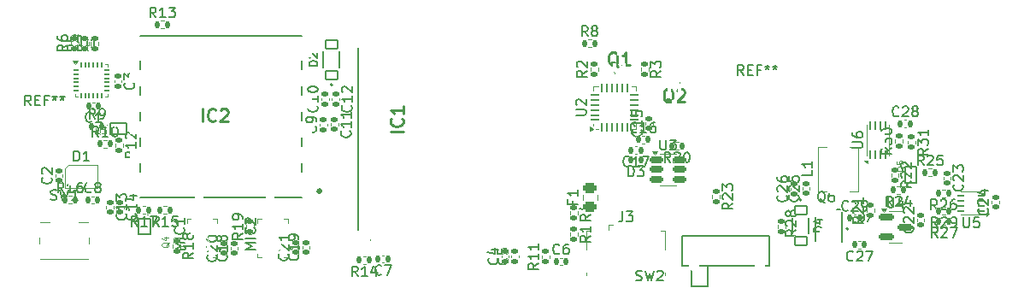
<source format=gto>
G04 #@! TF.GenerationSoftware,KiCad,Pcbnew,8.0.8*
G04 #@! TF.CreationDate,2025-08-03T03:16:57+05:30*
G04 #@! TF.ProjectId,main,6d61696e-2e6b-4696-9361-645f70636258,rev?*
G04 #@! TF.SameCoordinates,Original*
G04 #@! TF.FileFunction,Legend,Top*
G04 #@! TF.FilePolarity,Positive*
%FSLAX46Y46*%
G04 Gerber Fmt 4.6, Leading zero omitted, Abs format (unit mm)*
G04 Created by KiCad (PCBNEW 8.0.8) date 2025-08-03 03:16:57*
%MOMM*%
%LPD*%
G01*
G04 APERTURE LIST*
G04 Aperture macros list*
%AMRoundRect*
0 Rectangle with rounded corners*
0 $1 Rounding radius*
0 $2 $3 $4 $5 $6 $7 $8 $9 X,Y pos of 4 corners*
0 Add a 4 corners polygon primitive as box body*
4,1,4,$2,$3,$4,$5,$6,$7,$8,$9,$2,$3,0*
0 Add four circle primitives for the rounded corners*
1,1,$1+$1,$2,$3*
1,1,$1+$1,$4,$5*
1,1,$1+$1,$6,$7*
1,1,$1+$1,$8,$9*
0 Add four rect primitives between the rounded corners*
20,1,$1+$1,$2,$3,$4,$5,0*
20,1,$1+$1,$4,$5,$6,$7,0*
20,1,$1+$1,$6,$7,$8,$9,0*
20,1,$1+$1,$8,$9,$2,$3,0*%
%AMFreePoly0*
4,1,55,-0.481452,0.792129,-0.309719,0.732037,-0.155665,0.635238,-0.027012,0.506585,0.069787,0.352531,0.129879,0.180798,0.150250,0.000000,0.129879,-0.180798,0.069787,-0.352531,-0.027012,-0.506585,-0.155665,-0.635238,-0.309719,-0.732037,-0.481452,-0.792129,-0.662250,-0.812500,-0.843048,-0.792129,-1.014781,-0.732037,-1.168835,-0.635238,-1.297488,-0.506585,-1.394287,-0.352531,-1.454379,-0.180798,
-1.474750,0.000000,-1.179515,0.000000,-1.158562,-0.145730,-1.097401,-0.279655,-1.000987,-0.390923,-0.877130,-0.470521,-0.735864,-0.512000,-0.588636,-0.512000,-0.447370,-0.470521,-0.323513,-0.390923,-0.227099,-0.279655,-0.165938,-0.145730,-0.146823,-0.012788,-0.150250,0.000000,-0.146823,0.012788,-0.165938,0.145730,-0.227099,0.279655,-0.323513,0.390923,-0.447370,0.470521,-0.588636,0.512000,
-0.735864,0.512000,-0.877130,0.470521,-1.000987,0.390923,-1.097401,0.279655,-1.158562,0.145730,-1.179515,0.000000,-1.474750,0.000000,-1.454379,0.180798,-1.394287,0.352531,-1.297488,0.506585,-1.168835,0.635238,-1.014781,0.732037,-0.843048,0.792129,-0.662250,0.812500,-0.481452,0.792129,-0.481452,0.792129,$1*%
G04 Aperture macros list end*
%ADD10C,0.150000*%
%ADD11C,0.254000*%
%ADD12C,0.015000*%
%ADD13C,0.120000*%
%ADD14C,0.200000*%
%ADD15C,0.300000*%
%ADD16C,0.127000*%
%ADD17C,0.100000*%
%ADD18C,0.010000*%
%ADD19R,0.600000X0.522000*%
%ADD20FreePoly0,0.000000*%
%ADD21C,0.325000*%
%ADD22R,0.700000X1.600000*%
%ADD23C,1.100000*%
%ADD24R,2.500000X1.000000*%
%ADD25R,1.400000X1.700000*%
%ADD26RoundRect,0.062500X0.062500X-0.337500X0.062500X0.337500X-0.062500X0.337500X-0.062500X-0.337500X0*%
%ADD27RoundRect,0.062500X0.287500X0.062500X-0.287500X0.062500X-0.287500X-0.062500X0.287500X-0.062500X0*%
%ADD28R,0.800000X1.600000*%
%ADD29RoundRect,0.150000X-0.587500X-0.150000X0.587500X-0.150000X0.587500X0.150000X-0.587500X0.150000X0*%
%ADD30RoundRect,0.150000X-0.512500X-0.150000X0.512500X-0.150000X0.512500X0.150000X-0.512500X0.150000X0*%
%ADD31R,2.600000X2.600000*%
%ADD32RoundRect,0.062500X0.350000X-0.062500X0.350000X0.062500X-0.350000X0.062500X-0.350000X-0.062500X0*%
%ADD33RoundRect,0.062500X0.062500X-0.350000X0.062500X0.350000X-0.062500X0.350000X-0.062500X-0.350000X0*%
%ADD34RoundRect,0.050000X0.050000X-0.225000X0.050000X0.225000X-0.050000X0.225000X-0.050000X-0.225000X0*%
%ADD35RoundRect,0.050000X-0.225000X-0.050000X0.225000X-0.050000X0.225000X0.050000X-0.225000X0.050000X0*%
%ADD36R,1.550000X1.000000*%
%ADD37C,0.750000*%
%ADD38RoundRect,0.135000X-0.185000X0.135000X-0.185000X-0.135000X0.185000X-0.135000X0.185000X0.135000X0*%
%ADD39RoundRect,0.135000X0.185000X-0.135000X0.185000X0.135000X-0.185000X0.135000X-0.185000X-0.135000X0*%
%ADD40RoundRect,0.135000X0.135000X0.185000X-0.135000X0.185000X-0.135000X-0.185000X0.135000X-0.185000X0*%
%ADD41RoundRect,0.135000X-0.135000X-0.185000X0.135000X-0.185000X0.135000X0.185000X-0.135000X0.185000X0*%
%ADD42R,0.400000X0.500000*%
%ADD43R,0.170000X0.280000*%
%ADD44R,0.520000X0.280000*%
%ADD45R,0.280000X0.520000*%
%ADD46R,0.280000X0.170000*%
%ADD47R,0.400000X0.600000*%
%ADD48R,0.500000X0.600000*%
%ADD49R,2.300000X1.600000*%
%ADD50O,1.200000X1.900000*%
%ADD51R,1.200000X1.900000*%
%ADD52C,1.450000*%
%ADD53R,1.500000X1.900000*%
%ADD54R,0.400000X1.350000*%
%ADD55RoundRect,0.250000X0.450000X-0.262500X0.450000X0.262500X-0.450000X0.262500X-0.450000X-0.262500X0*%
%ADD56RoundRect,0.102000X-0.600000X0.425000X-0.600000X-0.425000X0.600000X-0.425000X0.600000X0.425000X0*%
%ADD57RoundRect,0.147500X0.147500X0.172500X-0.147500X0.172500X-0.147500X-0.172500X0.147500X-0.172500X0*%
%ADD58RoundRect,0.102000X0.600000X-0.425000X0.600000X0.425000X-0.600000X0.425000X-0.600000X-0.425000X0*%
%ADD59R,0.700000X0.700000*%
%ADD60RoundRect,0.140000X-0.140000X-0.170000X0.140000X-0.170000X0.140000X0.170000X-0.140000X0.170000X0*%
%ADD61RoundRect,0.140000X0.140000X0.170000X-0.140000X0.170000X-0.140000X-0.170000X0.140000X-0.170000X0*%
%ADD62RoundRect,0.140000X0.170000X-0.140000X0.170000X0.140000X-0.170000X0.140000X-0.170000X-0.140000X0*%
%ADD63RoundRect,0.140000X-0.170000X0.140000X-0.170000X-0.140000X0.170000X-0.140000X0.170000X0.140000X0*%
%ADD64R,0.900000X0.900000*%
%ADD65R,0.900000X1.500000*%
%ADD66R,1.500000X0.900000*%
%ADD67C,3.200000*%
%ADD68C,2.200000*%
G04 APERTURE END LIST*
D10*
X180479819Y-78458618D02*
X179479819Y-78458618D01*
X179479819Y-78458618D02*
X180194104Y-78125285D01*
X180194104Y-78125285D02*
X179479819Y-77791952D01*
X179479819Y-77791952D02*
X180479819Y-77791952D01*
X180479819Y-77315761D02*
X179479819Y-77315761D01*
X180384580Y-76268143D02*
X180432200Y-76315762D01*
X180432200Y-76315762D02*
X180479819Y-76458619D01*
X180479819Y-76458619D02*
X180479819Y-76553857D01*
X180479819Y-76553857D02*
X180432200Y-76696714D01*
X180432200Y-76696714D02*
X180336961Y-76791952D01*
X180336961Y-76791952D02*
X180241723Y-76839571D01*
X180241723Y-76839571D02*
X180051247Y-76887190D01*
X180051247Y-76887190D02*
X179908390Y-76887190D01*
X179908390Y-76887190D02*
X179717914Y-76839571D01*
X179717914Y-76839571D02*
X179622676Y-76791952D01*
X179622676Y-76791952D02*
X179527438Y-76696714D01*
X179527438Y-76696714D02*
X179479819Y-76553857D01*
X179479819Y-76553857D02*
X179479819Y-76458619D01*
X179479819Y-76458619D02*
X179527438Y-76315762D01*
X179527438Y-76315762D02*
X179575057Y-76268143D01*
X179575057Y-75887190D02*
X179527438Y-75839571D01*
X179527438Y-75839571D02*
X179479819Y-75744333D01*
X179479819Y-75744333D02*
X179479819Y-75506238D01*
X179479819Y-75506238D02*
X179527438Y-75411000D01*
X179527438Y-75411000D02*
X179575057Y-75363381D01*
X179575057Y-75363381D02*
X179670295Y-75315762D01*
X179670295Y-75315762D02*
X179765533Y-75315762D01*
X179765533Y-75315762D02*
X179908390Y-75363381D01*
X179908390Y-75363381D02*
X180479819Y-75934809D01*
X180479819Y-75934809D02*
X180479819Y-75315762D01*
X173479819Y-78458618D02*
X172479819Y-78458618D01*
X172479819Y-78458618D02*
X173194104Y-78125285D01*
X173194104Y-78125285D02*
X172479819Y-77791952D01*
X172479819Y-77791952D02*
X173479819Y-77791952D01*
X173479819Y-77315761D02*
X172479819Y-77315761D01*
X173384580Y-76268143D02*
X173432200Y-76315762D01*
X173432200Y-76315762D02*
X173479819Y-76458619D01*
X173479819Y-76458619D02*
X173479819Y-76553857D01*
X173479819Y-76553857D02*
X173432200Y-76696714D01*
X173432200Y-76696714D02*
X173336961Y-76791952D01*
X173336961Y-76791952D02*
X173241723Y-76839571D01*
X173241723Y-76839571D02*
X173051247Y-76887190D01*
X173051247Y-76887190D02*
X172908390Y-76887190D01*
X172908390Y-76887190D02*
X172717914Y-76839571D01*
X172717914Y-76839571D02*
X172622676Y-76791952D01*
X172622676Y-76791952D02*
X172527438Y-76696714D01*
X172527438Y-76696714D02*
X172479819Y-76553857D01*
X172479819Y-76553857D02*
X172479819Y-76458619D01*
X172479819Y-76458619D02*
X172527438Y-76315762D01*
X172527438Y-76315762D02*
X172575057Y-76268143D01*
X173479819Y-75315762D02*
X173479819Y-75887190D01*
X173479819Y-75601476D02*
X172479819Y-75601476D01*
X172479819Y-75601476D02*
X172622676Y-75696714D01*
X172622676Y-75696714D02*
X172717914Y-75791952D01*
X172717914Y-75791952D02*
X172765533Y-75887190D01*
X218204167Y-81469700D02*
X218347024Y-81517319D01*
X218347024Y-81517319D02*
X218585119Y-81517319D01*
X218585119Y-81517319D02*
X218680357Y-81469700D01*
X218680357Y-81469700D02*
X218727976Y-81422080D01*
X218727976Y-81422080D02*
X218775595Y-81326842D01*
X218775595Y-81326842D02*
X218775595Y-81231604D01*
X218775595Y-81231604D02*
X218727976Y-81136366D01*
X218727976Y-81136366D02*
X218680357Y-81088747D01*
X218680357Y-81088747D02*
X218585119Y-81041128D01*
X218585119Y-81041128D02*
X218394643Y-80993509D01*
X218394643Y-80993509D02*
X218299405Y-80945890D01*
X218299405Y-80945890D02*
X218251786Y-80898271D01*
X218251786Y-80898271D02*
X218204167Y-80803033D01*
X218204167Y-80803033D02*
X218204167Y-80707795D01*
X218204167Y-80707795D02*
X218251786Y-80612557D01*
X218251786Y-80612557D02*
X218299405Y-80564938D01*
X218299405Y-80564938D02*
X218394643Y-80517319D01*
X218394643Y-80517319D02*
X218632738Y-80517319D01*
X218632738Y-80517319D02*
X218775595Y-80564938D01*
X219108929Y-80517319D02*
X219347024Y-81517319D01*
X219347024Y-81517319D02*
X219537500Y-80803033D01*
X219537500Y-80803033D02*
X219727976Y-81517319D01*
X219727976Y-81517319D02*
X219966072Y-80517319D01*
X220299405Y-80612557D02*
X220347024Y-80564938D01*
X220347024Y-80564938D02*
X220442262Y-80517319D01*
X220442262Y-80517319D02*
X220680357Y-80517319D01*
X220680357Y-80517319D02*
X220775595Y-80564938D01*
X220775595Y-80564938D02*
X220823214Y-80612557D01*
X220823214Y-80612557D02*
X220870833Y-80707795D01*
X220870833Y-80707795D02*
X220870833Y-80803033D01*
X220870833Y-80803033D02*
X220823214Y-80945890D01*
X220823214Y-80945890D02*
X220251786Y-81517319D01*
X220251786Y-81517319D02*
X220870833Y-81517319D01*
D11*
X175237587Y-65741318D02*
X175237587Y-64471318D01*
X176568064Y-65620365D02*
X176507588Y-65680842D01*
X176507588Y-65680842D02*
X176326159Y-65741318D01*
X176326159Y-65741318D02*
X176205207Y-65741318D01*
X176205207Y-65741318D02*
X176023778Y-65680842D01*
X176023778Y-65680842D02*
X175902826Y-65559889D01*
X175902826Y-65559889D02*
X175842349Y-65438937D01*
X175842349Y-65438937D02*
X175781873Y-65197032D01*
X175781873Y-65197032D02*
X175781873Y-65015603D01*
X175781873Y-65015603D02*
X175842349Y-64773699D01*
X175842349Y-64773699D02*
X175902826Y-64652746D01*
X175902826Y-64652746D02*
X176023778Y-64531794D01*
X176023778Y-64531794D02*
X176205207Y-64471318D01*
X176205207Y-64471318D02*
X176326159Y-64471318D01*
X176326159Y-64471318D02*
X176507588Y-64531794D01*
X176507588Y-64531794D02*
X176568064Y-64592270D01*
X177051873Y-64592270D02*
X177112349Y-64531794D01*
X177112349Y-64531794D02*
X177233302Y-64471318D01*
X177233302Y-64471318D02*
X177535683Y-64471318D01*
X177535683Y-64471318D02*
X177656635Y-64531794D01*
X177656635Y-64531794D02*
X177717111Y-64592270D01*
X177717111Y-64592270D02*
X177777588Y-64713222D01*
X177777588Y-64713222D02*
X177777588Y-64834175D01*
X177777588Y-64834175D02*
X177717111Y-65015603D01*
X177717111Y-65015603D02*
X176991397Y-65741318D01*
X176991397Y-65741318D02*
X177777588Y-65741318D01*
D10*
X240419380Y-74966876D02*
X240419380Y-75484971D01*
X240419380Y-75484971D02*
X240449857Y-75545923D01*
X240449857Y-75545923D02*
X240480333Y-75576400D01*
X240480333Y-75576400D02*
X240541285Y-75606876D01*
X240541285Y-75606876D02*
X240663190Y-75606876D01*
X240663190Y-75606876D02*
X240724142Y-75576400D01*
X240724142Y-75576400D02*
X240754619Y-75545923D01*
X240754619Y-75545923D02*
X240785095Y-75484971D01*
X240785095Y-75484971D02*
X240785095Y-74966876D01*
X241028904Y-74966876D02*
X241455571Y-74966876D01*
X241455571Y-74966876D02*
X241181285Y-75606876D01*
X239654819Y-68336904D02*
X240464342Y-68336904D01*
X240464342Y-68336904D02*
X240559580Y-68289285D01*
X240559580Y-68289285D02*
X240607200Y-68241666D01*
X240607200Y-68241666D02*
X240654819Y-68146428D01*
X240654819Y-68146428D02*
X240654819Y-67955952D01*
X240654819Y-67955952D02*
X240607200Y-67860714D01*
X240607200Y-67860714D02*
X240559580Y-67813095D01*
X240559580Y-67813095D02*
X240464342Y-67765476D01*
X240464342Y-67765476D02*
X239654819Y-67765476D01*
X239654819Y-66860714D02*
X239654819Y-67051190D01*
X239654819Y-67051190D02*
X239702438Y-67146428D01*
X239702438Y-67146428D02*
X239750057Y-67194047D01*
X239750057Y-67194047D02*
X239892914Y-67289285D01*
X239892914Y-67289285D02*
X240083390Y-67336904D01*
X240083390Y-67336904D02*
X240464342Y-67336904D01*
X240464342Y-67336904D02*
X240559580Y-67289285D01*
X240559580Y-67289285D02*
X240607200Y-67241666D01*
X240607200Y-67241666D02*
X240654819Y-67146428D01*
X240654819Y-67146428D02*
X240654819Y-66955952D01*
X240654819Y-66955952D02*
X240607200Y-66860714D01*
X240607200Y-66860714D02*
X240559580Y-66813095D01*
X240559580Y-66813095D02*
X240464342Y-66765476D01*
X240464342Y-66765476D02*
X240226247Y-66765476D01*
X240226247Y-66765476D02*
X240131009Y-66813095D01*
X240131009Y-66813095D02*
X240083390Y-66860714D01*
X240083390Y-66860714D02*
X240035771Y-66955952D01*
X240035771Y-66955952D02*
X240035771Y-67146428D01*
X240035771Y-67146428D02*
X240083390Y-67241666D01*
X240083390Y-67241666D02*
X240131009Y-67289285D01*
X240131009Y-67289285D02*
X240226247Y-67336904D01*
X250638095Y-75240433D02*
X250638095Y-76049956D01*
X250638095Y-76049956D02*
X250685714Y-76145194D01*
X250685714Y-76145194D02*
X250733333Y-76192814D01*
X250733333Y-76192814D02*
X250828571Y-76240433D01*
X250828571Y-76240433D02*
X251019047Y-76240433D01*
X251019047Y-76240433D02*
X251114285Y-76192814D01*
X251114285Y-76192814D02*
X251161904Y-76145194D01*
X251161904Y-76145194D02*
X251209523Y-76049956D01*
X251209523Y-76049956D02*
X251209523Y-75240433D01*
X252161904Y-75240433D02*
X251685714Y-75240433D01*
X251685714Y-75240433D02*
X251638095Y-75716623D01*
X251638095Y-75716623D02*
X251685714Y-75669004D01*
X251685714Y-75669004D02*
X251780952Y-75621385D01*
X251780952Y-75621385D02*
X252019047Y-75621385D01*
X252019047Y-75621385D02*
X252114285Y-75669004D01*
X252114285Y-75669004D02*
X252161904Y-75716623D01*
X252161904Y-75716623D02*
X252209523Y-75811861D01*
X252209523Y-75811861D02*
X252209523Y-76049956D01*
X252209523Y-76049956D02*
X252161904Y-76145194D01*
X252161904Y-76145194D02*
X252114285Y-76192814D01*
X252114285Y-76192814D02*
X252019047Y-76240433D01*
X252019047Y-76240433D02*
X251780952Y-76240433D01*
X251780952Y-76240433D02*
X251685714Y-76192814D01*
X251685714Y-76192814D02*
X251638095Y-76145194D01*
X243150595Y-73254819D02*
X243150595Y-74064342D01*
X243150595Y-74064342D02*
X243198214Y-74159580D01*
X243198214Y-74159580D02*
X243245833Y-74207200D01*
X243245833Y-74207200D02*
X243341071Y-74254819D01*
X243341071Y-74254819D02*
X243531547Y-74254819D01*
X243531547Y-74254819D02*
X243626785Y-74207200D01*
X243626785Y-74207200D02*
X243674404Y-74159580D01*
X243674404Y-74159580D02*
X243722023Y-74064342D01*
X243722023Y-74064342D02*
X243722023Y-73254819D01*
X244626785Y-73588152D02*
X244626785Y-74254819D01*
X244388690Y-73207200D02*
X244150595Y-73921485D01*
X244150595Y-73921485D02*
X244769642Y-73921485D01*
X220600595Y-67554819D02*
X220600595Y-68364342D01*
X220600595Y-68364342D02*
X220648214Y-68459580D01*
X220648214Y-68459580D02*
X220695833Y-68507200D01*
X220695833Y-68507200D02*
X220791071Y-68554819D01*
X220791071Y-68554819D02*
X220981547Y-68554819D01*
X220981547Y-68554819D02*
X221076785Y-68507200D01*
X221076785Y-68507200D02*
X221124404Y-68459580D01*
X221124404Y-68459580D02*
X221172023Y-68364342D01*
X221172023Y-68364342D02*
X221172023Y-67554819D01*
X221552976Y-67554819D02*
X222172023Y-67554819D01*
X222172023Y-67554819D02*
X221838690Y-67935771D01*
X221838690Y-67935771D02*
X221981547Y-67935771D01*
X221981547Y-67935771D02*
X222076785Y-67983390D01*
X222076785Y-67983390D02*
X222124404Y-68031009D01*
X222124404Y-68031009D02*
X222172023Y-68126247D01*
X222172023Y-68126247D02*
X222172023Y-68364342D01*
X222172023Y-68364342D02*
X222124404Y-68459580D01*
X222124404Y-68459580D02*
X222076785Y-68507200D01*
X222076785Y-68507200D02*
X221981547Y-68554819D01*
X221981547Y-68554819D02*
X221695833Y-68554819D01*
X221695833Y-68554819D02*
X221600595Y-68507200D01*
X221600595Y-68507200D02*
X221552976Y-68459580D01*
X212254819Y-65111904D02*
X213064342Y-65111904D01*
X213064342Y-65111904D02*
X213159580Y-65064285D01*
X213159580Y-65064285D02*
X213207200Y-65016666D01*
X213207200Y-65016666D02*
X213254819Y-64921428D01*
X213254819Y-64921428D02*
X213254819Y-64730952D01*
X213254819Y-64730952D02*
X213207200Y-64635714D01*
X213207200Y-64635714D02*
X213159580Y-64588095D01*
X213159580Y-64588095D02*
X213064342Y-64540476D01*
X213064342Y-64540476D02*
X212254819Y-64540476D01*
X212350057Y-64111904D02*
X212302438Y-64064285D01*
X212302438Y-64064285D02*
X212254819Y-63969047D01*
X212254819Y-63969047D02*
X212254819Y-63730952D01*
X212254819Y-63730952D02*
X212302438Y-63635714D01*
X212302438Y-63635714D02*
X212350057Y-63588095D01*
X212350057Y-63588095D02*
X212445295Y-63540476D01*
X212445295Y-63540476D02*
X212540533Y-63540476D01*
X212540533Y-63540476D02*
X212683390Y-63588095D01*
X212683390Y-63588095D02*
X213254819Y-64159523D01*
X213254819Y-64159523D02*
X213254819Y-63540476D01*
X163238095Y-57379819D02*
X163238095Y-58189342D01*
X163238095Y-58189342D02*
X163285714Y-58284580D01*
X163285714Y-58284580D02*
X163333333Y-58332200D01*
X163333333Y-58332200D02*
X163428571Y-58379819D01*
X163428571Y-58379819D02*
X163619047Y-58379819D01*
X163619047Y-58379819D02*
X163714285Y-58332200D01*
X163714285Y-58332200D02*
X163761904Y-58284580D01*
X163761904Y-58284580D02*
X163809523Y-58189342D01*
X163809523Y-58189342D02*
X163809523Y-57379819D01*
X164809523Y-58379819D02*
X164238095Y-58379819D01*
X164523809Y-58379819D02*
X164523809Y-57379819D01*
X164523809Y-57379819D02*
X164428571Y-57522676D01*
X164428571Y-57522676D02*
X164333333Y-57617914D01*
X164333333Y-57617914D02*
X164238095Y-57665533D01*
X160241667Y-73457200D02*
X160384524Y-73504819D01*
X160384524Y-73504819D02*
X160622619Y-73504819D01*
X160622619Y-73504819D02*
X160717857Y-73457200D01*
X160717857Y-73457200D02*
X160765476Y-73409580D01*
X160765476Y-73409580D02*
X160813095Y-73314342D01*
X160813095Y-73314342D02*
X160813095Y-73219104D01*
X160813095Y-73219104D02*
X160765476Y-73123866D01*
X160765476Y-73123866D02*
X160717857Y-73076247D01*
X160717857Y-73076247D02*
X160622619Y-73028628D01*
X160622619Y-73028628D02*
X160432143Y-72981009D01*
X160432143Y-72981009D02*
X160336905Y-72933390D01*
X160336905Y-72933390D02*
X160289286Y-72885771D01*
X160289286Y-72885771D02*
X160241667Y-72790533D01*
X160241667Y-72790533D02*
X160241667Y-72695295D01*
X160241667Y-72695295D02*
X160289286Y-72600057D01*
X160289286Y-72600057D02*
X160336905Y-72552438D01*
X160336905Y-72552438D02*
X160432143Y-72504819D01*
X160432143Y-72504819D02*
X160670238Y-72504819D01*
X160670238Y-72504819D02*
X160813095Y-72552438D01*
X161146429Y-72504819D02*
X161384524Y-73504819D01*
X161384524Y-73504819D02*
X161575000Y-72790533D01*
X161575000Y-72790533D02*
X161765476Y-73504819D01*
X161765476Y-73504819D02*
X162003572Y-72504819D01*
X162908333Y-73504819D02*
X162336905Y-73504819D01*
X162622619Y-73504819D02*
X162622619Y-72504819D01*
X162622619Y-72504819D02*
X162527381Y-72647676D01*
X162527381Y-72647676D02*
X162432143Y-72742914D01*
X162432143Y-72742914D02*
X162336905Y-72790533D01*
X247124819Y-68442857D02*
X246648628Y-68776190D01*
X247124819Y-69014285D02*
X246124819Y-69014285D01*
X246124819Y-69014285D02*
X246124819Y-68633333D01*
X246124819Y-68633333D02*
X246172438Y-68538095D01*
X246172438Y-68538095D02*
X246220057Y-68490476D01*
X246220057Y-68490476D02*
X246315295Y-68442857D01*
X246315295Y-68442857D02*
X246458152Y-68442857D01*
X246458152Y-68442857D02*
X246553390Y-68490476D01*
X246553390Y-68490476D02*
X246601009Y-68538095D01*
X246601009Y-68538095D02*
X246648628Y-68633333D01*
X246648628Y-68633333D02*
X246648628Y-69014285D01*
X246124819Y-68109523D02*
X246124819Y-67490476D01*
X246124819Y-67490476D02*
X246505771Y-67823809D01*
X246505771Y-67823809D02*
X246505771Y-67680952D01*
X246505771Y-67680952D02*
X246553390Y-67585714D01*
X246553390Y-67585714D02*
X246601009Y-67538095D01*
X246601009Y-67538095D02*
X246696247Y-67490476D01*
X246696247Y-67490476D02*
X246934342Y-67490476D01*
X246934342Y-67490476D02*
X247029580Y-67538095D01*
X247029580Y-67538095D02*
X247077200Y-67585714D01*
X247077200Y-67585714D02*
X247124819Y-67680952D01*
X247124819Y-67680952D02*
X247124819Y-67966666D01*
X247124819Y-67966666D02*
X247077200Y-68061904D01*
X247077200Y-68061904D02*
X247029580Y-68109523D01*
X247124819Y-66538095D02*
X247124819Y-67109523D01*
X247124819Y-66823809D02*
X246124819Y-66823809D01*
X246124819Y-66823809D02*
X246267676Y-66919047D01*
X246267676Y-66919047D02*
X246362914Y-67014285D01*
X246362914Y-67014285D02*
X246410533Y-67109523D01*
X243534819Y-68342857D02*
X243058628Y-68676190D01*
X243534819Y-68914285D02*
X242534819Y-68914285D01*
X242534819Y-68914285D02*
X242534819Y-68533333D01*
X242534819Y-68533333D02*
X242582438Y-68438095D01*
X242582438Y-68438095D02*
X242630057Y-68390476D01*
X242630057Y-68390476D02*
X242725295Y-68342857D01*
X242725295Y-68342857D02*
X242868152Y-68342857D01*
X242868152Y-68342857D02*
X242963390Y-68390476D01*
X242963390Y-68390476D02*
X243011009Y-68438095D01*
X243011009Y-68438095D02*
X243058628Y-68533333D01*
X243058628Y-68533333D02*
X243058628Y-68914285D01*
X242534819Y-68009523D02*
X242534819Y-67390476D01*
X242534819Y-67390476D02*
X242915771Y-67723809D01*
X242915771Y-67723809D02*
X242915771Y-67580952D01*
X242915771Y-67580952D02*
X242963390Y-67485714D01*
X242963390Y-67485714D02*
X243011009Y-67438095D01*
X243011009Y-67438095D02*
X243106247Y-67390476D01*
X243106247Y-67390476D02*
X243344342Y-67390476D01*
X243344342Y-67390476D02*
X243439580Y-67438095D01*
X243439580Y-67438095D02*
X243487200Y-67485714D01*
X243487200Y-67485714D02*
X243534819Y-67580952D01*
X243534819Y-67580952D02*
X243534819Y-67866666D01*
X243534819Y-67866666D02*
X243487200Y-67961904D01*
X243487200Y-67961904D02*
X243439580Y-68009523D01*
X242534819Y-66771428D02*
X242534819Y-66676190D01*
X242534819Y-66676190D02*
X242582438Y-66580952D01*
X242582438Y-66580952D02*
X242630057Y-66533333D01*
X242630057Y-66533333D02*
X242725295Y-66485714D01*
X242725295Y-66485714D02*
X242915771Y-66438095D01*
X242915771Y-66438095D02*
X243153866Y-66438095D01*
X243153866Y-66438095D02*
X243344342Y-66485714D01*
X243344342Y-66485714D02*
X243439580Y-66533333D01*
X243439580Y-66533333D02*
X243487200Y-66580952D01*
X243487200Y-66580952D02*
X243534819Y-66676190D01*
X243534819Y-66676190D02*
X243534819Y-66771428D01*
X243534819Y-66771428D02*
X243487200Y-66866666D01*
X243487200Y-66866666D02*
X243439580Y-66914285D01*
X243439580Y-66914285D02*
X243344342Y-66961904D01*
X243344342Y-66961904D02*
X243153866Y-67009523D01*
X243153866Y-67009523D02*
X242915771Y-67009523D01*
X242915771Y-67009523D02*
X242725295Y-66961904D01*
X242725295Y-66961904D02*
X242630057Y-66914285D01*
X242630057Y-66914285D02*
X242582438Y-66866666D01*
X242582438Y-66866666D02*
X242534819Y-66771428D01*
X248047142Y-76224819D02*
X247713809Y-75748628D01*
X247475714Y-76224819D02*
X247475714Y-75224819D01*
X247475714Y-75224819D02*
X247856666Y-75224819D01*
X247856666Y-75224819D02*
X247951904Y-75272438D01*
X247951904Y-75272438D02*
X247999523Y-75320057D01*
X247999523Y-75320057D02*
X248047142Y-75415295D01*
X248047142Y-75415295D02*
X248047142Y-75558152D01*
X248047142Y-75558152D02*
X247999523Y-75653390D01*
X247999523Y-75653390D02*
X247951904Y-75701009D01*
X247951904Y-75701009D02*
X247856666Y-75748628D01*
X247856666Y-75748628D02*
X247475714Y-75748628D01*
X248428095Y-75320057D02*
X248475714Y-75272438D01*
X248475714Y-75272438D02*
X248570952Y-75224819D01*
X248570952Y-75224819D02*
X248809047Y-75224819D01*
X248809047Y-75224819D02*
X248904285Y-75272438D01*
X248904285Y-75272438D02*
X248951904Y-75320057D01*
X248951904Y-75320057D02*
X248999523Y-75415295D01*
X248999523Y-75415295D02*
X248999523Y-75510533D01*
X248999523Y-75510533D02*
X248951904Y-75653390D01*
X248951904Y-75653390D02*
X248380476Y-76224819D01*
X248380476Y-76224819D02*
X248999523Y-76224819D01*
X249475714Y-76224819D02*
X249666190Y-76224819D01*
X249666190Y-76224819D02*
X249761428Y-76177200D01*
X249761428Y-76177200D02*
X249809047Y-76129580D01*
X249809047Y-76129580D02*
X249904285Y-75986723D01*
X249904285Y-75986723D02*
X249951904Y-75796247D01*
X249951904Y-75796247D02*
X249951904Y-75415295D01*
X249951904Y-75415295D02*
X249904285Y-75320057D01*
X249904285Y-75320057D02*
X249856666Y-75272438D01*
X249856666Y-75272438D02*
X249761428Y-75224819D01*
X249761428Y-75224819D02*
X249570952Y-75224819D01*
X249570952Y-75224819D02*
X249475714Y-75272438D01*
X249475714Y-75272438D02*
X249428095Y-75320057D01*
X249428095Y-75320057D02*
X249380476Y-75415295D01*
X249380476Y-75415295D02*
X249380476Y-75653390D01*
X249380476Y-75653390D02*
X249428095Y-75748628D01*
X249428095Y-75748628D02*
X249475714Y-75796247D01*
X249475714Y-75796247D02*
X249570952Y-75843866D01*
X249570952Y-75843866D02*
X249761428Y-75843866D01*
X249761428Y-75843866D02*
X249856666Y-75796247D01*
X249856666Y-75796247D02*
X249904285Y-75748628D01*
X249904285Y-75748628D02*
X249951904Y-75653390D01*
X234054819Y-76480357D02*
X233578628Y-76813690D01*
X234054819Y-77051785D02*
X233054819Y-77051785D01*
X233054819Y-77051785D02*
X233054819Y-76670833D01*
X233054819Y-76670833D02*
X233102438Y-76575595D01*
X233102438Y-76575595D02*
X233150057Y-76527976D01*
X233150057Y-76527976D02*
X233245295Y-76480357D01*
X233245295Y-76480357D02*
X233388152Y-76480357D01*
X233388152Y-76480357D02*
X233483390Y-76527976D01*
X233483390Y-76527976D02*
X233531009Y-76575595D01*
X233531009Y-76575595D02*
X233578628Y-76670833D01*
X233578628Y-76670833D02*
X233578628Y-77051785D01*
X233150057Y-76099404D02*
X233102438Y-76051785D01*
X233102438Y-76051785D02*
X233054819Y-75956547D01*
X233054819Y-75956547D02*
X233054819Y-75718452D01*
X233054819Y-75718452D02*
X233102438Y-75623214D01*
X233102438Y-75623214D02*
X233150057Y-75575595D01*
X233150057Y-75575595D02*
X233245295Y-75527976D01*
X233245295Y-75527976D02*
X233340533Y-75527976D01*
X233340533Y-75527976D02*
X233483390Y-75575595D01*
X233483390Y-75575595D02*
X234054819Y-76147023D01*
X234054819Y-76147023D02*
X234054819Y-75527976D01*
X233483390Y-74956547D02*
X233435771Y-75051785D01*
X233435771Y-75051785D02*
X233388152Y-75099404D01*
X233388152Y-75099404D02*
X233292914Y-75147023D01*
X233292914Y-75147023D02*
X233245295Y-75147023D01*
X233245295Y-75147023D02*
X233150057Y-75099404D01*
X233150057Y-75099404D02*
X233102438Y-75051785D01*
X233102438Y-75051785D02*
X233054819Y-74956547D01*
X233054819Y-74956547D02*
X233054819Y-74766071D01*
X233054819Y-74766071D02*
X233102438Y-74670833D01*
X233102438Y-74670833D02*
X233150057Y-74623214D01*
X233150057Y-74623214D02*
X233245295Y-74575595D01*
X233245295Y-74575595D02*
X233292914Y-74575595D01*
X233292914Y-74575595D02*
X233388152Y-74623214D01*
X233388152Y-74623214D02*
X233435771Y-74670833D01*
X233435771Y-74670833D02*
X233483390Y-74766071D01*
X233483390Y-74766071D02*
X233483390Y-74956547D01*
X233483390Y-74956547D02*
X233531009Y-75051785D01*
X233531009Y-75051785D02*
X233578628Y-75099404D01*
X233578628Y-75099404D02*
X233673866Y-75147023D01*
X233673866Y-75147023D02*
X233864342Y-75147023D01*
X233864342Y-75147023D02*
X233959580Y-75099404D01*
X233959580Y-75099404D02*
X234007200Y-75051785D01*
X234007200Y-75051785D02*
X234054819Y-74956547D01*
X234054819Y-74956547D02*
X234054819Y-74766071D01*
X234054819Y-74766071D02*
X234007200Y-74670833D01*
X234007200Y-74670833D02*
X233959580Y-74623214D01*
X233959580Y-74623214D02*
X233864342Y-74575595D01*
X233864342Y-74575595D02*
X233673866Y-74575595D01*
X233673866Y-74575595D02*
X233578628Y-74623214D01*
X233578628Y-74623214D02*
X233531009Y-74670833D01*
X233531009Y-74670833D02*
X233483390Y-74766071D01*
X248057142Y-77224819D02*
X247723809Y-76748628D01*
X247485714Y-77224819D02*
X247485714Y-76224819D01*
X247485714Y-76224819D02*
X247866666Y-76224819D01*
X247866666Y-76224819D02*
X247961904Y-76272438D01*
X247961904Y-76272438D02*
X248009523Y-76320057D01*
X248009523Y-76320057D02*
X248057142Y-76415295D01*
X248057142Y-76415295D02*
X248057142Y-76558152D01*
X248057142Y-76558152D02*
X248009523Y-76653390D01*
X248009523Y-76653390D02*
X247961904Y-76701009D01*
X247961904Y-76701009D02*
X247866666Y-76748628D01*
X247866666Y-76748628D02*
X247485714Y-76748628D01*
X248438095Y-76320057D02*
X248485714Y-76272438D01*
X248485714Y-76272438D02*
X248580952Y-76224819D01*
X248580952Y-76224819D02*
X248819047Y-76224819D01*
X248819047Y-76224819D02*
X248914285Y-76272438D01*
X248914285Y-76272438D02*
X248961904Y-76320057D01*
X248961904Y-76320057D02*
X249009523Y-76415295D01*
X249009523Y-76415295D02*
X249009523Y-76510533D01*
X249009523Y-76510533D02*
X248961904Y-76653390D01*
X248961904Y-76653390D02*
X248390476Y-77224819D01*
X248390476Y-77224819D02*
X249009523Y-77224819D01*
X249342857Y-76224819D02*
X250009523Y-76224819D01*
X250009523Y-76224819D02*
X249580952Y-77224819D01*
X248007142Y-74474819D02*
X247673809Y-73998628D01*
X247435714Y-74474819D02*
X247435714Y-73474819D01*
X247435714Y-73474819D02*
X247816666Y-73474819D01*
X247816666Y-73474819D02*
X247911904Y-73522438D01*
X247911904Y-73522438D02*
X247959523Y-73570057D01*
X247959523Y-73570057D02*
X248007142Y-73665295D01*
X248007142Y-73665295D02*
X248007142Y-73808152D01*
X248007142Y-73808152D02*
X247959523Y-73903390D01*
X247959523Y-73903390D02*
X247911904Y-73951009D01*
X247911904Y-73951009D02*
X247816666Y-73998628D01*
X247816666Y-73998628D02*
X247435714Y-73998628D01*
X248388095Y-73570057D02*
X248435714Y-73522438D01*
X248435714Y-73522438D02*
X248530952Y-73474819D01*
X248530952Y-73474819D02*
X248769047Y-73474819D01*
X248769047Y-73474819D02*
X248864285Y-73522438D01*
X248864285Y-73522438D02*
X248911904Y-73570057D01*
X248911904Y-73570057D02*
X248959523Y-73665295D01*
X248959523Y-73665295D02*
X248959523Y-73760533D01*
X248959523Y-73760533D02*
X248911904Y-73903390D01*
X248911904Y-73903390D02*
X248340476Y-74474819D01*
X248340476Y-74474819D02*
X248959523Y-74474819D01*
X249816666Y-73474819D02*
X249626190Y-73474819D01*
X249626190Y-73474819D02*
X249530952Y-73522438D01*
X249530952Y-73522438D02*
X249483333Y-73570057D01*
X249483333Y-73570057D02*
X249388095Y-73712914D01*
X249388095Y-73712914D02*
X249340476Y-73903390D01*
X249340476Y-73903390D02*
X249340476Y-74284342D01*
X249340476Y-74284342D02*
X249388095Y-74379580D01*
X249388095Y-74379580D02*
X249435714Y-74427200D01*
X249435714Y-74427200D02*
X249530952Y-74474819D01*
X249530952Y-74474819D02*
X249721428Y-74474819D01*
X249721428Y-74474819D02*
X249816666Y-74427200D01*
X249816666Y-74427200D02*
X249864285Y-74379580D01*
X249864285Y-74379580D02*
X249911904Y-74284342D01*
X249911904Y-74284342D02*
X249911904Y-74046247D01*
X249911904Y-74046247D02*
X249864285Y-73951009D01*
X249864285Y-73951009D02*
X249816666Y-73903390D01*
X249816666Y-73903390D02*
X249721428Y-73855771D01*
X249721428Y-73855771D02*
X249530952Y-73855771D01*
X249530952Y-73855771D02*
X249435714Y-73903390D01*
X249435714Y-73903390D02*
X249388095Y-73951009D01*
X249388095Y-73951009D02*
X249340476Y-74046247D01*
X246697142Y-70084819D02*
X246363809Y-69608628D01*
X246125714Y-70084819D02*
X246125714Y-69084819D01*
X246125714Y-69084819D02*
X246506666Y-69084819D01*
X246506666Y-69084819D02*
X246601904Y-69132438D01*
X246601904Y-69132438D02*
X246649523Y-69180057D01*
X246649523Y-69180057D02*
X246697142Y-69275295D01*
X246697142Y-69275295D02*
X246697142Y-69418152D01*
X246697142Y-69418152D02*
X246649523Y-69513390D01*
X246649523Y-69513390D02*
X246601904Y-69561009D01*
X246601904Y-69561009D02*
X246506666Y-69608628D01*
X246506666Y-69608628D02*
X246125714Y-69608628D01*
X247078095Y-69180057D02*
X247125714Y-69132438D01*
X247125714Y-69132438D02*
X247220952Y-69084819D01*
X247220952Y-69084819D02*
X247459047Y-69084819D01*
X247459047Y-69084819D02*
X247554285Y-69132438D01*
X247554285Y-69132438D02*
X247601904Y-69180057D01*
X247601904Y-69180057D02*
X247649523Y-69275295D01*
X247649523Y-69275295D02*
X247649523Y-69370533D01*
X247649523Y-69370533D02*
X247601904Y-69513390D01*
X247601904Y-69513390D02*
X247030476Y-70084819D01*
X247030476Y-70084819D02*
X247649523Y-70084819D01*
X248554285Y-69084819D02*
X248078095Y-69084819D01*
X248078095Y-69084819D02*
X248030476Y-69561009D01*
X248030476Y-69561009D02*
X248078095Y-69513390D01*
X248078095Y-69513390D02*
X248173333Y-69465771D01*
X248173333Y-69465771D02*
X248411428Y-69465771D01*
X248411428Y-69465771D02*
X248506666Y-69513390D01*
X248506666Y-69513390D02*
X248554285Y-69561009D01*
X248554285Y-69561009D02*
X248601904Y-69656247D01*
X248601904Y-69656247D02*
X248601904Y-69894342D01*
X248601904Y-69894342D02*
X248554285Y-69989580D01*
X248554285Y-69989580D02*
X248506666Y-70037200D01*
X248506666Y-70037200D02*
X248411428Y-70084819D01*
X248411428Y-70084819D02*
X248173333Y-70084819D01*
X248173333Y-70084819D02*
X248078095Y-70037200D01*
X248078095Y-70037200D02*
X248030476Y-69989580D01*
X243572142Y-74149819D02*
X243238809Y-73673628D01*
X243000714Y-74149819D02*
X243000714Y-73149819D01*
X243000714Y-73149819D02*
X243381666Y-73149819D01*
X243381666Y-73149819D02*
X243476904Y-73197438D01*
X243476904Y-73197438D02*
X243524523Y-73245057D01*
X243524523Y-73245057D02*
X243572142Y-73340295D01*
X243572142Y-73340295D02*
X243572142Y-73483152D01*
X243572142Y-73483152D02*
X243524523Y-73578390D01*
X243524523Y-73578390D02*
X243476904Y-73626009D01*
X243476904Y-73626009D02*
X243381666Y-73673628D01*
X243381666Y-73673628D02*
X243000714Y-73673628D01*
X243953095Y-73245057D02*
X244000714Y-73197438D01*
X244000714Y-73197438D02*
X244095952Y-73149819D01*
X244095952Y-73149819D02*
X244334047Y-73149819D01*
X244334047Y-73149819D02*
X244429285Y-73197438D01*
X244429285Y-73197438D02*
X244476904Y-73245057D01*
X244476904Y-73245057D02*
X244524523Y-73340295D01*
X244524523Y-73340295D02*
X244524523Y-73435533D01*
X244524523Y-73435533D02*
X244476904Y-73578390D01*
X244476904Y-73578390D02*
X243905476Y-74149819D01*
X243905476Y-74149819D02*
X244524523Y-74149819D01*
X245381666Y-73483152D02*
X245381666Y-74149819D01*
X245143571Y-73102200D02*
X244905476Y-73816485D01*
X244905476Y-73816485D02*
X245524523Y-73816485D01*
X227774819Y-73832857D02*
X227298628Y-74166190D01*
X227774819Y-74404285D02*
X226774819Y-74404285D01*
X226774819Y-74404285D02*
X226774819Y-74023333D01*
X226774819Y-74023333D02*
X226822438Y-73928095D01*
X226822438Y-73928095D02*
X226870057Y-73880476D01*
X226870057Y-73880476D02*
X226965295Y-73832857D01*
X226965295Y-73832857D02*
X227108152Y-73832857D01*
X227108152Y-73832857D02*
X227203390Y-73880476D01*
X227203390Y-73880476D02*
X227251009Y-73928095D01*
X227251009Y-73928095D02*
X227298628Y-74023333D01*
X227298628Y-74023333D02*
X227298628Y-74404285D01*
X226870057Y-73451904D02*
X226822438Y-73404285D01*
X226822438Y-73404285D02*
X226774819Y-73309047D01*
X226774819Y-73309047D02*
X226774819Y-73070952D01*
X226774819Y-73070952D02*
X226822438Y-72975714D01*
X226822438Y-72975714D02*
X226870057Y-72928095D01*
X226870057Y-72928095D02*
X226965295Y-72880476D01*
X226965295Y-72880476D02*
X227060533Y-72880476D01*
X227060533Y-72880476D02*
X227203390Y-72928095D01*
X227203390Y-72928095D02*
X227774819Y-73499523D01*
X227774819Y-73499523D02*
X227774819Y-72880476D01*
X226774819Y-72547142D02*
X226774819Y-71928095D01*
X226774819Y-71928095D02*
X227155771Y-72261428D01*
X227155771Y-72261428D02*
X227155771Y-72118571D01*
X227155771Y-72118571D02*
X227203390Y-72023333D01*
X227203390Y-72023333D02*
X227251009Y-71975714D01*
X227251009Y-71975714D02*
X227346247Y-71928095D01*
X227346247Y-71928095D02*
X227584342Y-71928095D01*
X227584342Y-71928095D02*
X227679580Y-71975714D01*
X227679580Y-71975714D02*
X227727200Y-72023333D01*
X227727200Y-72023333D02*
X227774819Y-72118571D01*
X227774819Y-72118571D02*
X227774819Y-72404285D01*
X227774819Y-72404285D02*
X227727200Y-72499523D01*
X227727200Y-72499523D02*
X227679580Y-72547142D01*
X245474819Y-71692857D02*
X244998628Y-72026190D01*
X245474819Y-72264285D02*
X244474819Y-72264285D01*
X244474819Y-72264285D02*
X244474819Y-71883333D01*
X244474819Y-71883333D02*
X244522438Y-71788095D01*
X244522438Y-71788095D02*
X244570057Y-71740476D01*
X244570057Y-71740476D02*
X244665295Y-71692857D01*
X244665295Y-71692857D02*
X244808152Y-71692857D01*
X244808152Y-71692857D02*
X244903390Y-71740476D01*
X244903390Y-71740476D02*
X244951009Y-71788095D01*
X244951009Y-71788095D02*
X244998628Y-71883333D01*
X244998628Y-71883333D02*
X244998628Y-72264285D01*
X244570057Y-71311904D02*
X244522438Y-71264285D01*
X244522438Y-71264285D02*
X244474819Y-71169047D01*
X244474819Y-71169047D02*
X244474819Y-70930952D01*
X244474819Y-70930952D02*
X244522438Y-70835714D01*
X244522438Y-70835714D02*
X244570057Y-70788095D01*
X244570057Y-70788095D02*
X244665295Y-70740476D01*
X244665295Y-70740476D02*
X244760533Y-70740476D01*
X244760533Y-70740476D02*
X244903390Y-70788095D01*
X244903390Y-70788095D02*
X245474819Y-71359523D01*
X245474819Y-71359523D02*
X245474819Y-70740476D01*
X244570057Y-70359523D02*
X244522438Y-70311904D01*
X244522438Y-70311904D02*
X244474819Y-70216666D01*
X244474819Y-70216666D02*
X244474819Y-69978571D01*
X244474819Y-69978571D02*
X244522438Y-69883333D01*
X244522438Y-69883333D02*
X244570057Y-69835714D01*
X244570057Y-69835714D02*
X244665295Y-69788095D01*
X244665295Y-69788095D02*
X244760533Y-69788095D01*
X244760533Y-69788095D02*
X244903390Y-69835714D01*
X244903390Y-69835714D02*
X245474819Y-70407142D01*
X245474819Y-70407142D02*
X245474819Y-69788095D01*
X240684819Y-75192857D02*
X240208628Y-75526190D01*
X240684819Y-75764285D02*
X239684819Y-75764285D01*
X239684819Y-75764285D02*
X239684819Y-75383333D01*
X239684819Y-75383333D02*
X239732438Y-75288095D01*
X239732438Y-75288095D02*
X239780057Y-75240476D01*
X239780057Y-75240476D02*
X239875295Y-75192857D01*
X239875295Y-75192857D02*
X240018152Y-75192857D01*
X240018152Y-75192857D02*
X240113390Y-75240476D01*
X240113390Y-75240476D02*
X240161009Y-75288095D01*
X240161009Y-75288095D02*
X240208628Y-75383333D01*
X240208628Y-75383333D02*
X240208628Y-75764285D01*
X239780057Y-74811904D02*
X239732438Y-74764285D01*
X239732438Y-74764285D02*
X239684819Y-74669047D01*
X239684819Y-74669047D02*
X239684819Y-74430952D01*
X239684819Y-74430952D02*
X239732438Y-74335714D01*
X239732438Y-74335714D02*
X239780057Y-74288095D01*
X239780057Y-74288095D02*
X239875295Y-74240476D01*
X239875295Y-74240476D02*
X239970533Y-74240476D01*
X239970533Y-74240476D02*
X240113390Y-74288095D01*
X240113390Y-74288095D02*
X240684819Y-74859523D01*
X240684819Y-74859523D02*
X240684819Y-74240476D01*
X240684819Y-73288095D02*
X240684819Y-73859523D01*
X240684819Y-73573809D02*
X239684819Y-73573809D01*
X239684819Y-73573809D02*
X239827676Y-73669047D01*
X239827676Y-73669047D02*
X239922914Y-73764285D01*
X239922914Y-73764285D02*
X239970533Y-73859523D01*
X221607142Y-69774819D02*
X221273809Y-69298628D01*
X221035714Y-69774819D02*
X221035714Y-68774819D01*
X221035714Y-68774819D02*
X221416666Y-68774819D01*
X221416666Y-68774819D02*
X221511904Y-68822438D01*
X221511904Y-68822438D02*
X221559523Y-68870057D01*
X221559523Y-68870057D02*
X221607142Y-68965295D01*
X221607142Y-68965295D02*
X221607142Y-69108152D01*
X221607142Y-69108152D02*
X221559523Y-69203390D01*
X221559523Y-69203390D02*
X221511904Y-69251009D01*
X221511904Y-69251009D02*
X221416666Y-69298628D01*
X221416666Y-69298628D02*
X221035714Y-69298628D01*
X221988095Y-68870057D02*
X222035714Y-68822438D01*
X222035714Y-68822438D02*
X222130952Y-68774819D01*
X222130952Y-68774819D02*
X222369047Y-68774819D01*
X222369047Y-68774819D02*
X222464285Y-68822438D01*
X222464285Y-68822438D02*
X222511904Y-68870057D01*
X222511904Y-68870057D02*
X222559523Y-68965295D01*
X222559523Y-68965295D02*
X222559523Y-69060533D01*
X222559523Y-69060533D02*
X222511904Y-69203390D01*
X222511904Y-69203390D02*
X221940476Y-69774819D01*
X221940476Y-69774819D02*
X222559523Y-69774819D01*
X223178571Y-68774819D02*
X223273809Y-68774819D01*
X223273809Y-68774819D02*
X223369047Y-68822438D01*
X223369047Y-68822438D02*
X223416666Y-68870057D01*
X223416666Y-68870057D02*
X223464285Y-68965295D01*
X223464285Y-68965295D02*
X223511904Y-69155771D01*
X223511904Y-69155771D02*
X223511904Y-69393866D01*
X223511904Y-69393866D02*
X223464285Y-69584342D01*
X223464285Y-69584342D02*
X223416666Y-69679580D01*
X223416666Y-69679580D02*
X223369047Y-69727200D01*
X223369047Y-69727200D02*
X223273809Y-69774819D01*
X223273809Y-69774819D02*
X223178571Y-69774819D01*
X223178571Y-69774819D02*
X223083333Y-69727200D01*
X223083333Y-69727200D02*
X223035714Y-69679580D01*
X223035714Y-69679580D02*
X222988095Y-69584342D01*
X222988095Y-69584342D02*
X222940476Y-69393866D01*
X222940476Y-69393866D02*
X222940476Y-69155771D01*
X222940476Y-69155771D02*
X222988095Y-68965295D01*
X222988095Y-68965295D02*
X223035714Y-68870057D01*
X223035714Y-68870057D02*
X223083333Y-68822438D01*
X223083333Y-68822438D02*
X223178571Y-68774819D01*
X179234819Y-76812857D02*
X178758628Y-77146190D01*
X179234819Y-77384285D02*
X178234819Y-77384285D01*
X178234819Y-77384285D02*
X178234819Y-77003333D01*
X178234819Y-77003333D02*
X178282438Y-76908095D01*
X178282438Y-76908095D02*
X178330057Y-76860476D01*
X178330057Y-76860476D02*
X178425295Y-76812857D01*
X178425295Y-76812857D02*
X178568152Y-76812857D01*
X178568152Y-76812857D02*
X178663390Y-76860476D01*
X178663390Y-76860476D02*
X178711009Y-76908095D01*
X178711009Y-76908095D02*
X178758628Y-77003333D01*
X178758628Y-77003333D02*
X178758628Y-77384285D01*
X179234819Y-75860476D02*
X179234819Y-76431904D01*
X179234819Y-76146190D02*
X178234819Y-76146190D01*
X178234819Y-76146190D02*
X178377676Y-76241428D01*
X178377676Y-76241428D02*
X178472914Y-76336666D01*
X178472914Y-76336666D02*
X178520533Y-76431904D01*
X179234819Y-75384285D02*
X179234819Y-75193809D01*
X179234819Y-75193809D02*
X179187200Y-75098571D01*
X179187200Y-75098571D02*
X179139580Y-75050952D01*
X179139580Y-75050952D02*
X178996723Y-74955714D01*
X178996723Y-74955714D02*
X178806247Y-74908095D01*
X178806247Y-74908095D02*
X178425295Y-74908095D01*
X178425295Y-74908095D02*
X178330057Y-74955714D01*
X178330057Y-74955714D02*
X178282438Y-75003333D01*
X178282438Y-75003333D02*
X178234819Y-75098571D01*
X178234819Y-75098571D02*
X178234819Y-75289047D01*
X178234819Y-75289047D02*
X178282438Y-75384285D01*
X178282438Y-75384285D02*
X178330057Y-75431904D01*
X178330057Y-75431904D02*
X178425295Y-75479523D01*
X178425295Y-75479523D02*
X178663390Y-75479523D01*
X178663390Y-75479523D02*
X178758628Y-75431904D01*
X178758628Y-75431904D02*
X178806247Y-75384285D01*
X178806247Y-75384285D02*
X178853866Y-75289047D01*
X178853866Y-75289047D02*
X178853866Y-75098571D01*
X178853866Y-75098571D02*
X178806247Y-75003333D01*
X178806247Y-75003333D02*
X178758628Y-74955714D01*
X178758628Y-74955714D02*
X178663390Y-74908095D01*
X174324819Y-78735857D02*
X173848628Y-79069190D01*
X174324819Y-79307285D02*
X173324819Y-79307285D01*
X173324819Y-79307285D02*
X173324819Y-78926333D01*
X173324819Y-78926333D02*
X173372438Y-78831095D01*
X173372438Y-78831095D02*
X173420057Y-78783476D01*
X173420057Y-78783476D02*
X173515295Y-78735857D01*
X173515295Y-78735857D02*
X173658152Y-78735857D01*
X173658152Y-78735857D02*
X173753390Y-78783476D01*
X173753390Y-78783476D02*
X173801009Y-78831095D01*
X173801009Y-78831095D02*
X173848628Y-78926333D01*
X173848628Y-78926333D02*
X173848628Y-79307285D01*
X174324819Y-77783476D02*
X174324819Y-78354904D01*
X174324819Y-78069190D02*
X173324819Y-78069190D01*
X173324819Y-78069190D02*
X173467676Y-78164428D01*
X173467676Y-78164428D02*
X173562914Y-78259666D01*
X173562914Y-78259666D02*
X173610533Y-78354904D01*
X173753390Y-77212047D02*
X173705771Y-77307285D01*
X173705771Y-77307285D02*
X173658152Y-77354904D01*
X173658152Y-77354904D02*
X173562914Y-77402523D01*
X173562914Y-77402523D02*
X173515295Y-77402523D01*
X173515295Y-77402523D02*
X173420057Y-77354904D01*
X173420057Y-77354904D02*
X173372438Y-77307285D01*
X173372438Y-77307285D02*
X173324819Y-77212047D01*
X173324819Y-77212047D02*
X173324819Y-77021571D01*
X173324819Y-77021571D02*
X173372438Y-76926333D01*
X173372438Y-76926333D02*
X173420057Y-76878714D01*
X173420057Y-76878714D02*
X173515295Y-76831095D01*
X173515295Y-76831095D02*
X173562914Y-76831095D01*
X173562914Y-76831095D02*
X173658152Y-76878714D01*
X173658152Y-76878714D02*
X173705771Y-76926333D01*
X173705771Y-76926333D02*
X173753390Y-77021571D01*
X173753390Y-77021571D02*
X173753390Y-77212047D01*
X173753390Y-77212047D02*
X173801009Y-77307285D01*
X173801009Y-77307285D02*
X173848628Y-77354904D01*
X173848628Y-77354904D02*
X173943866Y-77402523D01*
X173943866Y-77402523D02*
X174134342Y-77402523D01*
X174134342Y-77402523D02*
X174229580Y-77354904D01*
X174229580Y-77354904D02*
X174277200Y-77307285D01*
X174277200Y-77307285D02*
X174324819Y-77212047D01*
X174324819Y-77212047D02*
X174324819Y-77021571D01*
X174324819Y-77021571D02*
X174277200Y-76926333D01*
X174277200Y-76926333D02*
X174229580Y-76878714D01*
X174229580Y-76878714D02*
X174134342Y-76831095D01*
X174134342Y-76831095D02*
X173943866Y-76831095D01*
X173943866Y-76831095D02*
X173848628Y-76878714D01*
X173848628Y-76878714D02*
X173801009Y-76926333D01*
X173801009Y-76926333D02*
X173753390Y-77021571D01*
X168817142Y-76124819D02*
X168483809Y-75648628D01*
X168245714Y-76124819D02*
X168245714Y-75124819D01*
X168245714Y-75124819D02*
X168626666Y-75124819D01*
X168626666Y-75124819D02*
X168721904Y-75172438D01*
X168721904Y-75172438D02*
X168769523Y-75220057D01*
X168769523Y-75220057D02*
X168817142Y-75315295D01*
X168817142Y-75315295D02*
X168817142Y-75458152D01*
X168817142Y-75458152D02*
X168769523Y-75553390D01*
X168769523Y-75553390D02*
X168721904Y-75601009D01*
X168721904Y-75601009D02*
X168626666Y-75648628D01*
X168626666Y-75648628D02*
X168245714Y-75648628D01*
X169769523Y-76124819D02*
X169198095Y-76124819D01*
X169483809Y-76124819D02*
X169483809Y-75124819D01*
X169483809Y-75124819D02*
X169388571Y-75267676D01*
X169388571Y-75267676D02*
X169293333Y-75362914D01*
X169293333Y-75362914D02*
X169198095Y-75410533D01*
X170102857Y-75124819D02*
X170769523Y-75124819D01*
X170769523Y-75124819D02*
X170340952Y-76124819D01*
X161507142Y-72784819D02*
X161173809Y-72308628D01*
X160935714Y-72784819D02*
X160935714Y-71784819D01*
X160935714Y-71784819D02*
X161316666Y-71784819D01*
X161316666Y-71784819D02*
X161411904Y-71832438D01*
X161411904Y-71832438D02*
X161459523Y-71880057D01*
X161459523Y-71880057D02*
X161507142Y-71975295D01*
X161507142Y-71975295D02*
X161507142Y-72118152D01*
X161507142Y-72118152D02*
X161459523Y-72213390D01*
X161459523Y-72213390D02*
X161411904Y-72261009D01*
X161411904Y-72261009D02*
X161316666Y-72308628D01*
X161316666Y-72308628D02*
X160935714Y-72308628D01*
X162459523Y-72784819D02*
X161888095Y-72784819D01*
X162173809Y-72784819D02*
X162173809Y-71784819D01*
X162173809Y-71784819D02*
X162078571Y-71927676D01*
X162078571Y-71927676D02*
X161983333Y-72022914D01*
X161983333Y-72022914D02*
X161888095Y-72070533D01*
X163316666Y-71784819D02*
X163126190Y-71784819D01*
X163126190Y-71784819D02*
X163030952Y-71832438D01*
X163030952Y-71832438D02*
X162983333Y-71880057D01*
X162983333Y-71880057D02*
X162888095Y-72022914D01*
X162888095Y-72022914D02*
X162840476Y-72213390D01*
X162840476Y-72213390D02*
X162840476Y-72594342D01*
X162840476Y-72594342D02*
X162888095Y-72689580D01*
X162888095Y-72689580D02*
X162935714Y-72737200D01*
X162935714Y-72737200D02*
X163030952Y-72784819D01*
X163030952Y-72784819D02*
X163221428Y-72784819D01*
X163221428Y-72784819D02*
X163316666Y-72737200D01*
X163316666Y-72737200D02*
X163364285Y-72689580D01*
X163364285Y-72689580D02*
X163411904Y-72594342D01*
X163411904Y-72594342D02*
X163411904Y-72356247D01*
X163411904Y-72356247D02*
X163364285Y-72261009D01*
X163364285Y-72261009D02*
X163316666Y-72213390D01*
X163316666Y-72213390D02*
X163221428Y-72165771D01*
X163221428Y-72165771D02*
X163030952Y-72165771D01*
X163030952Y-72165771D02*
X162935714Y-72213390D01*
X162935714Y-72213390D02*
X162888095Y-72261009D01*
X162888095Y-72261009D02*
X162840476Y-72356247D01*
X170917142Y-76124819D02*
X170583809Y-75648628D01*
X170345714Y-76124819D02*
X170345714Y-75124819D01*
X170345714Y-75124819D02*
X170726666Y-75124819D01*
X170726666Y-75124819D02*
X170821904Y-75172438D01*
X170821904Y-75172438D02*
X170869523Y-75220057D01*
X170869523Y-75220057D02*
X170917142Y-75315295D01*
X170917142Y-75315295D02*
X170917142Y-75458152D01*
X170917142Y-75458152D02*
X170869523Y-75553390D01*
X170869523Y-75553390D02*
X170821904Y-75601009D01*
X170821904Y-75601009D02*
X170726666Y-75648628D01*
X170726666Y-75648628D02*
X170345714Y-75648628D01*
X171869523Y-76124819D02*
X171298095Y-76124819D01*
X171583809Y-76124819D02*
X171583809Y-75124819D01*
X171583809Y-75124819D02*
X171488571Y-75267676D01*
X171488571Y-75267676D02*
X171393333Y-75362914D01*
X171393333Y-75362914D02*
X171298095Y-75410533D01*
X172774285Y-75124819D02*
X172298095Y-75124819D01*
X172298095Y-75124819D02*
X172250476Y-75601009D01*
X172250476Y-75601009D02*
X172298095Y-75553390D01*
X172298095Y-75553390D02*
X172393333Y-75505771D01*
X172393333Y-75505771D02*
X172631428Y-75505771D01*
X172631428Y-75505771D02*
X172726666Y-75553390D01*
X172726666Y-75553390D02*
X172774285Y-75601009D01*
X172774285Y-75601009D02*
X172821904Y-75696247D01*
X172821904Y-75696247D02*
X172821904Y-75934342D01*
X172821904Y-75934342D02*
X172774285Y-76029580D01*
X172774285Y-76029580D02*
X172726666Y-76077200D01*
X172726666Y-76077200D02*
X172631428Y-76124819D01*
X172631428Y-76124819D02*
X172393333Y-76124819D01*
X172393333Y-76124819D02*
X172298095Y-76077200D01*
X172298095Y-76077200D02*
X172250476Y-76029580D01*
X190657142Y-81084819D02*
X190323809Y-80608628D01*
X190085714Y-81084819D02*
X190085714Y-80084819D01*
X190085714Y-80084819D02*
X190466666Y-80084819D01*
X190466666Y-80084819D02*
X190561904Y-80132438D01*
X190561904Y-80132438D02*
X190609523Y-80180057D01*
X190609523Y-80180057D02*
X190657142Y-80275295D01*
X190657142Y-80275295D02*
X190657142Y-80418152D01*
X190657142Y-80418152D02*
X190609523Y-80513390D01*
X190609523Y-80513390D02*
X190561904Y-80561009D01*
X190561904Y-80561009D02*
X190466666Y-80608628D01*
X190466666Y-80608628D02*
X190085714Y-80608628D01*
X191609523Y-81084819D02*
X191038095Y-81084819D01*
X191323809Y-81084819D02*
X191323809Y-80084819D01*
X191323809Y-80084819D02*
X191228571Y-80227676D01*
X191228571Y-80227676D02*
X191133333Y-80322914D01*
X191133333Y-80322914D02*
X191038095Y-80370533D01*
X192466666Y-80418152D02*
X192466666Y-81084819D01*
X192228571Y-80037200D02*
X191990476Y-80751485D01*
X191990476Y-80751485D02*
X192609523Y-80751485D01*
X170647142Y-55434819D02*
X170313809Y-54958628D01*
X170075714Y-55434819D02*
X170075714Y-54434819D01*
X170075714Y-54434819D02*
X170456666Y-54434819D01*
X170456666Y-54434819D02*
X170551904Y-54482438D01*
X170551904Y-54482438D02*
X170599523Y-54530057D01*
X170599523Y-54530057D02*
X170647142Y-54625295D01*
X170647142Y-54625295D02*
X170647142Y-54768152D01*
X170647142Y-54768152D02*
X170599523Y-54863390D01*
X170599523Y-54863390D02*
X170551904Y-54911009D01*
X170551904Y-54911009D02*
X170456666Y-54958628D01*
X170456666Y-54958628D02*
X170075714Y-54958628D01*
X171599523Y-55434819D02*
X171028095Y-55434819D01*
X171313809Y-55434819D02*
X171313809Y-54434819D01*
X171313809Y-54434819D02*
X171218571Y-54577676D01*
X171218571Y-54577676D02*
X171123333Y-54672914D01*
X171123333Y-54672914D02*
X171028095Y-54720533D01*
X171932857Y-54434819D02*
X172551904Y-54434819D01*
X172551904Y-54434819D02*
X172218571Y-54815771D01*
X172218571Y-54815771D02*
X172361428Y-54815771D01*
X172361428Y-54815771D02*
X172456666Y-54863390D01*
X172456666Y-54863390D02*
X172504285Y-54911009D01*
X172504285Y-54911009D02*
X172551904Y-55006247D01*
X172551904Y-55006247D02*
X172551904Y-55244342D01*
X172551904Y-55244342D02*
X172504285Y-55339580D01*
X172504285Y-55339580D02*
X172456666Y-55387200D01*
X172456666Y-55387200D02*
X172361428Y-55434819D01*
X172361428Y-55434819D02*
X172075714Y-55434819D01*
X172075714Y-55434819D02*
X171980476Y-55387200D01*
X171980476Y-55387200D02*
X171932857Y-55339580D01*
X168624819Y-68742857D02*
X168148628Y-69076190D01*
X168624819Y-69314285D02*
X167624819Y-69314285D01*
X167624819Y-69314285D02*
X167624819Y-68933333D01*
X167624819Y-68933333D02*
X167672438Y-68838095D01*
X167672438Y-68838095D02*
X167720057Y-68790476D01*
X167720057Y-68790476D02*
X167815295Y-68742857D01*
X167815295Y-68742857D02*
X167958152Y-68742857D01*
X167958152Y-68742857D02*
X168053390Y-68790476D01*
X168053390Y-68790476D02*
X168101009Y-68838095D01*
X168101009Y-68838095D02*
X168148628Y-68933333D01*
X168148628Y-68933333D02*
X168148628Y-69314285D01*
X168624819Y-67790476D02*
X168624819Y-68361904D01*
X168624819Y-68076190D02*
X167624819Y-68076190D01*
X167624819Y-68076190D02*
X167767676Y-68171428D01*
X167767676Y-68171428D02*
X167862914Y-68266666D01*
X167862914Y-68266666D02*
X167910533Y-68361904D01*
X167720057Y-67409523D02*
X167672438Y-67361904D01*
X167672438Y-67361904D02*
X167624819Y-67266666D01*
X167624819Y-67266666D02*
X167624819Y-67028571D01*
X167624819Y-67028571D02*
X167672438Y-66933333D01*
X167672438Y-66933333D02*
X167720057Y-66885714D01*
X167720057Y-66885714D02*
X167815295Y-66838095D01*
X167815295Y-66838095D02*
X167910533Y-66838095D01*
X167910533Y-66838095D02*
X168053390Y-66885714D01*
X168053390Y-66885714D02*
X168624819Y-67457142D01*
X168624819Y-67457142D02*
X168624819Y-66838095D01*
X208534819Y-79782857D02*
X208058628Y-80116190D01*
X208534819Y-80354285D02*
X207534819Y-80354285D01*
X207534819Y-80354285D02*
X207534819Y-79973333D01*
X207534819Y-79973333D02*
X207582438Y-79878095D01*
X207582438Y-79878095D02*
X207630057Y-79830476D01*
X207630057Y-79830476D02*
X207725295Y-79782857D01*
X207725295Y-79782857D02*
X207868152Y-79782857D01*
X207868152Y-79782857D02*
X207963390Y-79830476D01*
X207963390Y-79830476D02*
X208011009Y-79878095D01*
X208011009Y-79878095D02*
X208058628Y-79973333D01*
X208058628Y-79973333D02*
X208058628Y-80354285D01*
X208534819Y-78830476D02*
X208534819Y-79401904D01*
X208534819Y-79116190D02*
X207534819Y-79116190D01*
X207534819Y-79116190D02*
X207677676Y-79211428D01*
X207677676Y-79211428D02*
X207772914Y-79306666D01*
X207772914Y-79306666D02*
X207820533Y-79401904D01*
X208534819Y-77878095D02*
X208534819Y-78449523D01*
X208534819Y-78163809D02*
X207534819Y-78163809D01*
X207534819Y-78163809D02*
X207677676Y-78259047D01*
X207677676Y-78259047D02*
X207772914Y-78354285D01*
X207772914Y-78354285D02*
X207820533Y-78449523D01*
X164957142Y-67234819D02*
X164623809Y-66758628D01*
X164385714Y-67234819D02*
X164385714Y-66234819D01*
X164385714Y-66234819D02*
X164766666Y-66234819D01*
X164766666Y-66234819D02*
X164861904Y-66282438D01*
X164861904Y-66282438D02*
X164909523Y-66330057D01*
X164909523Y-66330057D02*
X164957142Y-66425295D01*
X164957142Y-66425295D02*
X164957142Y-66568152D01*
X164957142Y-66568152D02*
X164909523Y-66663390D01*
X164909523Y-66663390D02*
X164861904Y-66711009D01*
X164861904Y-66711009D02*
X164766666Y-66758628D01*
X164766666Y-66758628D02*
X164385714Y-66758628D01*
X165909523Y-67234819D02*
X165338095Y-67234819D01*
X165623809Y-67234819D02*
X165623809Y-66234819D01*
X165623809Y-66234819D02*
X165528571Y-66377676D01*
X165528571Y-66377676D02*
X165433333Y-66472914D01*
X165433333Y-66472914D02*
X165338095Y-66520533D01*
X166528571Y-66234819D02*
X166623809Y-66234819D01*
X166623809Y-66234819D02*
X166719047Y-66282438D01*
X166719047Y-66282438D02*
X166766666Y-66330057D01*
X166766666Y-66330057D02*
X166814285Y-66425295D01*
X166814285Y-66425295D02*
X166861904Y-66615771D01*
X166861904Y-66615771D02*
X166861904Y-66853866D01*
X166861904Y-66853866D02*
X166814285Y-67044342D01*
X166814285Y-67044342D02*
X166766666Y-67139580D01*
X166766666Y-67139580D02*
X166719047Y-67187200D01*
X166719047Y-67187200D02*
X166623809Y-67234819D01*
X166623809Y-67234819D02*
X166528571Y-67234819D01*
X166528571Y-67234819D02*
X166433333Y-67187200D01*
X166433333Y-67187200D02*
X166385714Y-67139580D01*
X166385714Y-67139580D02*
X166338095Y-67044342D01*
X166338095Y-67044342D02*
X166290476Y-66853866D01*
X166290476Y-66853866D02*
X166290476Y-66615771D01*
X166290476Y-66615771D02*
X166338095Y-66425295D01*
X166338095Y-66425295D02*
X166385714Y-66330057D01*
X166385714Y-66330057D02*
X166433333Y-66282438D01*
X166433333Y-66282438D02*
X166528571Y-66234819D01*
X164643333Y-65484819D02*
X164310000Y-65008628D01*
X164071905Y-65484819D02*
X164071905Y-64484819D01*
X164071905Y-64484819D02*
X164452857Y-64484819D01*
X164452857Y-64484819D02*
X164548095Y-64532438D01*
X164548095Y-64532438D02*
X164595714Y-64580057D01*
X164595714Y-64580057D02*
X164643333Y-64675295D01*
X164643333Y-64675295D02*
X164643333Y-64818152D01*
X164643333Y-64818152D02*
X164595714Y-64913390D01*
X164595714Y-64913390D02*
X164548095Y-64961009D01*
X164548095Y-64961009D02*
X164452857Y-65008628D01*
X164452857Y-65008628D02*
X164071905Y-65008628D01*
X165119524Y-65484819D02*
X165310000Y-65484819D01*
X165310000Y-65484819D02*
X165405238Y-65437200D01*
X165405238Y-65437200D02*
X165452857Y-65389580D01*
X165452857Y-65389580D02*
X165548095Y-65246723D01*
X165548095Y-65246723D02*
X165595714Y-65056247D01*
X165595714Y-65056247D02*
X165595714Y-64675295D01*
X165595714Y-64675295D02*
X165548095Y-64580057D01*
X165548095Y-64580057D02*
X165500476Y-64532438D01*
X165500476Y-64532438D02*
X165405238Y-64484819D01*
X165405238Y-64484819D02*
X165214762Y-64484819D01*
X165214762Y-64484819D02*
X165119524Y-64532438D01*
X165119524Y-64532438D02*
X165071905Y-64580057D01*
X165071905Y-64580057D02*
X165024286Y-64675295D01*
X165024286Y-64675295D02*
X165024286Y-64913390D01*
X165024286Y-64913390D02*
X165071905Y-65008628D01*
X165071905Y-65008628D02*
X165119524Y-65056247D01*
X165119524Y-65056247D02*
X165214762Y-65103866D01*
X165214762Y-65103866D02*
X165405238Y-65103866D01*
X165405238Y-65103866D02*
X165500476Y-65056247D01*
X165500476Y-65056247D02*
X165548095Y-65008628D01*
X165548095Y-65008628D02*
X165595714Y-64913390D01*
X213433333Y-57284819D02*
X213100000Y-56808628D01*
X212861905Y-57284819D02*
X212861905Y-56284819D01*
X212861905Y-56284819D02*
X213242857Y-56284819D01*
X213242857Y-56284819D02*
X213338095Y-56332438D01*
X213338095Y-56332438D02*
X213385714Y-56380057D01*
X213385714Y-56380057D02*
X213433333Y-56475295D01*
X213433333Y-56475295D02*
X213433333Y-56618152D01*
X213433333Y-56618152D02*
X213385714Y-56713390D01*
X213385714Y-56713390D02*
X213338095Y-56761009D01*
X213338095Y-56761009D02*
X213242857Y-56808628D01*
X213242857Y-56808628D02*
X212861905Y-56808628D01*
X214004762Y-56713390D02*
X213909524Y-56665771D01*
X213909524Y-56665771D02*
X213861905Y-56618152D01*
X213861905Y-56618152D02*
X213814286Y-56522914D01*
X213814286Y-56522914D02*
X213814286Y-56475295D01*
X213814286Y-56475295D02*
X213861905Y-56380057D01*
X213861905Y-56380057D02*
X213909524Y-56332438D01*
X213909524Y-56332438D02*
X214004762Y-56284819D01*
X214004762Y-56284819D02*
X214195238Y-56284819D01*
X214195238Y-56284819D02*
X214290476Y-56332438D01*
X214290476Y-56332438D02*
X214338095Y-56380057D01*
X214338095Y-56380057D02*
X214385714Y-56475295D01*
X214385714Y-56475295D02*
X214385714Y-56522914D01*
X214385714Y-56522914D02*
X214338095Y-56618152D01*
X214338095Y-56618152D02*
X214290476Y-56665771D01*
X214290476Y-56665771D02*
X214195238Y-56713390D01*
X214195238Y-56713390D02*
X214004762Y-56713390D01*
X214004762Y-56713390D02*
X213909524Y-56761009D01*
X213909524Y-56761009D02*
X213861905Y-56808628D01*
X213861905Y-56808628D02*
X213814286Y-56903866D01*
X213814286Y-56903866D02*
X213814286Y-57094342D01*
X213814286Y-57094342D02*
X213861905Y-57189580D01*
X213861905Y-57189580D02*
X213909524Y-57237200D01*
X213909524Y-57237200D02*
X214004762Y-57284819D01*
X214004762Y-57284819D02*
X214195238Y-57284819D01*
X214195238Y-57284819D02*
X214290476Y-57237200D01*
X214290476Y-57237200D02*
X214338095Y-57189580D01*
X214338095Y-57189580D02*
X214385714Y-57094342D01*
X214385714Y-57094342D02*
X214385714Y-56903866D01*
X214385714Y-56903866D02*
X214338095Y-56808628D01*
X214338095Y-56808628D02*
X214290476Y-56761009D01*
X214290476Y-56761009D02*
X214195238Y-56713390D01*
X163884819Y-58166666D02*
X163408628Y-58499999D01*
X163884819Y-58738094D02*
X162884819Y-58738094D01*
X162884819Y-58738094D02*
X162884819Y-58357142D01*
X162884819Y-58357142D02*
X162932438Y-58261904D01*
X162932438Y-58261904D02*
X162980057Y-58214285D01*
X162980057Y-58214285D02*
X163075295Y-58166666D01*
X163075295Y-58166666D02*
X163218152Y-58166666D01*
X163218152Y-58166666D02*
X163313390Y-58214285D01*
X163313390Y-58214285D02*
X163361009Y-58261904D01*
X163361009Y-58261904D02*
X163408628Y-58357142D01*
X163408628Y-58357142D02*
X163408628Y-58738094D01*
X162884819Y-57833332D02*
X162884819Y-57166666D01*
X162884819Y-57166666D02*
X163884819Y-57595237D01*
X161884819Y-58156666D02*
X161408628Y-58489999D01*
X161884819Y-58728094D02*
X160884819Y-58728094D01*
X160884819Y-58728094D02*
X160884819Y-58347142D01*
X160884819Y-58347142D02*
X160932438Y-58251904D01*
X160932438Y-58251904D02*
X160980057Y-58204285D01*
X160980057Y-58204285D02*
X161075295Y-58156666D01*
X161075295Y-58156666D02*
X161218152Y-58156666D01*
X161218152Y-58156666D02*
X161313390Y-58204285D01*
X161313390Y-58204285D02*
X161361009Y-58251904D01*
X161361009Y-58251904D02*
X161408628Y-58347142D01*
X161408628Y-58347142D02*
X161408628Y-58728094D01*
X160884819Y-57299523D02*
X160884819Y-57489999D01*
X160884819Y-57489999D02*
X160932438Y-57585237D01*
X160932438Y-57585237D02*
X160980057Y-57632856D01*
X160980057Y-57632856D02*
X161122914Y-57728094D01*
X161122914Y-57728094D02*
X161313390Y-57775713D01*
X161313390Y-57775713D02*
X161694342Y-57775713D01*
X161694342Y-57775713D02*
X161789580Y-57728094D01*
X161789580Y-57728094D02*
X161837200Y-57680475D01*
X161837200Y-57680475D02*
X161884819Y-57585237D01*
X161884819Y-57585237D02*
X161884819Y-57394761D01*
X161884819Y-57394761D02*
X161837200Y-57299523D01*
X161837200Y-57299523D02*
X161789580Y-57251904D01*
X161789580Y-57251904D02*
X161694342Y-57204285D01*
X161694342Y-57204285D02*
X161456247Y-57204285D01*
X161456247Y-57204285D02*
X161361009Y-57251904D01*
X161361009Y-57251904D02*
X161313390Y-57299523D01*
X161313390Y-57299523D02*
X161265771Y-57394761D01*
X161265771Y-57394761D02*
X161265771Y-57585237D01*
X161265771Y-57585237D02*
X161313390Y-57680475D01*
X161313390Y-57680475D02*
X161361009Y-57728094D01*
X161361009Y-57728094D02*
X161456247Y-57775713D01*
X162884819Y-58166666D02*
X162408628Y-58499999D01*
X162884819Y-58738094D02*
X161884819Y-58738094D01*
X161884819Y-58738094D02*
X161884819Y-58357142D01*
X161884819Y-58357142D02*
X161932438Y-58261904D01*
X161932438Y-58261904D02*
X161980057Y-58214285D01*
X161980057Y-58214285D02*
X162075295Y-58166666D01*
X162075295Y-58166666D02*
X162218152Y-58166666D01*
X162218152Y-58166666D02*
X162313390Y-58214285D01*
X162313390Y-58214285D02*
X162361009Y-58261904D01*
X162361009Y-58261904D02*
X162408628Y-58357142D01*
X162408628Y-58357142D02*
X162408628Y-58738094D01*
X161884819Y-57261904D02*
X161884819Y-57738094D01*
X161884819Y-57738094D02*
X162361009Y-57785713D01*
X162361009Y-57785713D02*
X162313390Y-57738094D01*
X162313390Y-57738094D02*
X162265771Y-57642856D01*
X162265771Y-57642856D02*
X162265771Y-57404761D01*
X162265771Y-57404761D02*
X162313390Y-57309523D01*
X162313390Y-57309523D02*
X162361009Y-57261904D01*
X162361009Y-57261904D02*
X162456247Y-57214285D01*
X162456247Y-57214285D02*
X162694342Y-57214285D01*
X162694342Y-57214285D02*
X162789580Y-57261904D01*
X162789580Y-57261904D02*
X162837200Y-57309523D01*
X162837200Y-57309523D02*
X162884819Y-57404761D01*
X162884819Y-57404761D02*
X162884819Y-57642856D01*
X162884819Y-57642856D02*
X162837200Y-57738094D01*
X162837200Y-57738094D02*
X162789580Y-57785713D01*
X213674819Y-74956666D02*
X213198628Y-75289999D01*
X213674819Y-75528094D02*
X212674819Y-75528094D01*
X212674819Y-75528094D02*
X212674819Y-75147142D01*
X212674819Y-75147142D02*
X212722438Y-75051904D01*
X212722438Y-75051904D02*
X212770057Y-75004285D01*
X212770057Y-75004285D02*
X212865295Y-74956666D01*
X212865295Y-74956666D02*
X213008152Y-74956666D01*
X213008152Y-74956666D02*
X213103390Y-75004285D01*
X213103390Y-75004285D02*
X213151009Y-75051904D01*
X213151009Y-75051904D02*
X213198628Y-75147142D01*
X213198628Y-75147142D02*
X213198628Y-75528094D01*
X213008152Y-74099523D02*
X213674819Y-74099523D01*
X212627200Y-74337618D02*
X213341485Y-74575713D01*
X213341485Y-74575713D02*
X213341485Y-73956666D01*
X220674819Y-60716666D02*
X220198628Y-61049999D01*
X220674819Y-61288094D02*
X219674819Y-61288094D01*
X219674819Y-61288094D02*
X219674819Y-60907142D01*
X219674819Y-60907142D02*
X219722438Y-60811904D01*
X219722438Y-60811904D02*
X219770057Y-60764285D01*
X219770057Y-60764285D02*
X219865295Y-60716666D01*
X219865295Y-60716666D02*
X220008152Y-60716666D01*
X220008152Y-60716666D02*
X220103390Y-60764285D01*
X220103390Y-60764285D02*
X220151009Y-60811904D01*
X220151009Y-60811904D02*
X220198628Y-60907142D01*
X220198628Y-60907142D02*
X220198628Y-61288094D01*
X219674819Y-60383332D02*
X219674819Y-59764285D01*
X219674819Y-59764285D02*
X220055771Y-60097618D01*
X220055771Y-60097618D02*
X220055771Y-59954761D01*
X220055771Y-59954761D02*
X220103390Y-59859523D01*
X220103390Y-59859523D02*
X220151009Y-59811904D01*
X220151009Y-59811904D02*
X220246247Y-59764285D01*
X220246247Y-59764285D02*
X220484342Y-59764285D01*
X220484342Y-59764285D02*
X220579580Y-59811904D01*
X220579580Y-59811904D02*
X220627200Y-59859523D01*
X220627200Y-59859523D02*
X220674819Y-59954761D01*
X220674819Y-59954761D02*
X220674819Y-60240475D01*
X220674819Y-60240475D02*
X220627200Y-60335713D01*
X220627200Y-60335713D02*
X220579580Y-60383332D01*
X213334819Y-60716666D02*
X212858628Y-61049999D01*
X213334819Y-61288094D02*
X212334819Y-61288094D01*
X212334819Y-61288094D02*
X212334819Y-60907142D01*
X212334819Y-60907142D02*
X212382438Y-60811904D01*
X212382438Y-60811904D02*
X212430057Y-60764285D01*
X212430057Y-60764285D02*
X212525295Y-60716666D01*
X212525295Y-60716666D02*
X212668152Y-60716666D01*
X212668152Y-60716666D02*
X212763390Y-60764285D01*
X212763390Y-60764285D02*
X212811009Y-60811904D01*
X212811009Y-60811904D02*
X212858628Y-60907142D01*
X212858628Y-60907142D02*
X212858628Y-61288094D01*
X212430057Y-60335713D02*
X212382438Y-60288094D01*
X212382438Y-60288094D02*
X212334819Y-60192856D01*
X212334819Y-60192856D02*
X212334819Y-59954761D01*
X212334819Y-59954761D02*
X212382438Y-59859523D01*
X212382438Y-59859523D02*
X212430057Y-59811904D01*
X212430057Y-59811904D02*
X212525295Y-59764285D01*
X212525295Y-59764285D02*
X212620533Y-59764285D01*
X212620533Y-59764285D02*
X212763390Y-59811904D01*
X212763390Y-59811904D02*
X213334819Y-60383332D01*
X213334819Y-60383332D02*
X213334819Y-59764285D01*
X213674819Y-77066666D02*
X213198628Y-77399999D01*
X213674819Y-77638094D02*
X212674819Y-77638094D01*
X212674819Y-77638094D02*
X212674819Y-77257142D01*
X212674819Y-77257142D02*
X212722438Y-77161904D01*
X212722438Y-77161904D02*
X212770057Y-77114285D01*
X212770057Y-77114285D02*
X212865295Y-77066666D01*
X212865295Y-77066666D02*
X213008152Y-77066666D01*
X213008152Y-77066666D02*
X213103390Y-77114285D01*
X213103390Y-77114285D02*
X213151009Y-77161904D01*
X213151009Y-77161904D02*
X213198628Y-77257142D01*
X213198628Y-77257142D02*
X213198628Y-77638094D01*
X213674819Y-76114285D02*
X213674819Y-76685713D01*
X213674819Y-76399999D02*
X212674819Y-76399999D01*
X212674819Y-76399999D02*
X212817676Y-76495237D01*
X212817676Y-76495237D02*
X212912914Y-76590475D01*
X212912914Y-76590475D02*
X212960533Y-76685713D01*
X236944761Y-73780057D02*
X236849523Y-73732438D01*
X236849523Y-73732438D02*
X236754285Y-73637200D01*
X236754285Y-73637200D02*
X236611428Y-73494342D01*
X236611428Y-73494342D02*
X236516190Y-73446723D01*
X236516190Y-73446723D02*
X236420952Y-73446723D01*
X236468571Y-73684819D02*
X236373333Y-73637200D01*
X236373333Y-73637200D02*
X236278095Y-73541961D01*
X236278095Y-73541961D02*
X236230476Y-73351485D01*
X236230476Y-73351485D02*
X236230476Y-73018152D01*
X236230476Y-73018152D02*
X236278095Y-72827676D01*
X236278095Y-72827676D02*
X236373333Y-72732438D01*
X236373333Y-72732438D02*
X236468571Y-72684819D01*
X236468571Y-72684819D02*
X236659047Y-72684819D01*
X236659047Y-72684819D02*
X236754285Y-72732438D01*
X236754285Y-72732438D02*
X236849523Y-72827676D01*
X236849523Y-72827676D02*
X236897142Y-73018152D01*
X236897142Y-73018152D02*
X236897142Y-73351485D01*
X236897142Y-73351485D02*
X236849523Y-73541961D01*
X236849523Y-73541961D02*
X236754285Y-73637200D01*
X236754285Y-73637200D02*
X236659047Y-73684819D01*
X236659047Y-73684819D02*
X236468571Y-73684819D01*
X237754285Y-72684819D02*
X237563809Y-72684819D01*
X237563809Y-72684819D02*
X237468571Y-72732438D01*
X237468571Y-72732438D02*
X237420952Y-72780057D01*
X237420952Y-72780057D02*
X237325714Y-72922914D01*
X237325714Y-72922914D02*
X237278095Y-73113390D01*
X237278095Y-73113390D02*
X237278095Y-73494342D01*
X237278095Y-73494342D02*
X237325714Y-73589580D01*
X237325714Y-73589580D02*
X237373333Y-73637200D01*
X237373333Y-73637200D02*
X237468571Y-73684819D01*
X237468571Y-73684819D02*
X237659047Y-73684819D01*
X237659047Y-73684819D02*
X237754285Y-73637200D01*
X237754285Y-73637200D02*
X237801904Y-73589580D01*
X237801904Y-73589580D02*
X237849523Y-73494342D01*
X237849523Y-73494342D02*
X237849523Y-73256247D01*
X237849523Y-73256247D02*
X237801904Y-73161009D01*
X237801904Y-73161009D02*
X237754285Y-73113390D01*
X237754285Y-73113390D02*
X237659047Y-73065771D01*
X237659047Y-73065771D02*
X237468571Y-73065771D01*
X237468571Y-73065771D02*
X237373333Y-73113390D01*
X237373333Y-73113390D02*
X237325714Y-73161009D01*
X237325714Y-73161009D02*
X237278095Y-73256247D01*
D12*
X244700626Y-70209992D02*
X244670630Y-70269984D01*
X244670630Y-70269984D02*
X244610638Y-70329977D01*
X244610638Y-70329977D02*
X244520649Y-70419966D01*
X244520649Y-70419966D02*
X244490653Y-70479958D01*
X244490653Y-70479958D02*
X244490653Y-70539951D01*
X244640634Y-70509954D02*
X244610638Y-70569947D01*
X244610638Y-70569947D02*
X244550645Y-70629939D01*
X244550645Y-70629939D02*
X244430660Y-70659936D01*
X244430660Y-70659936D02*
X244220686Y-70659936D01*
X244220686Y-70659936D02*
X244100701Y-70629939D01*
X244100701Y-70629939D02*
X244040709Y-70569947D01*
X244040709Y-70569947D02*
X244010713Y-70509954D01*
X244010713Y-70509954D02*
X244010713Y-70389969D01*
X244010713Y-70389969D02*
X244040709Y-70329977D01*
X244040709Y-70329977D02*
X244100701Y-70269984D01*
X244100701Y-70269984D02*
X244220686Y-70239988D01*
X244220686Y-70239988D02*
X244430660Y-70239988D01*
X244430660Y-70239988D02*
X244550645Y-70269984D01*
X244550645Y-70269984D02*
X244610638Y-70329977D01*
X244610638Y-70329977D02*
X244640634Y-70389969D01*
X244640634Y-70389969D02*
X244640634Y-70509954D01*
X244010713Y-69670060D02*
X244010713Y-69970022D01*
X244010713Y-69970022D02*
X244310675Y-70000019D01*
X244310675Y-70000019D02*
X244280679Y-69970022D01*
X244280679Y-69970022D02*
X244250683Y-69910030D01*
X244250683Y-69910030D02*
X244250683Y-69760049D01*
X244250683Y-69760049D02*
X244280679Y-69700056D01*
X244280679Y-69700056D02*
X244310675Y-69670060D01*
X244310675Y-69670060D02*
X244370668Y-69640064D01*
X244370668Y-69640064D02*
X244520649Y-69640064D01*
X244520649Y-69640064D02*
X244580641Y-69670060D01*
X244580641Y-69670060D02*
X244610638Y-69700056D01*
X244610638Y-69700056D02*
X244640634Y-69760049D01*
X244640634Y-69760049D02*
X244640634Y-69910030D01*
X244640634Y-69910030D02*
X244610638Y-69970022D01*
X244610638Y-69970022D02*
X244580641Y-70000019D01*
X171935626Y-77719992D02*
X171905630Y-77779984D01*
X171905630Y-77779984D02*
X171845638Y-77839977D01*
X171845638Y-77839977D02*
X171755649Y-77929966D01*
X171755649Y-77929966D02*
X171725653Y-77989958D01*
X171725653Y-77989958D02*
X171725653Y-78049951D01*
X171875634Y-78019954D02*
X171845638Y-78079947D01*
X171845638Y-78079947D02*
X171785645Y-78139939D01*
X171785645Y-78139939D02*
X171665660Y-78169936D01*
X171665660Y-78169936D02*
X171455686Y-78169936D01*
X171455686Y-78169936D02*
X171335701Y-78139939D01*
X171335701Y-78139939D02*
X171275709Y-78079947D01*
X171275709Y-78079947D02*
X171245713Y-78019954D01*
X171245713Y-78019954D02*
X171245713Y-77899969D01*
X171245713Y-77899969D02*
X171275709Y-77839977D01*
X171275709Y-77839977D02*
X171335701Y-77779984D01*
X171335701Y-77779984D02*
X171455686Y-77749988D01*
X171455686Y-77749988D02*
X171665660Y-77749988D01*
X171665660Y-77749988D02*
X171785645Y-77779984D01*
X171785645Y-77779984D02*
X171845638Y-77839977D01*
X171845638Y-77839977D02*
X171875634Y-77899969D01*
X171875634Y-77899969D02*
X171875634Y-78019954D01*
X171455686Y-77210056D02*
X171875634Y-77210056D01*
X171215717Y-77360037D02*
X171665660Y-77510019D01*
X171665660Y-77510019D02*
X171665660Y-77120067D01*
X165140007Y-67000626D02*
X165080015Y-66970630D01*
X165080015Y-66970630D02*
X165020022Y-66910638D01*
X165020022Y-66910638D02*
X164930033Y-66820649D01*
X164930033Y-66820649D02*
X164870041Y-66790653D01*
X164870041Y-66790653D02*
X164810048Y-66790653D01*
X164840045Y-66940634D02*
X164780052Y-66910638D01*
X164780052Y-66910638D02*
X164720060Y-66850645D01*
X164720060Y-66850645D02*
X164690063Y-66730660D01*
X164690063Y-66730660D02*
X164690063Y-66520686D01*
X164690063Y-66520686D02*
X164720060Y-66400701D01*
X164720060Y-66400701D02*
X164780052Y-66340709D01*
X164780052Y-66340709D02*
X164840045Y-66310713D01*
X164840045Y-66310713D02*
X164960030Y-66310713D01*
X164960030Y-66310713D02*
X165020022Y-66340709D01*
X165020022Y-66340709D02*
X165080015Y-66400701D01*
X165080015Y-66400701D02*
X165110011Y-66520686D01*
X165110011Y-66520686D02*
X165110011Y-66730660D01*
X165110011Y-66730660D02*
X165080015Y-66850645D01*
X165080015Y-66850645D02*
X165020022Y-66910638D01*
X165020022Y-66910638D02*
X164960030Y-66940634D01*
X164960030Y-66940634D02*
X164840045Y-66940634D01*
X165319984Y-66310713D02*
X165709935Y-66310713D01*
X165709935Y-66310713D02*
X165499962Y-66550683D01*
X165499962Y-66550683D02*
X165589950Y-66550683D01*
X165589950Y-66550683D02*
X165649943Y-66580679D01*
X165649943Y-66580679D02*
X165679939Y-66610675D01*
X165679939Y-66610675D02*
X165709935Y-66670668D01*
X165709935Y-66670668D02*
X165709935Y-66820649D01*
X165709935Y-66820649D02*
X165679939Y-66880641D01*
X165679939Y-66880641D02*
X165649943Y-66910638D01*
X165649943Y-66910638D02*
X165589950Y-66940634D01*
X165589950Y-66940634D02*
X165409973Y-66940634D01*
X165409973Y-66940634D02*
X165349980Y-66910638D01*
X165349980Y-66910638D02*
X165319984Y-66880641D01*
D11*
X221879047Y-63915270D02*
X221758095Y-63854794D01*
X221758095Y-63854794D02*
X221637142Y-63733842D01*
X221637142Y-63733842D02*
X221455714Y-63552413D01*
X221455714Y-63552413D02*
X221334761Y-63491937D01*
X221334761Y-63491937D02*
X221213809Y-63491937D01*
X221274285Y-63794318D02*
X221153333Y-63733842D01*
X221153333Y-63733842D02*
X221032380Y-63612889D01*
X221032380Y-63612889D02*
X220971904Y-63370984D01*
X220971904Y-63370984D02*
X220971904Y-62947651D01*
X220971904Y-62947651D02*
X221032380Y-62705746D01*
X221032380Y-62705746D02*
X221153333Y-62584794D01*
X221153333Y-62584794D02*
X221274285Y-62524318D01*
X221274285Y-62524318D02*
X221516190Y-62524318D01*
X221516190Y-62524318D02*
X221637142Y-62584794D01*
X221637142Y-62584794D02*
X221758095Y-62705746D01*
X221758095Y-62705746D02*
X221818571Y-62947651D01*
X221818571Y-62947651D02*
X221818571Y-63370984D01*
X221818571Y-63370984D02*
X221758095Y-63612889D01*
X221758095Y-63612889D02*
X221637142Y-63733842D01*
X221637142Y-63733842D02*
X221516190Y-63794318D01*
X221516190Y-63794318D02*
X221274285Y-63794318D01*
X222302380Y-62645270D02*
X222362856Y-62584794D01*
X222362856Y-62584794D02*
X222483809Y-62524318D01*
X222483809Y-62524318D02*
X222786190Y-62524318D01*
X222786190Y-62524318D02*
X222907142Y-62584794D01*
X222907142Y-62584794D02*
X222967618Y-62645270D01*
X222967618Y-62645270D02*
X223028095Y-62766222D01*
X223028095Y-62766222D02*
X223028095Y-62887175D01*
X223028095Y-62887175D02*
X222967618Y-63068603D01*
X222967618Y-63068603D02*
X222241904Y-63794318D01*
X222241904Y-63794318D02*
X223028095Y-63794318D01*
X216429047Y-60275270D02*
X216308095Y-60214794D01*
X216308095Y-60214794D02*
X216187142Y-60093842D01*
X216187142Y-60093842D02*
X216005714Y-59912413D01*
X216005714Y-59912413D02*
X215884761Y-59851937D01*
X215884761Y-59851937D02*
X215763809Y-59851937D01*
X215824285Y-60154318D02*
X215703333Y-60093842D01*
X215703333Y-60093842D02*
X215582380Y-59972889D01*
X215582380Y-59972889D02*
X215521904Y-59730984D01*
X215521904Y-59730984D02*
X215521904Y-59307651D01*
X215521904Y-59307651D02*
X215582380Y-59065746D01*
X215582380Y-59065746D02*
X215703333Y-58944794D01*
X215703333Y-58944794D02*
X215824285Y-58884318D01*
X215824285Y-58884318D02*
X216066190Y-58884318D01*
X216066190Y-58884318D02*
X216187142Y-58944794D01*
X216187142Y-58944794D02*
X216308095Y-59065746D01*
X216308095Y-59065746D02*
X216368571Y-59307651D01*
X216368571Y-59307651D02*
X216368571Y-59730984D01*
X216368571Y-59730984D02*
X216308095Y-59972889D01*
X216308095Y-59972889D02*
X216187142Y-60093842D01*
X216187142Y-60093842D02*
X216066190Y-60154318D01*
X216066190Y-60154318D02*
X215824285Y-60154318D01*
X217578095Y-60154318D02*
X216852380Y-60154318D01*
X217215237Y-60154318D02*
X217215237Y-58884318D01*
X217215237Y-58884318D02*
X217094285Y-59065746D01*
X217094285Y-59065746D02*
X216973333Y-59186699D01*
X216973333Y-59186699D02*
X216852380Y-59247175D01*
D10*
X235654819Y-70546666D02*
X235654819Y-71022856D01*
X235654819Y-71022856D02*
X234654819Y-71022856D01*
X235654819Y-69689523D02*
X235654819Y-70260951D01*
X235654819Y-69975237D02*
X234654819Y-69975237D01*
X234654819Y-69975237D02*
X234797676Y-70070475D01*
X234797676Y-70070475D02*
X234892914Y-70165713D01*
X234892914Y-70165713D02*
X234940533Y-70260951D01*
X216866666Y-74654819D02*
X216866666Y-75369104D01*
X216866666Y-75369104D02*
X216819047Y-75511961D01*
X216819047Y-75511961D02*
X216723809Y-75607200D01*
X216723809Y-75607200D02*
X216580952Y-75654819D01*
X216580952Y-75654819D02*
X216485714Y-75654819D01*
X217247619Y-74654819D02*
X217866666Y-74654819D01*
X217866666Y-74654819D02*
X217533333Y-75035771D01*
X217533333Y-75035771D02*
X217676190Y-75035771D01*
X217676190Y-75035771D02*
X217771428Y-75083390D01*
X217771428Y-75083390D02*
X217819047Y-75131009D01*
X217819047Y-75131009D02*
X217866666Y-75226247D01*
X217866666Y-75226247D02*
X217866666Y-75464342D01*
X217866666Y-75464342D02*
X217819047Y-75559580D01*
X217819047Y-75559580D02*
X217771428Y-75607200D01*
X217771428Y-75607200D02*
X217676190Y-75654819D01*
X217676190Y-75654819D02*
X217390476Y-75654819D01*
X217390476Y-75654819D02*
X217295238Y-75607200D01*
X217295238Y-75607200D02*
X217247619Y-75559580D01*
X211931009Y-73583333D02*
X211931009Y-73916666D01*
X212454819Y-73916666D02*
X211454819Y-73916666D01*
X211454819Y-73916666D02*
X211454819Y-73440476D01*
X212454819Y-72535714D02*
X212454819Y-73107142D01*
X212454819Y-72821428D02*
X211454819Y-72821428D01*
X211454819Y-72821428D02*
X211597676Y-72916666D01*
X211597676Y-72916666D02*
X211692914Y-73011904D01*
X211692914Y-73011904D02*
X211740533Y-73107142D01*
X236640295Y-76627975D02*
X235840295Y-76627975D01*
X235840295Y-76627975D02*
X235840295Y-76437499D01*
X235840295Y-76437499D02*
X235878390Y-76323213D01*
X235878390Y-76323213D02*
X235954580Y-76247023D01*
X235954580Y-76247023D02*
X236030771Y-76208928D01*
X236030771Y-76208928D02*
X236183152Y-76170832D01*
X236183152Y-76170832D02*
X236297438Y-76170832D01*
X236297438Y-76170832D02*
X236449819Y-76208928D01*
X236449819Y-76208928D02*
X236526009Y-76247023D01*
X236526009Y-76247023D02*
X236602200Y-76323213D01*
X236602200Y-76323213D02*
X236640295Y-76437499D01*
X236640295Y-76437499D02*
X236640295Y-76627975D01*
X236106961Y-75485118D02*
X236640295Y-75485118D01*
X235802200Y-75675594D02*
X236373628Y-75866071D01*
X236373628Y-75866071D02*
X236373628Y-75370832D01*
X217446905Y-71174819D02*
X217446905Y-70174819D01*
X217446905Y-70174819D02*
X217685000Y-70174819D01*
X217685000Y-70174819D02*
X217827857Y-70222438D01*
X217827857Y-70222438D02*
X217923095Y-70317676D01*
X217923095Y-70317676D02*
X217970714Y-70412914D01*
X217970714Y-70412914D02*
X218018333Y-70603390D01*
X218018333Y-70603390D02*
X218018333Y-70746247D01*
X218018333Y-70746247D02*
X217970714Y-70936723D01*
X217970714Y-70936723D02*
X217923095Y-71031961D01*
X217923095Y-71031961D02*
X217827857Y-71127200D01*
X217827857Y-71127200D02*
X217685000Y-71174819D01*
X217685000Y-71174819D02*
X217446905Y-71174819D01*
X218351667Y-70174819D02*
X218970714Y-70174819D01*
X218970714Y-70174819D02*
X218637381Y-70555771D01*
X218637381Y-70555771D02*
X218780238Y-70555771D01*
X218780238Y-70555771D02*
X218875476Y-70603390D01*
X218875476Y-70603390D02*
X218923095Y-70651009D01*
X218923095Y-70651009D02*
X218970714Y-70746247D01*
X218970714Y-70746247D02*
X218970714Y-70984342D01*
X218970714Y-70984342D02*
X218923095Y-71079580D01*
X218923095Y-71079580D02*
X218875476Y-71127200D01*
X218875476Y-71127200D02*
X218780238Y-71174819D01*
X218780238Y-71174819D02*
X218494524Y-71174819D01*
X218494524Y-71174819D02*
X218399286Y-71127200D01*
X218399286Y-71127200D02*
X218351667Y-71079580D01*
X186634295Y-60190475D02*
X185834295Y-60190475D01*
X185834295Y-60190475D02*
X185834295Y-59999999D01*
X185834295Y-59999999D02*
X185872390Y-59885713D01*
X185872390Y-59885713D02*
X185948580Y-59809523D01*
X185948580Y-59809523D02*
X186024771Y-59771428D01*
X186024771Y-59771428D02*
X186177152Y-59733332D01*
X186177152Y-59733332D02*
X186291438Y-59733332D01*
X186291438Y-59733332D02*
X186443819Y-59771428D01*
X186443819Y-59771428D02*
X186520009Y-59809523D01*
X186520009Y-59809523D02*
X186596200Y-59885713D01*
X186596200Y-59885713D02*
X186634295Y-59999999D01*
X186634295Y-59999999D02*
X186634295Y-60190475D01*
X185910485Y-59428571D02*
X185872390Y-59390475D01*
X185872390Y-59390475D02*
X185834295Y-59314285D01*
X185834295Y-59314285D02*
X185834295Y-59123809D01*
X185834295Y-59123809D02*
X185872390Y-59047618D01*
X185872390Y-59047618D02*
X185910485Y-59009523D01*
X185910485Y-59009523D02*
X185986676Y-58971428D01*
X185986676Y-58971428D02*
X186062866Y-58971428D01*
X186062866Y-58971428D02*
X186177152Y-59009523D01*
X186177152Y-59009523D02*
X186634295Y-59466666D01*
X186634295Y-59466666D02*
X186634295Y-58971428D01*
X162526905Y-69654819D02*
X162526905Y-68654819D01*
X162526905Y-68654819D02*
X162765000Y-68654819D01*
X162765000Y-68654819D02*
X162907857Y-68702438D01*
X162907857Y-68702438D02*
X163003095Y-68797676D01*
X163003095Y-68797676D02*
X163050714Y-68892914D01*
X163050714Y-68892914D02*
X163098333Y-69083390D01*
X163098333Y-69083390D02*
X163098333Y-69226247D01*
X163098333Y-69226247D02*
X163050714Y-69416723D01*
X163050714Y-69416723D02*
X163003095Y-69511961D01*
X163003095Y-69511961D02*
X162907857Y-69607200D01*
X162907857Y-69607200D02*
X162765000Y-69654819D01*
X162765000Y-69654819D02*
X162526905Y-69654819D01*
X164050714Y-69654819D02*
X163479286Y-69654819D01*
X163765000Y-69654819D02*
X163765000Y-68654819D01*
X163765000Y-68654819D02*
X163669762Y-68797676D01*
X163669762Y-68797676D02*
X163574524Y-68892914D01*
X163574524Y-68892914D02*
X163479286Y-68940533D01*
X239227142Y-74499580D02*
X239179523Y-74547200D01*
X239179523Y-74547200D02*
X239036666Y-74594819D01*
X239036666Y-74594819D02*
X238941428Y-74594819D01*
X238941428Y-74594819D02*
X238798571Y-74547200D01*
X238798571Y-74547200D02*
X238703333Y-74451961D01*
X238703333Y-74451961D02*
X238655714Y-74356723D01*
X238655714Y-74356723D02*
X238608095Y-74166247D01*
X238608095Y-74166247D02*
X238608095Y-74023390D01*
X238608095Y-74023390D02*
X238655714Y-73832914D01*
X238655714Y-73832914D02*
X238703333Y-73737676D01*
X238703333Y-73737676D02*
X238798571Y-73642438D01*
X238798571Y-73642438D02*
X238941428Y-73594819D01*
X238941428Y-73594819D02*
X239036666Y-73594819D01*
X239036666Y-73594819D02*
X239179523Y-73642438D01*
X239179523Y-73642438D02*
X239227142Y-73690057D01*
X239608095Y-73690057D02*
X239655714Y-73642438D01*
X239655714Y-73642438D02*
X239750952Y-73594819D01*
X239750952Y-73594819D02*
X239989047Y-73594819D01*
X239989047Y-73594819D02*
X240084285Y-73642438D01*
X240084285Y-73642438D02*
X240131904Y-73690057D01*
X240131904Y-73690057D02*
X240179523Y-73785295D01*
X240179523Y-73785295D02*
X240179523Y-73880533D01*
X240179523Y-73880533D02*
X240131904Y-74023390D01*
X240131904Y-74023390D02*
X239560476Y-74594819D01*
X239560476Y-74594819D02*
X240179523Y-74594819D01*
X240655714Y-74594819D02*
X240846190Y-74594819D01*
X240846190Y-74594819D02*
X240941428Y-74547200D01*
X240941428Y-74547200D02*
X240989047Y-74499580D01*
X240989047Y-74499580D02*
X241084285Y-74356723D01*
X241084285Y-74356723D02*
X241131904Y-74166247D01*
X241131904Y-74166247D02*
X241131904Y-73785295D01*
X241131904Y-73785295D02*
X241084285Y-73690057D01*
X241084285Y-73690057D02*
X241036666Y-73642438D01*
X241036666Y-73642438D02*
X240941428Y-73594819D01*
X240941428Y-73594819D02*
X240750952Y-73594819D01*
X240750952Y-73594819D02*
X240655714Y-73642438D01*
X240655714Y-73642438D02*
X240608095Y-73690057D01*
X240608095Y-73690057D02*
X240560476Y-73785295D01*
X240560476Y-73785295D02*
X240560476Y-74023390D01*
X240560476Y-74023390D02*
X240608095Y-74118628D01*
X240608095Y-74118628D02*
X240655714Y-74166247D01*
X240655714Y-74166247D02*
X240750952Y-74213866D01*
X240750952Y-74213866D02*
X240941428Y-74213866D01*
X240941428Y-74213866D02*
X241036666Y-74166247D01*
X241036666Y-74166247D02*
X241084285Y-74118628D01*
X241084285Y-74118628D02*
X241131904Y-74023390D01*
X244227142Y-65149580D02*
X244179523Y-65197200D01*
X244179523Y-65197200D02*
X244036666Y-65244819D01*
X244036666Y-65244819D02*
X243941428Y-65244819D01*
X243941428Y-65244819D02*
X243798571Y-65197200D01*
X243798571Y-65197200D02*
X243703333Y-65101961D01*
X243703333Y-65101961D02*
X243655714Y-65006723D01*
X243655714Y-65006723D02*
X243608095Y-64816247D01*
X243608095Y-64816247D02*
X243608095Y-64673390D01*
X243608095Y-64673390D02*
X243655714Y-64482914D01*
X243655714Y-64482914D02*
X243703333Y-64387676D01*
X243703333Y-64387676D02*
X243798571Y-64292438D01*
X243798571Y-64292438D02*
X243941428Y-64244819D01*
X243941428Y-64244819D02*
X244036666Y-64244819D01*
X244036666Y-64244819D02*
X244179523Y-64292438D01*
X244179523Y-64292438D02*
X244227142Y-64340057D01*
X244608095Y-64340057D02*
X244655714Y-64292438D01*
X244655714Y-64292438D02*
X244750952Y-64244819D01*
X244750952Y-64244819D02*
X244989047Y-64244819D01*
X244989047Y-64244819D02*
X245084285Y-64292438D01*
X245084285Y-64292438D02*
X245131904Y-64340057D01*
X245131904Y-64340057D02*
X245179523Y-64435295D01*
X245179523Y-64435295D02*
X245179523Y-64530533D01*
X245179523Y-64530533D02*
X245131904Y-64673390D01*
X245131904Y-64673390D02*
X244560476Y-65244819D01*
X244560476Y-65244819D02*
X245179523Y-65244819D01*
X245750952Y-64673390D02*
X245655714Y-64625771D01*
X245655714Y-64625771D02*
X245608095Y-64578152D01*
X245608095Y-64578152D02*
X245560476Y-64482914D01*
X245560476Y-64482914D02*
X245560476Y-64435295D01*
X245560476Y-64435295D02*
X245608095Y-64340057D01*
X245608095Y-64340057D02*
X245655714Y-64292438D01*
X245655714Y-64292438D02*
X245750952Y-64244819D01*
X245750952Y-64244819D02*
X245941428Y-64244819D01*
X245941428Y-64244819D02*
X246036666Y-64292438D01*
X246036666Y-64292438D02*
X246084285Y-64340057D01*
X246084285Y-64340057D02*
X246131904Y-64435295D01*
X246131904Y-64435295D02*
X246131904Y-64482914D01*
X246131904Y-64482914D02*
X246084285Y-64578152D01*
X246084285Y-64578152D02*
X246036666Y-64625771D01*
X246036666Y-64625771D02*
X245941428Y-64673390D01*
X245941428Y-64673390D02*
X245750952Y-64673390D01*
X245750952Y-64673390D02*
X245655714Y-64721009D01*
X245655714Y-64721009D02*
X245608095Y-64768628D01*
X245608095Y-64768628D02*
X245560476Y-64863866D01*
X245560476Y-64863866D02*
X245560476Y-65054342D01*
X245560476Y-65054342D02*
X245608095Y-65149580D01*
X245608095Y-65149580D02*
X245655714Y-65197200D01*
X245655714Y-65197200D02*
X245750952Y-65244819D01*
X245750952Y-65244819D02*
X245941428Y-65244819D01*
X245941428Y-65244819D02*
X246036666Y-65197200D01*
X246036666Y-65197200D02*
X246084285Y-65149580D01*
X246084285Y-65149580D02*
X246131904Y-65054342D01*
X246131904Y-65054342D02*
X246131904Y-64863866D01*
X246131904Y-64863866D02*
X246084285Y-64768628D01*
X246084285Y-64768628D02*
X246036666Y-64721009D01*
X246036666Y-64721009D02*
X245941428Y-64673390D01*
X239707142Y-79469580D02*
X239659523Y-79517200D01*
X239659523Y-79517200D02*
X239516666Y-79564819D01*
X239516666Y-79564819D02*
X239421428Y-79564819D01*
X239421428Y-79564819D02*
X239278571Y-79517200D01*
X239278571Y-79517200D02*
X239183333Y-79421961D01*
X239183333Y-79421961D02*
X239135714Y-79326723D01*
X239135714Y-79326723D02*
X239088095Y-79136247D01*
X239088095Y-79136247D02*
X239088095Y-78993390D01*
X239088095Y-78993390D02*
X239135714Y-78802914D01*
X239135714Y-78802914D02*
X239183333Y-78707676D01*
X239183333Y-78707676D02*
X239278571Y-78612438D01*
X239278571Y-78612438D02*
X239421428Y-78564819D01*
X239421428Y-78564819D02*
X239516666Y-78564819D01*
X239516666Y-78564819D02*
X239659523Y-78612438D01*
X239659523Y-78612438D02*
X239707142Y-78660057D01*
X240088095Y-78660057D02*
X240135714Y-78612438D01*
X240135714Y-78612438D02*
X240230952Y-78564819D01*
X240230952Y-78564819D02*
X240469047Y-78564819D01*
X240469047Y-78564819D02*
X240564285Y-78612438D01*
X240564285Y-78612438D02*
X240611904Y-78660057D01*
X240611904Y-78660057D02*
X240659523Y-78755295D01*
X240659523Y-78755295D02*
X240659523Y-78850533D01*
X240659523Y-78850533D02*
X240611904Y-78993390D01*
X240611904Y-78993390D02*
X240040476Y-79564819D01*
X240040476Y-79564819D02*
X240659523Y-79564819D01*
X240992857Y-78564819D02*
X241659523Y-78564819D01*
X241659523Y-78564819D02*
X241230952Y-79564819D01*
X233099580Y-73062857D02*
X233147200Y-73110476D01*
X233147200Y-73110476D02*
X233194819Y-73253333D01*
X233194819Y-73253333D02*
X233194819Y-73348571D01*
X233194819Y-73348571D02*
X233147200Y-73491428D01*
X233147200Y-73491428D02*
X233051961Y-73586666D01*
X233051961Y-73586666D02*
X232956723Y-73634285D01*
X232956723Y-73634285D02*
X232766247Y-73681904D01*
X232766247Y-73681904D02*
X232623390Y-73681904D01*
X232623390Y-73681904D02*
X232432914Y-73634285D01*
X232432914Y-73634285D02*
X232337676Y-73586666D01*
X232337676Y-73586666D02*
X232242438Y-73491428D01*
X232242438Y-73491428D02*
X232194819Y-73348571D01*
X232194819Y-73348571D02*
X232194819Y-73253333D01*
X232194819Y-73253333D02*
X232242438Y-73110476D01*
X232242438Y-73110476D02*
X232290057Y-73062857D01*
X232290057Y-72681904D02*
X232242438Y-72634285D01*
X232242438Y-72634285D02*
X232194819Y-72539047D01*
X232194819Y-72539047D02*
X232194819Y-72300952D01*
X232194819Y-72300952D02*
X232242438Y-72205714D01*
X232242438Y-72205714D02*
X232290057Y-72158095D01*
X232290057Y-72158095D02*
X232385295Y-72110476D01*
X232385295Y-72110476D02*
X232480533Y-72110476D01*
X232480533Y-72110476D02*
X232623390Y-72158095D01*
X232623390Y-72158095D02*
X233194819Y-72729523D01*
X233194819Y-72729523D02*
X233194819Y-72110476D01*
X232194819Y-71253333D02*
X232194819Y-71443809D01*
X232194819Y-71443809D02*
X232242438Y-71539047D01*
X232242438Y-71539047D02*
X232290057Y-71586666D01*
X232290057Y-71586666D02*
X232432914Y-71681904D01*
X232432914Y-71681904D02*
X232623390Y-71729523D01*
X232623390Y-71729523D02*
X233004342Y-71729523D01*
X233004342Y-71729523D02*
X233099580Y-71681904D01*
X233099580Y-71681904D02*
X233147200Y-71634285D01*
X233147200Y-71634285D02*
X233194819Y-71539047D01*
X233194819Y-71539047D02*
X233194819Y-71348571D01*
X233194819Y-71348571D02*
X233147200Y-71253333D01*
X233147200Y-71253333D02*
X233099580Y-71205714D01*
X233099580Y-71205714D02*
X233004342Y-71158095D01*
X233004342Y-71158095D02*
X232766247Y-71158095D01*
X232766247Y-71158095D02*
X232671009Y-71205714D01*
X232671009Y-71205714D02*
X232623390Y-71253333D01*
X232623390Y-71253333D02*
X232575771Y-71348571D01*
X232575771Y-71348571D02*
X232575771Y-71539047D01*
X232575771Y-71539047D02*
X232623390Y-71634285D01*
X232623390Y-71634285D02*
X232671009Y-71681904D01*
X232671009Y-71681904D02*
X232766247Y-71729523D01*
X234249580Y-73032857D02*
X234297200Y-73080476D01*
X234297200Y-73080476D02*
X234344819Y-73223333D01*
X234344819Y-73223333D02*
X234344819Y-73318571D01*
X234344819Y-73318571D02*
X234297200Y-73461428D01*
X234297200Y-73461428D02*
X234201961Y-73556666D01*
X234201961Y-73556666D02*
X234106723Y-73604285D01*
X234106723Y-73604285D02*
X233916247Y-73651904D01*
X233916247Y-73651904D02*
X233773390Y-73651904D01*
X233773390Y-73651904D02*
X233582914Y-73604285D01*
X233582914Y-73604285D02*
X233487676Y-73556666D01*
X233487676Y-73556666D02*
X233392438Y-73461428D01*
X233392438Y-73461428D02*
X233344819Y-73318571D01*
X233344819Y-73318571D02*
X233344819Y-73223333D01*
X233344819Y-73223333D02*
X233392438Y-73080476D01*
X233392438Y-73080476D02*
X233440057Y-73032857D01*
X233440057Y-72651904D02*
X233392438Y-72604285D01*
X233392438Y-72604285D02*
X233344819Y-72509047D01*
X233344819Y-72509047D02*
X233344819Y-72270952D01*
X233344819Y-72270952D02*
X233392438Y-72175714D01*
X233392438Y-72175714D02*
X233440057Y-72128095D01*
X233440057Y-72128095D02*
X233535295Y-72080476D01*
X233535295Y-72080476D02*
X233630533Y-72080476D01*
X233630533Y-72080476D02*
X233773390Y-72128095D01*
X233773390Y-72128095D02*
X234344819Y-72699523D01*
X234344819Y-72699523D02*
X234344819Y-72080476D01*
X233344819Y-71175714D02*
X233344819Y-71651904D01*
X233344819Y-71651904D02*
X233821009Y-71699523D01*
X233821009Y-71699523D02*
X233773390Y-71651904D01*
X233773390Y-71651904D02*
X233725771Y-71556666D01*
X233725771Y-71556666D02*
X233725771Y-71318571D01*
X233725771Y-71318571D02*
X233773390Y-71223333D01*
X233773390Y-71223333D02*
X233821009Y-71175714D01*
X233821009Y-71175714D02*
X233916247Y-71128095D01*
X233916247Y-71128095D02*
X234154342Y-71128095D01*
X234154342Y-71128095D02*
X234249580Y-71175714D01*
X234249580Y-71175714D02*
X234297200Y-71223333D01*
X234297200Y-71223333D02*
X234344819Y-71318571D01*
X234344819Y-71318571D02*
X234344819Y-71556666D01*
X234344819Y-71556666D02*
X234297200Y-71651904D01*
X234297200Y-71651904D02*
X234249580Y-71699523D01*
X252999580Y-74362857D02*
X253047200Y-74410476D01*
X253047200Y-74410476D02*
X253094819Y-74553333D01*
X253094819Y-74553333D02*
X253094819Y-74648571D01*
X253094819Y-74648571D02*
X253047200Y-74791428D01*
X253047200Y-74791428D02*
X252951961Y-74886666D01*
X252951961Y-74886666D02*
X252856723Y-74934285D01*
X252856723Y-74934285D02*
X252666247Y-74981904D01*
X252666247Y-74981904D02*
X252523390Y-74981904D01*
X252523390Y-74981904D02*
X252332914Y-74934285D01*
X252332914Y-74934285D02*
X252237676Y-74886666D01*
X252237676Y-74886666D02*
X252142438Y-74791428D01*
X252142438Y-74791428D02*
X252094819Y-74648571D01*
X252094819Y-74648571D02*
X252094819Y-74553333D01*
X252094819Y-74553333D02*
X252142438Y-74410476D01*
X252142438Y-74410476D02*
X252190057Y-74362857D01*
X252190057Y-73981904D02*
X252142438Y-73934285D01*
X252142438Y-73934285D02*
X252094819Y-73839047D01*
X252094819Y-73839047D02*
X252094819Y-73600952D01*
X252094819Y-73600952D02*
X252142438Y-73505714D01*
X252142438Y-73505714D02*
X252190057Y-73458095D01*
X252190057Y-73458095D02*
X252285295Y-73410476D01*
X252285295Y-73410476D02*
X252380533Y-73410476D01*
X252380533Y-73410476D02*
X252523390Y-73458095D01*
X252523390Y-73458095D02*
X253094819Y-74029523D01*
X253094819Y-74029523D02*
X253094819Y-73410476D01*
X252428152Y-72553333D02*
X253094819Y-72553333D01*
X252047200Y-72791428D02*
X252761485Y-73029523D01*
X252761485Y-73029523D02*
X252761485Y-72410476D01*
X250519580Y-71992857D02*
X250567200Y-72040476D01*
X250567200Y-72040476D02*
X250614819Y-72183333D01*
X250614819Y-72183333D02*
X250614819Y-72278571D01*
X250614819Y-72278571D02*
X250567200Y-72421428D01*
X250567200Y-72421428D02*
X250471961Y-72516666D01*
X250471961Y-72516666D02*
X250376723Y-72564285D01*
X250376723Y-72564285D02*
X250186247Y-72611904D01*
X250186247Y-72611904D02*
X250043390Y-72611904D01*
X250043390Y-72611904D02*
X249852914Y-72564285D01*
X249852914Y-72564285D02*
X249757676Y-72516666D01*
X249757676Y-72516666D02*
X249662438Y-72421428D01*
X249662438Y-72421428D02*
X249614819Y-72278571D01*
X249614819Y-72278571D02*
X249614819Y-72183333D01*
X249614819Y-72183333D02*
X249662438Y-72040476D01*
X249662438Y-72040476D02*
X249710057Y-71992857D01*
X249710057Y-71611904D02*
X249662438Y-71564285D01*
X249662438Y-71564285D02*
X249614819Y-71469047D01*
X249614819Y-71469047D02*
X249614819Y-71230952D01*
X249614819Y-71230952D02*
X249662438Y-71135714D01*
X249662438Y-71135714D02*
X249710057Y-71088095D01*
X249710057Y-71088095D02*
X249805295Y-71040476D01*
X249805295Y-71040476D02*
X249900533Y-71040476D01*
X249900533Y-71040476D02*
X250043390Y-71088095D01*
X250043390Y-71088095D02*
X250614819Y-71659523D01*
X250614819Y-71659523D02*
X250614819Y-71040476D01*
X249614819Y-70707142D02*
X249614819Y-70088095D01*
X249614819Y-70088095D02*
X249995771Y-70421428D01*
X249995771Y-70421428D02*
X249995771Y-70278571D01*
X249995771Y-70278571D02*
X250043390Y-70183333D01*
X250043390Y-70183333D02*
X250091009Y-70135714D01*
X250091009Y-70135714D02*
X250186247Y-70088095D01*
X250186247Y-70088095D02*
X250424342Y-70088095D01*
X250424342Y-70088095D02*
X250519580Y-70135714D01*
X250519580Y-70135714D02*
X250567200Y-70183333D01*
X250567200Y-70183333D02*
X250614819Y-70278571D01*
X250614819Y-70278571D02*
X250614819Y-70564285D01*
X250614819Y-70564285D02*
X250567200Y-70659523D01*
X250567200Y-70659523D02*
X250519580Y-70707142D01*
X245599580Y-76142857D02*
X245647200Y-76190476D01*
X245647200Y-76190476D02*
X245694819Y-76333333D01*
X245694819Y-76333333D02*
X245694819Y-76428571D01*
X245694819Y-76428571D02*
X245647200Y-76571428D01*
X245647200Y-76571428D02*
X245551961Y-76666666D01*
X245551961Y-76666666D02*
X245456723Y-76714285D01*
X245456723Y-76714285D02*
X245266247Y-76761904D01*
X245266247Y-76761904D02*
X245123390Y-76761904D01*
X245123390Y-76761904D02*
X244932914Y-76714285D01*
X244932914Y-76714285D02*
X244837676Y-76666666D01*
X244837676Y-76666666D02*
X244742438Y-76571428D01*
X244742438Y-76571428D02*
X244694819Y-76428571D01*
X244694819Y-76428571D02*
X244694819Y-76333333D01*
X244694819Y-76333333D02*
X244742438Y-76190476D01*
X244742438Y-76190476D02*
X244790057Y-76142857D01*
X244790057Y-75761904D02*
X244742438Y-75714285D01*
X244742438Y-75714285D02*
X244694819Y-75619047D01*
X244694819Y-75619047D02*
X244694819Y-75380952D01*
X244694819Y-75380952D02*
X244742438Y-75285714D01*
X244742438Y-75285714D02*
X244790057Y-75238095D01*
X244790057Y-75238095D02*
X244885295Y-75190476D01*
X244885295Y-75190476D02*
X244980533Y-75190476D01*
X244980533Y-75190476D02*
X245123390Y-75238095D01*
X245123390Y-75238095D02*
X245694819Y-75809523D01*
X245694819Y-75809523D02*
X245694819Y-75190476D01*
X244790057Y-74809523D02*
X244742438Y-74761904D01*
X244742438Y-74761904D02*
X244694819Y-74666666D01*
X244694819Y-74666666D02*
X244694819Y-74428571D01*
X244694819Y-74428571D02*
X244742438Y-74333333D01*
X244742438Y-74333333D02*
X244790057Y-74285714D01*
X244790057Y-74285714D02*
X244885295Y-74238095D01*
X244885295Y-74238095D02*
X244980533Y-74238095D01*
X244980533Y-74238095D02*
X245123390Y-74285714D01*
X245123390Y-74285714D02*
X245694819Y-74857142D01*
X245694819Y-74857142D02*
X245694819Y-74238095D01*
X183699580Y-78872857D02*
X183747200Y-78920476D01*
X183747200Y-78920476D02*
X183794819Y-79063333D01*
X183794819Y-79063333D02*
X183794819Y-79158571D01*
X183794819Y-79158571D02*
X183747200Y-79301428D01*
X183747200Y-79301428D02*
X183651961Y-79396666D01*
X183651961Y-79396666D02*
X183556723Y-79444285D01*
X183556723Y-79444285D02*
X183366247Y-79491904D01*
X183366247Y-79491904D02*
X183223390Y-79491904D01*
X183223390Y-79491904D02*
X183032914Y-79444285D01*
X183032914Y-79444285D02*
X182937676Y-79396666D01*
X182937676Y-79396666D02*
X182842438Y-79301428D01*
X182842438Y-79301428D02*
X182794819Y-79158571D01*
X182794819Y-79158571D02*
X182794819Y-79063333D01*
X182794819Y-79063333D02*
X182842438Y-78920476D01*
X182842438Y-78920476D02*
X182890057Y-78872857D01*
X182890057Y-78491904D02*
X182842438Y-78444285D01*
X182842438Y-78444285D02*
X182794819Y-78349047D01*
X182794819Y-78349047D02*
X182794819Y-78110952D01*
X182794819Y-78110952D02*
X182842438Y-78015714D01*
X182842438Y-78015714D02*
X182890057Y-77968095D01*
X182890057Y-77968095D02*
X182985295Y-77920476D01*
X182985295Y-77920476D02*
X183080533Y-77920476D01*
X183080533Y-77920476D02*
X183223390Y-77968095D01*
X183223390Y-77968095D02*
X183794819Y-78539523D01*
X183794819Y-78539523D02*
X183794819Y-77920476D01*
X183794819Y-76968095D02*
X183794819Y-77539523D01*
X183794819Y-77253809D02*
X182794819Y-77253809D01*
X182794819Y-77253809D02*
X182937676Y-77349047D01*
X182937676Y-77349047D02*
X183032914Y-77444285D01*
X183032914Y-77444285D02*
X183080533Y-77539523D01*
X176599580Y-78965857D02*
X176647200Y-79013476D01*
X176647200Y-79013476D02*
X176694819Y-79156333D01*
X176694819Y-79156333D02*
X176694819Y-79251571D01*
X176694819Y-79251571D02*
X176647200Y-79394428D01*
X176647200Y-79394428D02*
X176551961Y-79489666D01*
X176551961Y-79489666D02*
X176456723Y-79537285D01*
X176456723Y-79537285D02*
X176266247Y-79584904D01*
X176266247Y-79584904D02*
X176123390Y-79584904D01*
X176123390Y-79584904D02*
X175932914Y-79537285D01*
X175932914Y-79537285D02*
X175837676Y-79489666D01*
X175837676Y-79489666D02*
X175742438Y-79394428D01*
X175742438Y-79394428D02*
X175694819Y-79251571D01*
X175694819Y-79251571D02*
X175694819Y-79156333D01*
X175694819Y-79156333D02*
X175742438Y-79013476D01*
X175742438Y-79013476D02*
X175790057Y-78965857D01*
X175790057Y-78584904D02*
X175742438Y-78537285D01*
X175742438Y-78537285D02*
X175694819Y-78442047D01*
X175694819Y-78442047D02*
X175694819Y-78203952D01*
X175694819Y-78203952D02*
X175742438Y-78108714D01*
X175742438Y-78108714D02*
X175790057Y-78061095D01*
X175790057Y-78061095D02*
X175885295Y-78013476D01*
X175885295Y-78013476D02*
X175980533Y-78013476D01*
X175980533Y-78013476D02*
X176123390Y-78061095D01*
X176123390Y-78061095D02*
X176694819Y-78632523D01*
X176694819Y-78632523D02*
X176694819Y-78013476D01*
X175694819Y-77394428D02*
X175694819Y-77299190D01*
X175694819Y-77299190D02*
X175742438Y-77203952D01*
X175742438Y-77203952D02*
X175790057Y-77156333D01*
X175790057Y-77156333D02*
X175885295Y-77108714D01*
X175885295Y-77108714D02*
X176075771Y-77061095D01*
X176075771Y-77061095D02*
X176313866Y-77061095D01*
X176313866Y-77061095D02*
X176504342Y-77108714D01*
X176504342Y-77108714D02*
X176599580Y-77156333D01*
X176599580Y-77156333D02*
X176647200Y-77203952D01*
X176647200Y-77203952D02*
X176694819Y-77299190D01*
X176694819Y-77299190D02*
X176694819Y-77394428D01*
X176694819Y-77394428D02*
X176647200Y-77489666D01*
X176647200Y-77489666D02*
X176599580Y-77537285D01*
X176599580Y-77537285D02*
X176504342Y-77584904D01*
X176504342Y-77584904D02*
X176313866Y-77632523D01*
X176313866Y-77632523D02*
X176075771Y-77632523D01*
X176075771Y-77632523D02*
X175885295Y-77584904D01*
X175885295Y-77584904D02*
X175790057Y-77537285D01*
X175790057Y-77537285D02*
X175742438Y-77489666D01*
X175742438Y-77489666D02*
X175694819Y-77394428D01*
X184699580Y-78852857D02*
X184747200Y-78900476D01*
X184747200Y-78900476D02*
X184794819Y-79043333D01*
X184794819Y-79043333D02*
X184794819Y-79138571D01*
X184794819Y-79138571D02*
X184747200Y-79281428D01*
X184747200Y-79281428D02*
X184651961Y-79376666D01*
X184651961Y-79376666D02*
X184556723Y-79424285D01*
X184556723Y-79424285D02*
X184366247Y-79471904D01*
X184366247Y-79471904D02*
X184223390Y-79471904D01*
X184223390Y-79471904D02*
X184032914Y-79424285D01*
X184032914Y-79424285D02*
X183937676Y-79376666D01*
X183937676Y-79376666D02*
X183842438Y-79281428D01*
X183842438Y-79281428D02*
X183794819Y-79138571D01*
X183794819Y-79138571D02*
X183794819Y-79043333D01*
X183794819Y-79043333D02*
X183842438Y-78900476D01*
X183842438Y-78900476D02*
X183890057Y-78852857D01*
X184794819Y-77900476D02*
X184794819Y-78471904D01*
X184794819Y-78186190D02*
X183794819Y-78186190D01*
X183794819Y-78186190D02*
X183937676Y-78281428D01*
X183937676Y-78281428D02*
X184032914Y-78376666D01*
X184032914Y-78376666D02*
X184080533Y-78471904D01*
X184794819Y-77424285D02*
X184794819Y-77233809D01*
X184794819Y-77233809D02*
X184747200Y-77138571D01*
X184747200Y-77138571D02*
X184699580Y-77090952D01*
X184699580Y-77090952D02*
X184556723Y-76995714D01*
X184556723Y-76995714D02*
X184366247Y-76948095D01*
X184366247Y-76948095D02*
X183985295Y-76948095D01*
X183985295Y-76948095D02*
X183890057Y-76995714D01*
X183890057Y-76995714D02*
X183842438Y-77043333D01*
X183842438Y-77043333D02*
X183794819Y-77138571D01*
X183794819Y-77138571D02*
X183794819Y-77329047D01*
X183794819Y-77329047D02*
X183842438Y-77424285D01*
X183842438Y-77424285D02*
X183890057Y-77471904D01*
X183890057Y-77471904D02*
X183985295Y-77519523D01*
X183985295Y-77519523D02*
X184223390Y-77519523D01*
X184223390Y-77519523D02*
X184318628Y-77471904D01*
X184318628Y-77471904D02*
X184366247Y-77424285D01*
X184366247Y-77424285D02*
X184413866Y-77329047D01*
X184413866Y-77329047D02*
X184413866Y-77138571D01*
X184413866Y-77138571D02*
X184366247Y-77043333D01*
X184366247Y-77043333D02*
X184318628Y-76995714D01*
X184318628Y-76995714D02*
X184223390Y-76948095D01*
X177599580Y-78945857D02*
X177647200Y-78993476D01*
X177647200Y-78993476D02*
X177694819Y-79136333D01*
X177694819Y-79136333D02*
X177694819Y-79231571D01*
X177694819Y-79231571D02*
X177647200Y-79374428D01*
X177647200Y-79374428D02*
X177551961Y-79469666D01*
X177551961Y-79469666D02*
X177456723Y-79517285D01*
X177456723Y-79517285D02*
X177266247Y-79564904D01*
X177266247Y-79564904D02*
X177123390Y-79564904D01*
X177123390Y-79564904D02*
X176932914Y-79517285D01*
X176932914Y-79517285D02*
X176837676Y-79469666D01*
X176837676Y-79469666D02*
X176742438Y-79374428D01*
X176742438Y-79374428D02*
X176694819Y-79231571D01*
X176694819Y-79231571D02*
X176694819Y-79136333D01*
X176694819Y-79136333D02*
X176742438Y-78993476D01*
X176742438Y-78993476D02*
X176790057Y-78945857D01*
X177694819Y-77993476D02*
X177694819Y-78564904D01*
X177694819Y-78279190D02*
X176694819Y-78279190D01*
X176694819Y-78279190D02*
X176837676Y-78374428D01*
X176837676Y-78374428D02*
X176932914Y-78469666D01*
X176932914Y-78469666D02*
X176980533Y-78564904D01*
X177123390Y-77422047D02*
X177075771Y-77517285D01*
X177075771Y-77517285D02*
X177028152Y-77564904D01*
X177028152Y-77564904D02*
X176932914Y-77612523D01*
X176932914Y-77612523D02*
X176885295Y-77612523D01*
X176885295Y-77612523D02*
X176790057Y-77564904D01*
X176790057Y-77564904D02*
X176742438Y-77517285D01*
X176742438Y-77517285D02*
X176694819Y-77422047D01*
X176694819Y-77422047D02*
X176694819Y-77231571D01*
X176694819Y-77231571D02*
X176742438Y-77136333D01*
X176742438Y-77136333D02*
X176790057Y-77088714D01*
X176790057Y-77088714D02*
X176885295Y-77041095D01*
X176885295Y-77041095D02*
X176932914Y-77041095D01*
X176932914Y-77041095D02*
X177028152Y-77088714D01*
X177028152Y-77088714D02*
X177075771Y-77136333D01*
X177075771Y-77136333D02*
X177123390Y-77231571D01*
X177123390Y-77231571D02*
X177123390Y-77422047D01*
X177123390Y-77422047D02*
X177171009Y-77517285D01*
X177171009Y-77517285D02*
X177218628Y-77564904D01*
X177218628Y-77564904D02*
X177313866Y-77612523D01*
X177313866Y-77612523D02*
X177504342Y-77612523D01*
X177504342Y-77612523D02*
X177599580Y-77564904D01*
X177599580Y-77564904D02*
X177647200Y-77517285D01*
X177647200Y-77517285D02*
X177694819Y-77422047D01*
X177694819Y-77422047D02*
X177694819Y-77231571D01*
X177694819Y-77231571D02*
X177647200Y-77136333D01*
X177647200Y-77136333D02*
X177599580Y-77088714D01*
X177599580Y-77088714D02*
X177504342Y-77041095D01*
X177504342Y-77041095D02*
X177313866Y-77041095D01*
X177313866Y-77041095D02*
X177218628Y-77088714D01*
X177218628Y-77088714D02*
X177171009Y-77136333D01*
X177171009Y-77136333D02*
X177123390Y-77231571D01*
X217552142Y-70094580D02*
X217504523Y-70142200D01*
X217504523Y-70142200D02*
X217361666Y-70189819D01*
X217361666Y-70189819D02*
X217266428Y-70189819D01*
X217266428Y-70189819D02*
X217123571Y-70142200D01*
X217123571Y-70142200D02*
X217028333Y-70046961D01*
X217028333Y-70046961D02*
X216980714Y-69951723D01*
X216980714Y-69951723D02*
X216933095Y-69761247D01*
X216933095Y-69761247D02*
X216933095Y-69618390D01*
X216933095Y-69618390D02*
X216980714Y-69427914D01*
X216980714Y-69427914D02*
X217028333Y-69332676D01*
X217028333Y-69332676D02*
X217123571Y-69237438D01*
X217123571Y-69237438D02*
X217266428Y-69189819D01*
X217266428Y-69189819D02*
X217361666Y-69189819D01*
X217361666Y-69189819D02*
X217504523Y-69237438D01*
X217504523Y-69237438D02*
X217552142Y-69285057D01*
X218504523Y-70189819D02*
X217933095Y-70189819D01*
X218218809Y-70189819D02*
X218218809Y-69189819D01*
X218218809Y-69189819D02*
X218123571Y-69332676D01*
X218123571Y-69332676D02*
X218028333Y-69427914D01*
X218028333Y-69427914D02*
X217933095Y-69475533D01*
X218837857Y-69189819D02*
X219504523Y-69189819D01*
X219504523Y-69189819D02*
X219075952Y-70189819D01*
X218277142Y-66749580D02*
X218229523Y-66797200D01*
X218229523Y-66797200D02*
X218086666Y-66844819D01*
X218086666Y-66844819D02*
X217991428Y-66844819D01*
X217991428Y-66844819D02*
X217848571Y-66797200D01*
X217848571Y-66797200D02*
X217753333Y-66701961D01*
X217753333Y-66701961D02*
X217705714Y-66606723D01*
X217705714Y-66606723D02*
X217658095Y-66416247D01*
X217658095Y-66416247D02*
X217658095Y-66273390D01*
X217658095Y-66273390D02*
X217705714Y-66082914D01*
X217705714Y-66082914D02*
X217753333Y-65987676D01*
X217753333Y-65987676D02*
X217848571Y-65892438D01*
X217848571Y-65892438D02*
X217991428Y-65844819D01*
X217991428Y-65844819D02*
X218086666Y-65844819D01*
X218086666Y-65844819D02*
X218229523Y-65892438D01*
X218229523Y-65892438D02*
X218277142Y-65940057D01*
X219229523Y-66844819D02*
X218658095Y-66844819D01*
X218943809Y-66844819D02*
X218943809Y-65844819D01*
X218943809Y-65844819D02*
X218848571Y-65987676D01*
X218848571Y-65987676D02*
X218753333Y-66082914D01*
X218753333Y-66082914D02*
X218658095Y-66130533D01*
X220086666Y-65844819D02*
X219896190Y-65844819D01*
X219896190Y-65844819D02*
X219800952Y-65892438D01*
X219800952Y-65892438D02*
X219753333Y-65940057D01*
X219753333Y-65940057D02*
X219658095Y-66082914D01*
X219658095Y-66082914D02*
X219610476Y-66273390D01*
X219610476Y-66273390D02*
X219610476Y-66654342D01*
X219610476Y-66654342D02*
X219658095Y-66749580D01*
X219658095Y-66749580D02*
X219705714Y-66797200D01*
X219705714Y-66797200D02*
X219800952Y-66844819D01*
X219800952Y-66844819D02*
X219991428Y-66844819D01*
X219991428Y-66844819D02*
X220086666Y-66797200D01*
X220086666Y-66797200D02*
X220134285Y-66749580D01*
X220134285Y-66749580D02*
X220181904Y-66654342D01*
X220181904Y-66654342D02*
X220181904Y-66416247D01*
X220181904Y-66416247D02*
X220134285Y-66321009D01*
X220134285Y-66321009D02*
X220086666Y-66273390D01*
X220086666Y-66273390D02*
X219991428Y-66225771D01*
X219991428Y-66225771D02*
X219800952Y-66225771D01*
X219800952Y-66225771D02*
X219705714Y-66273390D01*
X219705714Y-66273390D02*
X219658095Y-66321009D01*
X219658095Y-66321009D02*
X219610476Y-66416247D01*
X218699580Y-66592857D02*
X218747200Y-66640476D01*
X218747200Y-66640476D02*
X218794819Y-66783333D01*
X218794819Y-66783333D02*
X218794819Y-66878571D01*
X218794819Y-66878571D02*
X218747200Y-67021428D01*
X218747200Y-67021428D02*
X218651961Y-67116666D01*
X218651961Y-67116666D02*
X218556723Y-67164285D01*
X218556723Y-67164285D02*
X218366247Y-67211904D01*
X218366247Y-67211904D02*
X218223390Y-67211904D01*
X218223390Y-67211904D02*
X218032914Y-67164285D01*
X218032914Y-67164285D02*
X217937676Y-67116666D01*
X217937676Y-67116666D02*
X217842438Y-67021428D01*
X217842438Y-67021428D02*
X217794819Y-66878571D01*
X217794819Y-66878571D02*
X217794819Y-66783333D01*
X217794819Y-66783333D02*
X217842438Y-66640476D01*
X217842438Y-66640476D02*
X217890057Y-66592857D01*
X218794819Y-65640476D02*
X218794819Y-66211904D01*
X218794819Y-65926190D02*
X217794819Y-65926190D01*
X217794819Y-65926190D02*
X217937676Y-66021428D01*
X217937676Y-66021428D02*
X218032914Y-66116666D01*
X218032914Y-66116666D02*
X218080533Y-66211904D01*
X217794819Y-64735714D02*
X217794819Y-65211904D01*
X217794819Y-65211904D02*
X218271009Y-65259523D01*
X218271009Y-65259523D02*
X218223390Y-65211904D01*
X218223390Y-65211904D02*
X218175771Y-65116666D01*
X218175771Y-65116666D02*
X218175771Y-64878571D01*
X218175771Y-64878571D02*
X218223390Y-64783333D01*
X218223390Y-64783333D02*
X218271009Y-64735714D01*
X218271009Y-64735714D02*
X218366247Y-64688095D01*
X218366247Y-64688095D02*
X218604342Y-64688095D01*
X218604342Y-64688095D02*
X218699580Y-64735714D01*
X218699580Y-64735714D02*
X218747200Y-64783333D01*
X218747200Y-64783333D02*
X218794819Y-64878571D01*
X218794819Y-64878571D02*
X218794819Y-65116666D01*
X218794819Y-65116666D02*
X218747200Y-65211904D01*
X218747200Y-65211904D02*
X218699580Y-65259523D01*
X168619580Y-74882857D02*
X168667200Y-74930476D01*
X168667200Y-74930476D02*
X168714819Y-75073333D01*
X168714819Y-75073333D02*
X168714819Y-75168571D01*
X168714819Y-75168571D02*
X168667200Y-75311428D01*
X168667200Y-75311428D02*
X168571961Y-75406666D01*
X168571961Y-75406666D02*
X168476723Y-75454285D01*
X168476723Y-75454285D02*
X168286247Y-75501904D01*
X168286247Y-75501904D02*
X168143390Y-75501904D01*
X168143390Y-75501904D02*
X167952914Y-75454285D01*
X167952914Y-75454285D02*
X167857676Y-75406666D01*
X167857676Y-75406666D02*
X167762438Y-75311428D01*
X167762438Y-75311428D02*
X167714819Y-75168571D01*
X167714819Y-75168571D02*
X167714819Y-75073333D01*
X167714819Y-75073333D02*
X167762438Y-74930476D01*
X167762438Y-74930476D02*
X167810057Y-74882857D01*
X168714819Y-73930476D02*
X168714819Y-74501904D01*
X168714819Y-74216190D02*
X167714819Y-74216190D01*
X167714819Y-74216190D02*
X167857676Y-74311428D01*
X167857676Y-74311428D02*
X167952914Y-74406666D01*
X167952914Y-74406666D02*
X168000533Y-74501904D01*
X168048152Y-73073333D02*
X168714819Y-73073333D01*
X167667200Y-73311428D02*
X168381485Y-73549523D01*
X168381485Y-73549523D02*
X168381485Y-72930476D01*
X167619580Y-74862857D02*
X167667200Y-74910476D01*
X167667200Y-74910476D02*
X167714819Y-75053333D01*
X167714819Y-75053333D02*
X167714819Y-75148571D01*
X167714819Y-75148571D02*
X167667200Y-75291428D01*
X167667200Y-75291428D02*
X167571961Y-75386666D01*
X167571961Y-75386666D02*
X167476723Y-75434285D01*
X167476723Y-75434285D02*
X167286247Y-75481904D01*
X167286247Y-75481904D02*
X167143390Y-75481904D01*
X167143390Y-75481904D02*
X166952914Y-75434285D01*
X166952914Y-75434285D02*
X166857676Y-75386666D01*
X166857676Y-75386666D02*
X166762438Y-75291428D01*
X166762438Y-75291428D02*
X166714819Y-75148571D01*
X166714819Y-75148571D02*
X166714819Y-75053333D01*
X166714819Y-75053333D02*
X166762438Y-74910476D01*
X166762438Y-74910476D02*
X166810057Y-74862857D01*
X167714819Y-73910476D02*
X167714819Y-74481904D01*
X167714819Y-74196190D02*
X166714819Y-74196190D01*
X166714819Y-74196190D02*
X166857676Y-74291428D01*
X166857676Y-74291428D02*
X166952914Y-74386666D01*
X166952914Y-74386666D02*
X167000533Y-74481904D01*
X166714819Y-73577142D02*
X166714819Y-72958095D01*
X166714819Y-72958095D02*
X167095771Y-73291428D01*
X167095771Y-73291428D02*
X167095771Y-73148571D01*
X167095771Y-73148571D02*
X167143390Y-73053333D01*
X167143390Y-73053333D02*
X167191009Y-73005714D01*
X167191009Y-73005714D02*
X167286247Y-72958095D01*
X167286247Y-72958095D02*
X167524342Y-72958095D01*
X167524342Y-72958095D02*
X167619580Y-73005714D01*
X167619580Y-73005714D02*
X167667200Y-73053333D01*
X167667200Y-73053333D02*
X167714819Y-73148571D01*
X167714819Y-73148571D02*
X167714819Y-73434285D01*
X167714819Y-73434285D02*
X167667200Y-73529523D01*
X167667200Y-73529523D02*
X167619580Y-73577142D01*
X189969580Y-64162857D02*
X190017200Y-64210476D01*
X190017200Y-64210476D02*
X190064819Y-64353333D01*
X190064819Y-64353333D02*
X190064819Y-64448571D01*
X190064819Y-64448571D02*
X190017200Y-64591428D01*
X190017200Y-64591428D02*
X189921961Y-64686666D01*
X189921961Y-64686666D02*
X189826723Y-64734285D01*
X189826723Y-64734285D02*
X189636247Y-64781904D01*
X189636247Y-64781904D02*
X189493390Y-64781904D01*
X189493390Y-64781904D02*
X189302914Y-64734285D01*
X189302914Y-64734285D02*
X189207676Y-64686666D01*
X189207676Y-64686666D02*
X189112438Y-64591428D01*
X189112438Y-64591428D02*
X189064819Y-64448571D01*
X189064819Y-64448571D02*
X189064819Y-64353333D01*
X189064819Y-64353333D02*
X189112438Y-64210476D01*
X189112438Y-64210476D02*
X189160057Y-64162857D01*
X190064819Y-63210476D02*
X190064819Y-63781904D01*
X190064819Y-63496190D02*
X189064819Y-63496190D01*
X189064819Y-63496190D02*
X189207676Y-63591428D01*
X189207676Y-63591428D02*
X189302914Y-63686666D01*
X189302914Y-63686666D02*
X189350533Y-63781904D01*
X189160057Y-62829523D02*
X189112438Y-62781904D01*
X189112438Y-62781904D02*
X189064819Y-62686666D01*
X189064819Y-62686666D02*
X189064819Y-62448571D01*
X189064819Y-62448571D02*
X189112438Y-62353333D01*
X189112438Y-62353333D02*
X189160057Y-62305714D01*
X189160057Y-62305714D02*
X189255295Y-62258095D01*
X189255295Y-62258095D02*
X189350533Y-62258095D01*
X189350533Y-62258095D02*
X189493390Y-62305714D01*
X189493390Y-62305714D02*
X190064819Y-62877142D01*
X190064819Y-62877142D02*
X190064819Y-62258095D01*
X189869580Y-66682857D02*
X189917200Y-66730476D01*
X189917200Y-66730476D02*
X189964819Y-66873333D01*
X189964819Y-66873333D02*
X189964819Y-66968571D01*
X189964819Y-66968571D02*
X189917200Y-67111428D01*
X189917200Y-67111428D02*
X189821961Y-67206666D01*
X189821961Y-67206666D02*
X189726723Y-67254285D01*
X189726723Y-67254285D02*
X189536247Y-67301904D01*
X189536247Y-67301904D02*
X189393390Y-67301904D01*
X189393390Y-67301904D02*
X189202914Y-67254285D01*
X189202914Y-67254285D02*
X189107676Y-67206666D01*
X189107676Y-67206666D02*
X189012438Y-67111428D01*
X189012438Y-67111428D02*
X188964819Y-66968571D01*
X188964819Y-66968571D02*
X188964819Y-66873333D01*
X188964819Y-66873333D02*
X189012438Y-66730476D01*
X189012438Y-66730476D02*
X189060057Y-66682857D01*
X189964819Y-65730476D02*
X189964819Y-66301904D01*
X189964819Y-66016190D02*
X188964819Y-66016190D01*
X188964819Y-66016190D02*
X189107676Y-66111428D01*
X189107676Y-66111428D02*
X189202914Y-66206666D01*
X189202914Y-66206666D02*
X189250533Y-66301904D01*
X189964819Y-64778095D02*
X189964819Y-65349523D01*
X189964819Y-65063809D02*
X188964819Y-65063809D01*
X188964819Y-65063809D02*
X189107676Y-65159047D01*
X189107676Y-65159047D02*
X189202914Y-65254285D01*
X189202914Y-65254285D02*
X189250533Y-65349523D01*
X186599580Y-64172857D02*
X186647200Y-64220476D01*
X186647200Y-64220476D02*
X186694819Y-64363333D01*
X186694819Y-64363333D02*
X186694819Y-64458571D01*
X186694819Y-64458571D02*
X186647200Y-64601428D01*
X186647200Y-64601428D02*
X186551961Y-64696666D01*
X186551961Y-64696666D02*
X186456723Y-64744285D01*
X186456723Y-64744285D02*
X186266247Y-64791904D01*
X186266247Y-64791904D02*
X186123390Y-64791904D01*
X186123390Y-64791904D02*
X185932914Y-64744285D01*
X185932914Y-64744285D02*
X185837676Y-64696666D01*
X185837676Y-64696666D02*
X185742438Y-64601428D01*
X185742438Y-64601428D02*
X185694819Y-64458571D01*
X185694819Y-64458571D02*
X185694819Y-64363333D01*
X185694819Y-64363333D02*
X185742438Y-64220476D01*
X185742438Y-64220476D02*
X185790057Y-64172857D01*
X186694819Y-63220476D02*
X186694819Y-63791904D01*
X186694819Y-63506190D02*
X185694819Y-63506190D01*
X185694819Y-63506190D02*
X185837676Y-63601428D01*
X185837676Y-63601428D02*
X185932914Y-63696666D01*
X185932914Y-63696666D02*
X185980533Y-63791904D01*
X185694819Y-62601428D02*
X185694819Y-62506190D01*
X185694819Y-62506190D02*
X185742438Y-62410952D01*
X185742438Y-62410952D02*
X185790057Y-62363333D01*
X185790057Y-62363333D02*
X185885295Y-62315714D01*
X185885295Y-62315714D02*
X186075771Y-62268095D01*
X186075771Y-62268095D02*
X186313866Y-62268095D01*
X186313866Y-62268095D02*
X186504342Y-62315714D01*
X186504342Y-62315714D02*
X186599580Y-62363333D01*
X186599580Y-62363333D02*
X186647200Y-62410952D01*
X186647200Y-62410952D02*
X186694819Y-62506190D01*
X186694819Y-62506190D02*
X186694819Y-62601428D01*
X186694819Y-62601428D02*
X186647200Y-62696666D01*
X186647200Y-62696666D02*
X186599580Y-62744285D01*
X186599580Y-62744285D02*
X186504342Y-62791904D01*
X186504342Y-62791904D02*
X186313866Y-62839523D01*
X186313866Y-62839523D02*
X186075771Y-62839523D01*
X186075771Y-62839523D02*
X185885295Y-62791904D01*
X185885295Y-62791904D02*
X185790057Y-62744285D01*
X185790057Y-62744285D02*
X185742438Y-62696666D01*
X185742438Y-62696666D02*
X185694819Y-62601428D01*
X186449580Y-66236666D02*
X186497200Y-66284285D01*
X186497200Y-66284285D02*
X186544819Y-66427142D01*
X186544819Y-66427142D02*
X186544819Y-66522380D01*
X186544819Y-66522380D02*
X186497200Y-66665237D01*
X186497200Y-66665237D02*
X186401961Y-66760475D01*
X186401961Y-66760475D02*
X186306723Y-66808094D01*
X186306723Y-66808094D02*
X186116247Y-66855713D01*
X186116247Y-66855713D02*
X185973390Y-66855713D01*
X185973390Y-66855713D02*
X185782914Y-66808094D01*
X185782914Y-66808094D02*
X185687676Y-66760475D01*
X185687676Y-66760475D02*
X185592438Y-66665237D01*
X185592438Y-66665237D02*
X185544819Y-66522380D01*
X185544819Y-66522380D02*
X185544819Y-66427142D01*
X185544819Y-66427142D02*
X185592438Y-66284285D01*
X185592438Y-66284285D02*
X185640057Y-66236666D01*
X186544819Y-65760475D02*
X186544819Y-65569999D01*
X186544819Y-65569999D02*
X186497200Y-65474761D01*
X186497200Y-65474761D02*
X186449580Y-65427142D01*
X186449580Y-65427142D02*
X186306723Y-65331904D01*
X186306723Y-65331904D02*
X186116247Y-65284285D01*
X186116247Y-65284285D02*
X185735295Y-65284285D01*
X185735295Y-65284285D02*
X185640057Y-65331904D01*
X185640057Y-65331904D02*
X185592438Y-65379523D01*
X185592438Y-65379523D02*
X185544819Y-65474761D01*
X185544819Y-65474761D02*
X185544819Y-65665237D01*
X185544819Y-65665237D02*
X185592438Y-65760475D01*
X185592438Y-65760475D02*
X185640057Y-65808094D01*
X185640057Y-65808094D02*
X185735295Y-65855713D01*
X185735295Y-65855713D02*
X185973390Y-65855713D01*
X185973390Y-65855713D02*
X186068628Y-65808094D01*
X186068628Y-65808094D02*
X186116247Y-65760475D01*
X186116247Y-65760475D02*
X186163866Y-65665237D01*
X186163866Y-65665237D02*
X186163866Y-65474761D01*
X186163866Y-65474761D02*
X186116247Y-65379523D01*
X186116247Y-65379523D02*
X186068628Y-65331904D01*
X186068628Y-65331904D02*
X185973390Y-65284285D01*
X164233333Y-72699580D02*
X164185714Y-72747200D01*
X164185714Y-72747200D02*
X164042857Y-72794819D01*
X164042857Y-72794819D02*
X163947619Y-72794819D01*
X163947619Y-72794819D02*
X163804762Y-72747200D01*
X163804762Y-72747200D02*
X163709524Y-72651961D01*
X163709524Y-72651961D02*
X163661905Y-72556723D01*
X163661905Y-72556723D02*
X163614286Y-72366247D01*
X163614286Y-72366247D02*
X163614286Y-72223390D01*
X163614286Y-72223390D02*
X163661905Y-72032914D01*
X163661905Y-72032914D02*
X163709524Y-71937676D01*
X163709524Y-71937676D02*
X163804762Y-71842438D01*
X163804762Y-71842438D02*
X163947619Y-71794819D01*
X163947619Y-71794819D02*
X164042857Y-71794819D01*
X164042857Y-71794819D02*
X164185714Y-71842438D01*
X164185714Y-71842438D02*
X164233333Y-71890057D01*
X164804762Y-72223390D02*
X164709524Y-72175771D01*
X164709524Y-72175771D02*
X164661905Y-72128152D01*
X164661905Y-72128152D02*
X164614286Y-72032914D01*
X164614286Y-72032914D02*
X164614286Y-71985295D01*
X164614286Y-71985295D02*
X164661905Y-71890057D01*
X164661905Y-71890057D02*
X164709524Y-71842438D01*
X164709524Y-71842438D02*
X164804762Y-71794819D01*
X164804762Y-71794819D02*
X164995238Y-71794819D01*
X164995238Y-71794819D02*
X165090476Y-71842438D01*
X165090476Y-71842438D02*
X165138095Y-71890057D01*
X165138095Y-71890057D02*
X165185714Y-71985295D01*
X165185714Y-71985295D02*
X165185714Y-72032914D01*
X165185714Y-72032914D02*
X165138095Y-72128152D01*
X165138095Y-72128152D02*
X165090476Y-72175771D01*
X165090476Y-72175771D02*
X164995238Y-72223390D01*
X164995238Y-72223390D02*
X164804762Y-72223390D01*
X164804762Y-72223390D02*
X164709524Y-72271009D01*
X164709524Y-72271009D02*
X164661905Y-72318628D01*
X164661905Y-72318628D02*
X164614286Y-72413866D01*
X164614286Y-72413866D02*
X164614286Y-72604342D01*
X164614286Y-72604342D02*
X164661905Y-72699580D01*
X164661905Y-72699580D02*
X164709524Y-72747200D01*
X164709524Y-72747200D02*
X164804762Y-72794819D01*
X164804762Y-72794819D02*
X164995238Y-72794819D01*
X164995238Y-72794819D02*
X165090476Y-72747200D01*
X165090476Y-72747200D02*
X165138095Y-72699580D01*
X165138095Y-72699580D02*
X165185714Y-72604342D01*
X165185714Y-72604342D02*
X165185714Y-72413866D01*
X165185714Y-72413866D02*
X165138095Y-72318628D01*
X165138095Y-72318628D02*
X165090476Y-72271009D01*
X165090476Y-72271009D02*
X164995238Y-72223390D01*
X192973333Y-80869580D02*
X192925714Y-80917200D01*
X192925714Y-80917200D02*
X192782857Y-80964819D01*
X192782857Y-80964819D02*
X192687619Y-80964819D01*
X192687619Y-80964819D02*
X192544762Y-80917200D01*
X192544762Y-80917200D02*
X192449524Y-80821961D01*
X192449524Y-80821961D02*
X192401905Y-80726723D01*
X192401905Y-80726723D02*
X192354286Y-80536247D01*
X192354286Y-80536247D02*
X192354286Y-80393390D01*
X192354286Y-80393390D02*
X192401905Y-80202914D01*
X192401905Y-80202914D02*
X192449524Y-80107676D01*
X192449524Y-80107676D02*
X192544762Y-80012438D01*
X192544762Y-80012438D02*
X192687619Y-79964819D01*
X192687619Y-79964819D02*
X192782857Y-79964819D01*
X192782857Y-79964819D02*
X192925714Y-80012438D01*
X192925714Y-80012438D02*
X192973333Y-80060057D01*
X193306667Y-79964819D02*
X193973333Y-79964819D01*
X193973333Y-79964819D02*
X193544762Y-80964819D01*
X210613333Y-78799580D02*
X210565714Y-78847200D01*
X210565714Y-78847200D02*
X210422857Y-78894819D01*
X210422857Y-78894819D02*
X210327619Y-78894819D01*
X210327619Y-78894819D02*
X210184762Y-78847200D01*
X210184762Y-78847200D02*
X210089524Y-78751961D01*
X210089524Y-78751961D02*
X210041905Y-78656723D01*
X210041905Y-78656723D02*
X209994286Y-78466247D01*
X209994286Y-78466247D02*
X209994286Y-78323390D01*
X209994286Y-78323390D02*
X210041905Y-78132914D01*
X210041905Y-78132914D02*
X210089524Y-78037676D01*
X210089524Y-78037676D02*
X210184762Y-77942438D01*
X210184762Y-77942438D02*
X210327619Y-77894819D01*
X210327619Y-77894819D02*
X210422857Y-77894819D01*
X210422857Y-77894819D02*
X210565714Y-77942438D01*
X210565714Y-77942438D02*
X210613333Y-77990057D01*
X211470476Y-77894819D02*
X211280000Y-77894819D01*
X211280000Y-77894819D02*
X211184762Y-77942438D01*
X211184762Y-77942438D02*
X211137143Y-77990057D01*
X211137143Y-77990057D02*
X211041905Y-78132914D01*
X211041905Y-78132914D02*
X210994286Y-78323390D01*
X210994286Y-78323390D02*
X210994286Y-78704342D01*
X210994286Y-78704342D02*
X211041905Y-78799580D01*
X211041905Y-78799580D02*
X211089524Y-78847200D01*
X211089524Y-78847200D02*
X211184762Y-78894819D01*
X211184762Y-78894819D02*
X211375238Y-78894819D01*
X211375238Y-78894819D02*
X211470476Y-78847200D01*
X211470476Y-78847200D02*
X211518095Y-78799580D01*
X211518095Y-78799580D02*
X211565714Y-78704342D01*
X211565714Y-78704342D02*
X211565714Y-78466247D01*
X211565714Y-78466247D02*
X211518095Y-78371009D01*
X211518095Y-78371009D02*
X211470476Y-78323390D01*
X211470476Y-78323390D02*
X211375238Y-78275771D01*
X211375238Y-78275771D02*
X211184762Y-78275771D01*
X211184762Y-78275771D02*
X211089524Y-78323390D01*
X211089524Y-78323390D02*
X211041905Y-78371009D01*
X211041905Y-78371009D02*
X210994286Y-78466247D01*
X205399580Y-79266666D02*
X205447200Y-79314285D01*
X205447200Y-79314285D02*
X205494819Y-79457142D01*
X205494819Y-79457142D02*
X205494819Y-79552380D01*
X205494819Y-79552380D02*
X205447200Y-79695237D01*
X205447200Y-79695237D02*
X205351961Y-79790475D01*
X205351961Y-79790475D02*
X205256723Y-79838094D01*
X205256723Y-79838094D02*
X205066247Y-79885713D01*
X205066247Y-79885713D02*
X204923390Y-79885713D01*
X204923390Y-79885713D02*
X204732914Y-79838094D01*
X204732914Y-79838094D02*
X204637676Y-79790475D01*
X204637676Y-79790475D02*
X204542438Y-79695237D01*
X204542438Y-79695237D02*
X204494819Y-79552380D01*
X204494819Y-79552380D02*
X204494819Y-79457142D01*
X204494819Y-79457142D02*
X204542438Y-79314285D01*
X204542438Y-79314285D02*
X204590057Y-79266666D01*
X204494819Y-78361904D02*
X204494819Y-78838094D01*
X204494819Y-78838094D02*
X204971009Y-78885713D01*
X204971009Y-78885713D02*
X204923390Y-78838094D01*
X204923390Y-78838094D02*
X204875771Y-78742856D01*
X204875771Y-78742856D02*
X204875771Y-78504761D01*
X204875771Y-78504761D02*
X204923390Y-78409523D01*
X204923390Y-78409523D02*
X204971009Y-78361904D01*
X204971009Y-78361904D02*
X205066247Y-78314285D01*
X205066247Y-78314285D02*
X205304342Y-78314285D01*
X205304342Y-78314285D02*
X205399580Y-78361904D01*
X205399580Y-78361904D02*
X205447200Y-78409523D01*
X205447200Y-78409523D02*
X205494819Y-78504761D01*
X205494819Y-78504761D02*
X205494819Y-78742856D01*
X205494819Y-78742856D02*
X205447200Y-78838094D01*
X205447200Y-78838094D02*
X205399580Y-78885713D01*
X204449580Y-79266666D02*
X204497200Y-79314285D01*
X204497200Y-79314285D02*
X204544819Y-79457142D01*
X204544819Y-79457142D02*
X204544819Y-79552380D01*
X204544819Y-79552380D02*
X204497200Y-79695237D01*
X204497200Y-79695237D02*
X204401961Y-79790475D01*
X204401961Y-79790475D02*
X204306723Y-79838094D01*
X204306723Y-79838094D02*
X204116247Y-79885713D01*
X204116247Y-79885713D02*
X203973390Y-79885713D01*
X203973390Y-79885713D02*
X203782914Y-79838094D01*
X203782914Y-79838094D02*
X203687676Y-79790475D01*
X203687676Y-79790475D02*
X203592438Y-79695237D01*
X203592438Y-79695237D02*
X203544819Y-79552380D01*
X203544819Y-79552380D02*
X203544819Y-79457142D01*
X203544819Y-79457142D02*
X203592438Y-79314285D01*
X203592438Y-79314285D02*
X203640057Y-79266666D01*
X203878152Y-78409523D02*
X204544819Y-78409523D01*
X203497200Y-78647618D02*
X204211485Y-78885713D01*
X204211485Y-78885713D02*
X204211485Y-78266666D01*
X168419580Y-61916666D02*
X168467200Y-61964285D01*
X168467200Y-61964285D02*
X168514819Y-62107142D01*
X168514819Y-62107142D02*
X168514819Y-62202380D01*
X168514819Y-62202380D02*
X168467200Y-62345237D01*
X168467200Y-62345237D02*
X168371961Y-62440475D01*
X168371961Y-62440475D02*
X168276723Y-62488094D01*
X168276723Y-62488094D02*
X168086247Y-62535713D01*
X168086247Y-62535713D02*
X167943390Y-62535713D01*
X167943390Y-62535713D02*
X167752914Y-62488094D01*
X167752914Y-62488094D02*
X167657676Y-62440475D01*
X167657676Y-62440475D02*
X167562438Y-62345237D01*
X167562438Y-62345237D02*
X167514819Y-62202380D01*
X167514819Y-62202380D02*
X167514819Y-62107142D01*
X167514819Y-62107142D02*
X167562438Y-61964285D01*
X167562438Y-61964285D02*
X167610057Y-61916666D01*
X167514819Y-61583332D02*
X167514819Y-60964285D01*
X167514819Y-60964285D02*
X167895771Y-61297618D01*
X167895771Y-61297618D02*
X167895771Y-61154761D01*
X167895771Y-61154761D02*
X167943390Y-61059523D01*
X167943390Y-61059523D02*
X167991009Y-61011904D01*
X167991009Y-61011904D02*
X168086247Y-60964285D01*
X168086247Y-60964285D02*
X168324342Y-60964285D01*
X168324342Y-60964285D02*
X168419580Y-61011904D01*
X168419580Y-61011904D02*
X168467200Y-61059523D01*
X168467200Y-61059523D02*
X168514819Y-61154761D01*
X168514819Y-61154761D02*
X168514819Y-61440475D01*
X168514819Y-61440475D02*
X168467200Y-61535713D01*
X168467200Y-61535713D02*
X168419580Y-61583332D01*
X160249580Y-71286666D02*
X160297200Y-71334285D01*
X160297200Y-71334285D02*
X160344819Y-71477142D01*
X160344819Y-71477142D02*
X160344819Y-71572380D01*
X160344819Y-71572380D02*
X160297200Y-71715237D01*
X160297200Y-71715237D02*
X160201961Y-71810475D01*
X160201961Y-71810475D02*
X160106723Y-71858094D01*
X160106723Y-71858094D02*
X159916247Y-71905713D01*
X159916247Y-71905713D02*
X159773390Y-71905713D01*
X159773390Y-71905713D02*
X159582914Y-71858094D01*
X159582914Y-71858094D02*
X159487676Y-71810475D01*
X159487676Y-71810475D02*
X159392438Y-71715237D01*
X159392438Y-71715237D02*
X159344819Y-71572380D01*
X159344819Y-71572380D02*
X159344819Y-71477142D01*
X159344819Y-71477142D02*
X159392438Y-71334285D01*
X159392438Y-71334285D02*
X159440057Y-71286666D01*
X159440057Y-70905713D02*
X159392438Y-70858094D01*
X159392438Y-70858094D02*
X159344819Y-70762856D01*
X159344819Y-70762856D02*
X159344819Y-70524761D01*
X159344819Y-70524761D02*
X159392438Y-70429523D01*
X159392438Y-70429523D02*
X159440057Y-70381904D01*
X159440057Y-70381904D02*
X159535295Y-70334285D01*
X159535295Y-70334285D02*
X159630533Y-70334285D01*
X159630533Y-70334285D02*
X159773390Y-70381904D01*
X159773390Y-70381904D02*
X160344819Y-70953332D01*
X160344819Y-70953332D02*
X160344819Y-70334285D01*
X164303333Y-65719580D02*
X164255714Y-65767200D01*
X164255714Y-65767200D02*
X164112857Y-65814819D01*
X164112857Y-65814819D02*
X164017619Y-65814819D01*
X164017619Y-65814819D02*
X163874762Y-65767200D01*
X163874762Y-65767200D02*
X163779524Y-65671961D01*
X163779524Y-65671961D02*
X163731905Y-65576723D01*
X163731905Y-65576723D02*
X163684286Y-65386247D01*
X163684286Y-65386247D02*
X163684286Y-65243390D01*
X163684286Y-65243390D02*
X163731905Y-65052914D01*
X163731905Y-65052914D02*
X163779524Y-64957676D01*
X163779524Y-64957676D02*
X163874762Y-64862438D01*
X163874762Y-64862438D02*
X164017619Y-64814819D01*
X164017619Y-64814819D02*
X164112857Y-64814819D01*
X164112857Y-64814819D02*
X164255714Y-64862438D01*
X164255714Y-64862438D02*
X164303333Y-64910057D01*
X165255714Y-65814819D02*
X164684286Y-65814819D01*
X164970000Y-65814819D02*
X164970000Y-64814819D01*
X164970000Y-64814819D02*
X164874762Y-64957676D01*
X164874762Y-64957676D02*
X164779524Y-65052914D01*
X164779524Y-65052914D02*
X164684286Y-65100533D01*
D11*
X195138318Y-66771762D02*
X193868318Y-66771762D01*
X195017365Y-65441285D02*
X195077842Y-65501761D01*
X195077842Y-65501761D02*
X195138318Y-65683190D01*
X195138318Y-65683190D02*
X195138318Y-65804142D01*
X195138318Y-65804142D02*
X195077842Y-65985571D01*
X195077842Y-65985571D02*
X194956889Y-66106523D01*
X194956889Y-66106523D02*
X194835937Y-66167000D01*
X194835937Y-66167000D02*
X194594032Y-66227476D01*
X194594032Y-66227476D02*
X194412603Y-66227476D01*
X194412603Y-66227476D02*
X194170699Y-66167000D01*
X194170699Y-66167000D02*
X194049746Y-66106523D01*
X194049746Y-66106523D02*
X193928794Y-65985571D01*
X193928794Y-65985571D02*
X193868318Y-65804142D01*
X193868318Y-65804142D02*
X193868318Y-65683190D01*
X193868318Y-65683190D02*
X193928794Y-65501761D01*
X193928794Y-65501761D02*
X193989270Y-65441285D01*
X195138318Y-64231761D02*
X195138318Y-64957476D01*
X195138318Y-64594619D02*
X193868318Y-64594619D01*
X193868318Y-64594619D02*
X194049746Y-64715571D01*
X194049746Y-64715571D02*
X194170699Y-64836523D01*
X194170699Y-64836523D02*
X194231175Y-64957476D01*
D10*
X228866666Y-61154819D02*
X228533333Y-60678628D01*
X228295238Y-61154819D02*
X228295238Y-60154819D01*
X228295238Y-60154819D02*
X228676190Y-60154819D01*
X228676190Y-60154819D02*
X228771428Y-60202438D01*
X228771428Y-60202438D02*
X228819047Y-60250057D01*
X228819047Y-60250057D02*
X228866666Y-60345295D01*
X228866666Y-60345295D02*
X228866666Y-60488152D01*
X228866666Y-60488152D02*
X228819047Y-60583390D01*
X228819047Y-60583390D02*
X228771428Y-60631009D01*
X228771428Y-60631009D02*
X228676190Y-60678628D01*
X228676190Y-60678628D02*
X228295238Y-60678628D01*
X229295238Y-60631009D02*
X229628571Y-60631009D01*
X229771428Y-61154819D02*
X229295238Y-61154819D01*
X229295238Y-61154819D02*
X229295238Y-60154819D01*
X229295238Y-60154819D02*
X229771428Y-60154819D01*
X230533333Y-60631009D02*
X230200000Y-60631009D01*
X230200000Y-61154819D02*
X230200000Y-60154819D01*
X230200000Y-60154819D02*
X230676190Y-60154819D01*
X231200000Y-60154819D02*
X231200000Y-60392914D01*
X230961905Y-60297676D02*
X231200000Y-60392914D01*
X231200000Y-60392914D02*
X231438095Y-60297676D01*
X231057143Y-60583390D02*
X231200000Y-60392914D01*
X231200000Y-60392914D02*
X231342857Y-60583390D01*
X231961905Y-60154819D02*
X231961905Y-60392914D01*
X231723810Y-60297676D02*
X231961905Y-60392914D01*
X231961905Y-60392914D02*
X232200000Y-60297676D01*
X231819048Y-60583390D02*
X231961905Y-60392914D01*
X231961905Y-60392914D02*
X232104762Y-60583390D01*
X158266666Y-64154819D02*
X157933333Y-63678628D01*
X157695238Y-64154819D02*
X157695238Y-63154819D01*
X157695238Y-63154819D02*
X158076190Y-63154819D01*
X158076190Y-63154819D02*
X158171428Y-63202438D01*
X158171428Y-63202438D02*
X158219047Y-63250057D01*
X158219047Y-63250057D02*
X158266666Y-63345295D01*
X158266666Y-63345295D02*
X158266666Y-63488152D01*
X158266666Y-63488152D02*
X158219047Y-63583390D01*
X158219047Y-63583390D02*
X158171428Y-63631009D01*
X158171428Y-63631009D02*
X158076190Y-63678628D01*
X158076190Y-63678628D02*
X157695238Y-63678628D01*
X158695238Y-63631009D02*
X159028571Y-63631009D01*
X159171428Y-64154819D02*
X158695238Y-64154819D01*
X158695238Y-64154819D02*
X158695238Y-63154819D01*
X158695238Y-63154819D02*
X159171428Y-63154819D01*
X159933333Y-63631009D02*
X159600000Y-63631009D01*
X159600000Y-64154819D02*
X159600000Y-63154819D01*
X159600000Y-63154819D02*
X160076190Y-63154819D01*
X160600000Y-63154819D02*
X160600000Y-63392914D01*
X160361905Y-63297676D02*
X160600000Y-63392914D01*
X160600000Y-63392914D02*
X160838095Y-63297676D01*
X160457143Y-63583390D02*
X160600000Y-63392914D01*
X160600000Y-63392914D02*
X160742857Y-63583390D01*
X161361905Y-63154819D02*
X161361905Y-63392914D01*
X161123810Y-63297676D02*
X161361905Y-63392914D01*
X161361905Y-63392914D02*
X161600000Y-63297676D01*
X161219048Y-63583390D02*
X161361905Y-63392914D01*
X161361905Y-63392914D02*
X161504762Y-63583390D01*
D13*
X180725000Y-75411000D02*
X180725000Y-75811000D01*
X180725000Y-75811000D02*
X180725000Y-75811000D01*
X180725000Y-75811000D02*
X180725000Y-75411000D01*
X180725000Y-75411000D02*
X180725000Y-75411000D01*
X181125000Y-75411000D02*
X181125000Y-75411000D01*
X181125000Y-75411000D02*
X180725000Y-75411000D01*
X180725000Y-75411000D02*
X180725000Y-75411000D01*
X180725000Y-75411000D02*
X181125000Y-75411000D01*
X183725000Y-75411000D02*
X183725000Y-75811000D01*
X183725000Y-75811000D02*
X183725000Y-75811000D01*
X183725000Y-75811000D02*
X183725000Y-75411000D01*
X183725000Y-75411000D02*
X183725000Y-75411000D01*
X183325000Y-75411000D02*
X183325000Y-75411000D01*
X183325000Y-75411000D02*
X183725000Y-75411000D01*
X183725000Y-75411000D02*
X183725000Y-75411000D01*
X183725000Y-75411000D02*
X183325000Y-75411000D01*
X180725000Y-78811000D02*
X180725000Y-79211000D01*
X180725000Y-79211000D02*
X180725000Y-79211000D01*
X180725000Y-79211000D02*
X180725000Y-78811000D01*
X180725000Y-78811000D02*
X180725000Y-78811000D01*
X180725000Y-79211000D02*
X180725000Y-79211000D01*
X180725000Y-79211000D02*
X181125000Y-79211000D01*
X181125000Y-79211000D02*
X181125000Y-79211000D01*
X181125000Y-79211000D02*
X180725000Y-79211000D01*
X183725000Y-78811000D02*
X183725000Y-79211000D01*
X183725000Y-79211000D02*
X183725000Y-79211000D01*
X183725000Y-79211000D02*
X183725000Y-78811000D01*
X183725000Y-78811000D02*
X183725000Y-78811000D01*
X183725000Y-79211000D02*
X183725000Y-79211000D01*
X183725000Y-79211000D02*
X183325000Y-79211000D01*
X183325000Y-79211000D02*
X183325000Y-79211000D01*
X183325000Y-79211000D02*
X183725000Y-79211000D01*
X176325000Y-79211000D02*
X176725000Y-79211000D01*
X176325000Y-79211000D02*
X176325000Y-79211000D01*
X176725000Y-79211000D02*
X176325000Y-79211000D01*
X176725000Y-79211000D02*
X176725000Y-79211000D01*
X176725000Y-78811000D02*
X176725000Y-78811000D01*
X176725000Y-79211000D02*
X176725000Y-78811000D01*
X176725000Y-79211000D02*
X176725000Y-79211000D01*
X176725000Y-78811000D02*
X176725000Y-79211000D01*
X174125000Y-79211000D02*
X173725000Y-79211000D01*
X174125000Y-79211000D02*
X174125000Y-79211000D01*
X173725000Y-79211000D02*
X174125000Y-79211000D01*
X173725000Y-79211000D02*
X173725000Y-79211000D01*
X173725000Y-78811000D02*
X173725000Y-78811000D01*
X173725000Y-79211000D02*
X173725000Y-78811000D01*
X173725000Y-79211000D02*
X173725000Y-79211000D01*
X173725000Y-78811000D02*
X173725000Y-79211000D01*
X176725000Y-75411000D02*
X176325000Y-75411000D01*
X176725000Y-75411000D02*
X176725000Y-75411000D01*
X176325000Y-75411000D02*
X176725000Y-75411000D01*
X176325000Y-75411000D02*
X176325000Y-75411000D01*
X176725000Y-75411000D02*
X176725000Y-75411000D01*
X176725000Y-75811000D02*
X176725000Y-75411000D01*
X176725000Y-75811000D02*
X176725000Y-75811000D01*
X176725000Y-75411000D02*
X176725000Y-75811000D01*
X173725000Y-75411000D02*
X174125000Y-75411000D01*
X173725000Y-75411000D02*
X173725000Y-75411000D01*
X174125000Y-75411000D02*
X173725000Y-75411000D01*
X174125000Y-75411000D02*
X174125000Y-75411000D01*
X173725000Y-75411000D02*
X173725000Y-75411000D01*
X173725000Y-75811000D02*
X173725000Y-75411000D01*
X173725000Y-75811000D02*
X173725000Y-75811000D01*
X173725000Y-75411000D02*
X173725000Y-75811000D01*
D10*
X231437500Y-80062500D02*
X222737500Y-80062500D01*
X222737500Y-80062500D02*
X222737500Y-77062500D01*
X223737500Y-82062500D02*
X225337500Y-82062500D01*
X231437500Y-77062500D02*
X231437500Y-80062500D01*
X225337500Y-82062500D02*
X225337500Y-80062500D01*
X222737500Y-77062500D02*
X231437500Y-77062500D01*
X223737500Y-80062500D02*
X223737500Y-82062500D01*
D14*
X169073350Y-57250000D02*
X185073350Y-57250000D01*
X169073350Y-59740000D02*
X169073350Y-60600000D01*
X169073350Y-62280000D02*
X169073350Y-63140000D01*
X169073350Y-64820000D02*
X169073350Y-65680000D01*
X169073350Y-67360000D02*
X169073350Y-68220000D01*
X169073350Y-69900000D02*
X169073350Y-70760000D01*
X169073350Y-73250000D02*
X185073350Y-73250000D01*
X185073350Y-59740000D02*
X185073350Y-60600000D01*
X185073350Y-62280000D02*
X185073350Y-63140000D01*
X185073350Y-64820000D02*
X185073350Y-65680000D01*
X185073350Y-67360000D02*
X185073350Y-68220000D01*
X185073350Y-69900000D02*
X185073350Y-70760000D01*
D15*
X186976650Y-72635000D02*
G75*
G02*
X186692050Y-72635000I-142300J0D01*
G01*
X186692050Y-72635000D02*
G75*
G02*
X186976650Y-72635000I142300J0D01*
G01*
D14*
X239225000Y-76375000D02*
G75*
G02*
X239025000Y-76375000I-100000J0D01*
G01*
X239025000Y-76375000D02*
G75*
G02*
X239225000Y-76375000I100000J0D01*
G01*
D13*
X241100000Y-69875000D02*
X240820000Y-69595000D01*
X241100000Y-69595000D01*
X241100000Y-69875000D01*
G36*
X241100000Y-69875000D02*
G01*
X240820000Y-69595000D01*
X241100000Y-69595000D01*
X241100000Y-69875000D01*
G37*
X243285000Y-69075000D02*
X243285000Y-66075000D01*
X241015000Y-69075000D02*
X241015000Y-66075000D01*
X252400000Y-74970614D02*
X250400000Y-74970614D01*
X252400000Y-72700614D02*
X250400000Y-72700614D01*
X252920000Y-75165614D02*
X252920000Y-74885614D01*
X253200000Y-74885614D01*
X252920000Y-75165614D01*
G36*
X252920000Y-75165614D02*
G01*
X252920000Y-74885614D01*
X253200000Y-74885614D01*
X252920000Y-75165614D01*
G37*
X243912500Y-74640000D02*
X243262500Y-74640000D01*
X243912500Y-74640000D02*
X244562500Y-74640000D01*
X243912500Y-77760000D02*
X243262500Y-77760000D01*
X243912500Y-77760000D02*
X244562500Y-77760000D01*
X242750000Y-74690000D02*
X242510000Y-74360000D01*
X242990000Y-74360000D01*
X242750000Y-74690000D01*
G36*
X242750000Y-74690000D02*
G01*
X242510000Y-74360000D01*
X242990000Y-74360000D01*
X242750000Y-74690000D01*
G37*
X221362500Y-68940000D02*
X220562500Y-68940000D01*
X221362500Y-68940000D02*
X222162500Y-68940000D01*
X221362500Y-72060000D02*
X220562500Y-72060000D01*
X221362500Y-72060000D02*
X222162500Y-72060000D01*
X220062500Y-68990000D02*
X219822500Y-68660000D01*
X220302500Y-68660000D01*
X220062500Y-68990000D01*
G36*
X220062500Y-68990000D02*
G01*
X219822500Y-68660000D01*
X220302500Y-68660000D01*
X220062500Y-68990000D01*
G37*
X213990000Y-66460000D02*
X213660000Y-66700000D01*
X213660000Y-66220000D01*
X213990000Y-66460000D01*
G36*
X213990000Y-66460000D02*
G01*
X213660000Y-66700000D01*
X213660000Y-66220000D01*
X213990000Y-66460000D01*
G37*
X218210000Y-62240000D02*
X217735000Y-62240000D01*
X213990000Y-62240000D02*
X214465000Y-62240000D01*
X218210000Y-62715000D02*
X218210000Y-62240000D01*
X213990000Y-62715000D02*
X213990000Y-62240000D01*
X218210000Y-65985000D02*
X218210000Y-66460000D01*
X213990000Y-65985000D02*
X213990000Y-66160000D01*
X218210000Y-66460000D02*
X217735000Y-66460000D01*
X214465000Y-66460000D02*
X214230000Y-66460000D01*
X162650000Y-60075000D02*
X162410000Y-59745000D01*
X162890000Y-59745000D01*
X162650000Y-60075000D01*
G36*
X162650000Y-60075000D02*
G01*
X162410000Y-59745000D01*
X162890000Y-59745000D01*
X162650000Y-60075000D01*
G37*
X165850000Y-63275000D02*
X165850000Y-63025000D01*
X165850000Y-63275000D02*
X165600000Y-63275000D01*
X165850000Y-60075000D02*
X165850000Y-60325000D01*
X165850000Y-60075000D02*
X165600000Y-60075000D01*
X162650000Y-63275000D02*
X162900000Y-63275000D01*
X162650000Y-63275000D02*
X162650000Y-63025000D01*
X164025000Y-77825000D02*
X164025000Y-77275000D01*
X163925000Y-79400000D02*
X159225000Y-79400000D01*
X159125000Y-77825000D02*
X159125000Y-77275000D01*
X163925000Y-75700000D02*
X163000000Y-75700000D01*
X160150000Y-75700000D02*
X159225000Y-75700000D01*
X245120000Y-67646359D02*
X245120000Y-67953641D01*
X245880000Y-67646359D02*
X245880000Y-67953641D01*
X243870000Y-67853641D02*
X243870000Y-67546359D01*
X244630000Y-67853641D02*
X244630000Y-67546359D01*
X248843641Y-74220000D02*
X248536359Y-74220000D01*
X248843641Y-74980000D02*
X248536359Y-74980000D01*
X232980000Y-75983859D02*
X232980000Y-76291141D01*
X232220000Y-75983859D02*
X232220000Y-76291141D01*
X248853641Y-75980000D02*
X248546359Y-75980000D01*
X248853641Y-75220000D02*
X248546359Y-75220000D01*
X248803641Y-73230000D02*
X248496359Y-73230000D01*
X248803641Y-72470000D02*
X248496359Y-72470000D01*
X247186359Y-70420000D02*
X247493641Y-70420000D01*
X247186359Y-71180000D02*
X247493641Y-71180000D01*
X244368641Y-72905000D02*
X244061359Y-72905000D01*
X244368641Y-72145000D02*
X244061359Y-72145000D01*
X226530000Y-73036359D02*
X226530000Y-73343641D01*
X225770000Y-73036359D02*
X225770000Y-73343641D01*
X244230000Y-70896359D02*
X244230000Y-71203641D01*
X243470000Y-70896359D02*
X243470000Y-71203641D01*
X241020000Y-74703641D02*
X241020000Y-74396359D01*
X241780000Y-74703641D02*
X241780000Y-74396359D01*
X222403641Y-68530000D02*
X222096359Y-68530000D01*
X222403641Y-67770000D02*
X222096359Y-67770000D01*
X179570000Y-76323641D02*
X179570000Y-76016359D01*
X180330000Y-76323641D02*
X180330000Y-76016359D01*
X173080000Y-77939359D02*
X173080000Y-78246641D01*
X172320000Y-77939359D02*
X172320000Y-78246641D01*
X169613641Y-74880000D02*
X169306359Y-74880000D01*
X169613641Y-74120000D02*
X169306359Y-74120000D01*
X161996359Y-73120000D02*
X162303641Y-73120000D01*
X161996359Y-73880000D02*
X162303641Y-73880000D01*
X171713641Y-74880000D02*
X171406359Y-74880000D01*
X171713641Y-74120000D02*
X171406359Y-74120000D01*
X191453641Y-79080000D02*
X191146359Y-79080000D01*
X191453641Y-79840000D02*
X191146359Y-79840000D01*
X171136359Y-55770000D02*
X171443641Y-55770000D01*
X171136359Y-56530000D02*
X171443641Y-56530000D01*
X167380000Y-67946359D02*
X167380000Y-68253641D01*
X166620000Y-67946359D02*
X166620000Y-68253641D01*
X208870000Y-79293641D02*
X208870000Y-78986359D01*
X209630000Y-79293641D02*
X209630000Y-78986359D01*
X165446359Y-67570000D02*
X165753641Y-67570000D01*
X165446359Y-68330000D02*
X165753641Y-68330000D01*
X164656359Y-66580000D02*
X164963641Y-66580000D01*
X164656359Y-65820000D02*
X164963641Y-65820000D01*
X213446359Y-57620000D02*
X213753641Y-57620000D01*
X213446359Y-58380000D02*
X213753641Y-58380000D01*
X164980000Y-58153641D02*
X164980000Y-57846359D01*
X164220000Y-58153641D02*
X164220000Y-57846359D01*
X162220000Y-58143641D02*
X162220000Y-57836359D01*
X162980000Y-58143641D02*
X162980000Y-57836359D01*
X163980000Y-58153641D02*
X163980000Y-57846359D01*
X163220000Y-58153641D02*
X163220000Y-57846359D01*
X211670000Y-74636359D02*
X211670000Y-74943641D01*
X212430000Y-74636359D02*
X212430000Y-74943641D01*
X218670000Y-60396359D02*
X218670000Y-60703641D01*
X219430000Y-60396359D02*
X219430000Y-60703641D01*
X213670000Y-60703641D02*
X213670000Y-60396359D01*
X214430000Y-60703641D02*
X214430000Y-60396359D01*
X212430000Y-76746359D02*
X212430000Y-77053641D01*
X211670000Y-76746359D02*
X211670000Y-77053641D01*
D10*
X235960000Y-77620000D02*
X235960000Y-75190000D01*
X238420000Y-74490000D02*
X238060000Y-74490000D01*
X238570000Y-77630000D02*
X238570000Y-74680000D01*
D16*
X246005000Y-70245000D02*
X246005000Y-71805000D01*
X244845000Y-71805000D02*
X244845000Y-70245000D01*
X246005000Y-71805000D02*
X244845000Y-71805000D01*
X244845000Y-70245000D02*
X246005000Y-70245000D01*
D17*
X245173000Y-72127000D02*
G75*
G02*
X245073000Y-72127000I-50000J0D01*
G01*
X245073000Y-72127000D02*
G75*
G02*
X245173000Y-72127000I50000J0D01*
G01*
D16*
X168945000Y-76905000D02*
X168945000Y-75345000D01*
X170105000Y-75345000D02*
X170105000Y-76905000D01*
X168945000Y-75345000D02*
X170105000Y-75345000D01*
X170105000Y-76905000D02*
X168945000Y-76905000D01*
D17*
X169877000Y-75023000D02*
G75*
G02*
X169777000Y-75023000I-50000J0D01*
G01*
X169777000Y-75023000D02*
G75*
G02*
X169877000Y-75023000I50000J0D01*
G01*
X165873000Y-66148000D02*
G75*
G02*
X165773000Y-66148000I-50000J0D01*
G01*
X165773000Y-66148000D02*
G75*
G02*
X165873000Y-66148000I50000J0D01*
G01*
D16*
X167705000Y-65870000D02*
X167705000Y-67030000D01*
X166145000Y-67030000D02*
X166145000Y-65870000D01*
X166145000Y-65870000D02*
X167705000Y-65870000D01*
X167705000Y-67030000D02*
X166145000Y-67030000D01*
D17*
X222500000Y-61920000D02*
X222500000Y-61920000D01*
X222500000Y-61820000D02*
X222500000Y-61820000D01*
X222500000Y-61820000D02*
G75*
G02*
X222500000Y-61920000I0J-50000D01*
G01*
X222500000Y-61920000D02*
G75*
G02*
X222500000Y-61820000I0J50000D01*
G01*
X216050000Y-60880000D02*
G75*
G02*
X216050000Y-60980000I0J-50000D01*
G01*
X216050000Y-60980000D02*
G75*
G02*
X216050000Y-60880000I0J50000D01*
G01*
X216050000Y-60980000D02*
X216050000Y-60980000D01*
X216050000Y-60880000D02*
X216050000Y-60880000D01*
D13*
X239400000Y-68240000D02*
X240240000Y-68240000D01*
X236240000Y-68240000D02*
X236240000Y-72690000D01*
X239400000Y-68240000D02*
X236240000Y-68240000D01*
X240240000Y-72690000D02*
X240240000Y-68260000D01*
X239400000Y-72690000D02*
X240240000Y-72690000D01*
X239400000Y-72690000D02*
X236240000Y-72690000D01*
X221100000Y-80950000D02*
X221100000Y-80700000D01*
X221100000Y-78400000D02*
X221100000Y-76550000D01*
X221100000Y-76550000D02*
X220650000Y-76550000D01*
X215500000Y-76000000D02*
X215950000Y-76000000D01*
X215500000Y-76000000D02*
X215500000Y-76450000D01*
X213300000Y-80950000D02*
X213300000Y-80700000D01*
X213300000Y-78400000D02*
X213300000Y-76550000D01*
X213300000Y-76550000D02*
X213750000Y-76550000D01*
X212915000Y-73477064D02*
X212915000Y-73022936D01*
X214385000Y-73477064D02*
X214385000Y-73022936D01*
D16*
X235300000Y-75257500D02*
X235300000Y-76817500D01*
X233700000Y-76817500D02*
X233700000Y-75257500D01*
D14*
X234600000Y-73537500D02*
G75*
G02*
X234400000Y-73537500I-100000J0D01*
G01*
X234400000Y-73537500D02*
G75*
G02*
X234600000Y-73537500I100000J0D01*
G01*
D17*
X219325000Y-69550000D02*
G75*
G02*
X219225000Y-69550000I-50000J0D01*
G01*
X219225000Y-69550000D02*
G75*
G02*
X219325000Y-69550000I50000J0D01*
G01*
D16*
X187250000Y-60380000D02*
X187250000Y-58820000D01*
X188850000Y-58820000D02*
X188850000Y-60380000D01*
D14*
X188150000Y-62100000D02*
G75*
G02*
X187950000Y-62100000I-100000J0D01*
G01*
X187950000Y-62100000D02*
G75*
G02*
X188150000Y-62100000I100000J0D01*
G01*
D13*
X161665000Y-72350000D02*
X161665000Y-70350000D01*
X161665000Y-72350000D02*
X164865000Y-72350000D01*
X161965000Y-70050000D02*
X161665000Y-70350000D01*
X161965000Y-70050000D02*
X164865000Y-70050000D01*
X164865000Y-70050000D02*
X164865000Y-72350000D01*
X239762164Y-74940000D02*
X239977836Y-74940000D01*
X239762164Y-75660000D02*
X239977836Y-75660000D01*
X244762164Y-65590000D02*
X244977836Y-65590000D01*
X244762164Y-66310000D02*
X244977836Y-66310000D01*
X240457836Y-78310000D02*
X240242164Y-78310000D01*
X240457836Y-77590000D02*
X240242164Y-77590000D01*
X233540000Y-72527836D02*
X233540000Y-72312164D01*
X234260000Y-72527836D02*
X234260000Y-72312164D01*
X234690000Y-72497836D02*
X234690000Y-72282164D01*
X235410000Y-72497836D02*
X235410000Y-72282164D01*
X253440000Y-73827836D02*
X253440000Y-73612164D01*
X254160000Y-73827836D02*
X254160000Y-73612164D01*
X249360000Y-71242164D02*
X249360000Y-71457836D01*
X248640000Y-71242164D02*
X248640000Y-71457836D01*
X246040000Y-75607836D02*
X246040000Y-75392164D01*
X246760000Y-75607836D02*
X246760000Y-75392164D01*
X184140000Y-78337836D02*
X184140000Y-78122164D01*
X184860000Y-78337836D02*
X184860000Y-78122164D01*
X177040000Y-78430836D02*
X177040000Y-78215164D01*
X177760000Y-78430836D02*
X177760000Y-78215164D01*
X185140000Y-78317836D02*
X185140000Y-78102164D01*
X185860000Y-78317836D02*
X185860000Y-78102164D01*
X178040000Y-78410836D02*
X178040000Y-78195164D01*
X178760000Y-78410836D02*
X178760000Y-78195164D01*
X218302836Y-68935000D02*
X218087164Y-68935000D01*
X218302836Y-68215000D02*
X218087164Y-68215000D01*
X218812164Y-67190000D02*
X219027836Y-67190000D01*
X218812164Y-67910000D02*
X219027836Y-67910000D01*
X219860000Y-66057836D02*
X219860000Y-65842164D01*
X219140000Y-66057836D02*
X219140000Y-65842164D01*
X167460000Y-74132164D02*
X167460000Y-74347836D01*
X166740000Y-74132164D02*
X166740000Y-74347836D01*
X165740000Y-74112164D02*
X165740000Y-74327836D01*
X166460000Y-74112164D02*
X166460000Y-74327836D01*
X188810000Y-63412164D02*
X188810000Y-63627836D01*
X188090000Y-63412164D02*
X188090000Y-63627836D01*
X188710000Y-65932164D02*
X188710000Y-66147836D01*
X187990000Y-65932164D02*
X187990000Y-66147836D01*
X187040000Y-63637836D02*
X187040000Y-63422164D01*
X187760000Y-63637836D02*
X187760000Y-63422164D01*
X186890000Y-66177836D02*
X186890000Y-65962164D01*
X187610000Y-66177836D02*
X187610000Y-65962164D01*
X164292164Y-73140000D02*
X164507836Y-73140000D01*
X164292164Y-73860000D02*
X164507836Y-73860000D01*
X193247836Y-79710000D02*
X193032164Y-79710000D01*
X193247836Y-78990000D02*
X193032164Y-78990000D01*
X210672164Y-79240000D02*
X210887836Y-79240000D01*
X210672164Y-79960000D02*
X210887836Y-79960000D01*
X205840000Y-79207836D02*
X205840000Y-78992164D01*
X206560000Y-79207836D02*
X206560000Y-78992164D01*
X204890000Y-79207836D02*
X204890000Y-78992164D01*
X205610000Y-79207836D02*
X205610000Y-78992164D01*
X167260000Y-61642164D02*
X167260000Y-61857836D01*
X166540000Y-61642164D02*
X166540000Y-61857836D01*
X160690000Y-71227836D02*
X160690000Y-71012164D01*
X161410000Y-71227836D02*
X161410000Y-71012164D01*
X164577836Y-64560000D02*
X164362164Y-64560000D01*
X164577836Y-63840000D02*
X164362164Y-63840000D01*
D17*
X191855000Y-77489000D02*
G75*
G02*
X191855000Y-77389000I0J50000D01*
G01*
X191855000Y-77389000D02*
G75*
G02*
X191855000Y-77489000I0J-50000D01*
G01*
D14*
X190655000Y-76489000D02*
X190655000Y-58489000D01*
D17*
X191855000Y-77389000D02*
X191855000Y-77389000D01*
X191855000Y-77489000D02*
X191855000Y-77489000D01*
%LPC*%
D18*
X240215000Y-76405000D02*
X240040000Y-76580000D01*
X239725000Y-76580000D01*
X239725000Y-76220000D01*
X240215000Y-76220000D01*
X240215000Y-76405000D01*
G36*
X240215000Y-76405000D02*
G01*
X240040000Y-76580000D01*
X239725000Y-76580000D01*
X239725000Y-76220000D01*
X240215000Y-76220000D01*
X240215000Y-76405000D01*
G37*
X240215000Y-77045000D02*
X240215000Y-77230000D01*
X239725000Y-77230000D01*
X239725000Y-76870000D01*
X240040000Y-76870000D01*
X240215000Y-77045000D01*
G36*
X240215000Y-77045000D02*
G01*
X240215000Y-77230000D01*
X239725000Y-77230000D01*
X239725000Y-76870000D01*
X240040000Y-76870000D01*
X240215000Y-77045000D01*
G37*
X241025000Y-77230000D02*
X240535000Y-77230000D01*
X240535000Y-77045000D01*
X240710000Y-76870000D01*
X241025000Y-76870000D01*
X241025000Y-77230000D01*
G36*
X241025000Y-77230000D02*
G01*
X240535000Y-77230000D01*
X240535000Y-77045000D01*
X240710000Y-76870000D01*
X241025000Y-76870000D01*
X241025000Y-77230000D01*
G37*
X241025000Y-76580000D02*
X240710000Y-76580000D01*
X240535000Y-76405000D01*
X240535000Y-76220000D01*
X241025000Y-76220000D01*
X241025000Y-76580000D01*
G36*
X241025000Y-76580000D02*
G01*
X240710000Y-76580000D01*
X240535000Y-76405000D01*
X240535000Y-76220000D01*
X241025000Y-76220000D01*
X241025000Y-76580000D01*
G37*
X240813406Y-76725000D02*
X240375000Y-77163406D01*
X239936594Y-76725000D01*
X240375000Y-76286594D01*
X240813406Y-76725000D01*
G36*
X240813406Y-76725000D02*
G01*
X240375000Y-77163406D01*
X239936594Y-76725000D01*
X240375000Y-76286594D01*
X240813406Y-76725000D01*
G37*
D13*
X238200000Y-77205000D02*
X237700000Y-77205000D01*
X237700000Y-76355000D01*
X238200000Y-76355000D01*
X238200000Y-77205000D01*
G36*
X238200000Y-77205000D02*
G01*
X237700000Y-77205000D01*
X237700000Y-76355000D01*
X238200000Y-76355000D01*
X238200000Y-77205000D01*
G37*
X236900000Y-77205000D02*
X236400000Y-77205000D01*
X236400000Y-76355000D01*
X236900000Y-76355000D01*
X236900000Y-77205000D01*
G36*
X236900000Y-77205000D02*
G01*
X236400000Y-77205000D01*
X236400000Y-76355000D01*
X236900000Y-76355000D01*
X236900000Y-77205000D01*
G37*
D19*
X181325000Y-75937000D03*
X181325000Y-76759000D03*
D20*
X182887250Y-78011000D03*
D19*
X183125000Y-76759000D03*
X183125000Y-75937000D03*
X182225000Y-75937000D03*
D21*
X182225000Y-78011000D03*
X175225000Y-78011000D03*
D19*
X175225000Y-75937000D03*
X176125000Y-75937000D03*
X176125000Y-76759000D03*
D20*
X175887250Y-78011000D03*
D19*
X174325000Y-76759000D03*
X174325000Y-75937000D03*
D22*
X226137500Y-76262500D03*
X228237500Y-76262500D03*
X224237500Y-76262500D03*
D23*
X223917500Y-80052500D03*
X230437500Y-80062500D03*
D24*
X184823350Y-71600000D03*
X184823350Y-69060000D03*
X184823350Y-66520000D03*
X184823350Y-63980000D03*
X184823350Y-61440000D03*
X184823350Y-58900000D03*
X169323350Y-58900000D03*
X169323350Y-61440000D03*
X169323350Y-63980000D03*
X169323350Y-66520000D03*
X169323350Y-69060000D03*
X169323350Y-71600000D03*
D25*
X242150000Y-67575000D03*
D26*
X241400000Y-66125000D03*
X241900000Y-66125000D03*
X242400000Y-66125000D03*
X242900000Y-66125000D03*
X242900000Y-69025000D03*
X242400000Y-69025000D03*
X241900000Y-69025000D03*
X241400000Y-69025000D03*
D27*
X252400000Y-74585614D03*
X252400000Y-74085614D03*
X252400000Y-73585614D03*
X252400000Y-73085614D03*
X250400000Y-73085614D03*
X250400000Y-73585614D03*
X250400000Y-74085614D03*
X250400000Y-74585614D03*
D28*
X251400000Y-73835614D03*
D29*
X242975000Y-75250000D03*
X242975000Y-77150000D03*
X244850000Y-76200000D03*
D30*
X220225000Y-69550000D03*
X220225000Y-70500000D03*
X220225000Y-71450000D03*
X222500000Y-71450000D03*
X222500000Y-70500000D03*
X222500000Y-69550000D03*
D31*
X216100000Y-64350000D03*
D32*
X214162500Y-65600000D03*
X214162500Y-65100000D03*
X214162500Y-64600000D03*
X214162500Y-64100000D03*
X214162500Y-63600000D03*
X214162500Y-63100000D03*
D33*
X214850000Y-62412500D03*
X215350000Y-62412500D03*
X215850000Y-62412500D03*
X216350000Y-62412500D03*
X216850000Y-62412500D03*
X217350000Y-62412500D03*
D32*
X218037500Y-63100000D03*
X218037500Y-63600000D03*
X218037500Y-64100000D03*
X218037500Y-64600000D03*
X218037500Y-65100000D03*
X218037500Y-65600000D03*
D33*
X217350000Y-66287500D03*
X216850000Y-66287500D03*
X216350000Y-66287500D03*
X215850000Y-66287500D03*
X215350000Y-66287500D03*
X214850000Y-66287500D03*
D34*
X163250000Y-60175000D03*
X163650000Y-60175000D03*
X164050000Y-60175000D03*
X164450000Y-60175000D03*
X164850000Y-60175000D03*
X165250000Y-60175000D03*
D35*
X165750000Y-60675000D03*
X165750000Y-61075000D03*
X165750000Y-61475000D03*
X165750000Y-61875000D03*
X165750000Y-62275000D03*
X165750000Y-62675000D03*
D34*
X165250000Y-63175000D03*
X164850000Y-63175000D03*
X164450000Y-63175000D03*
X164050000Y-63175000D03*
X163650000Y-63175000D03*
X163250000Y-63175000D03*
D35*
X162750000Y-62675000D03*
X162750000Y-62275000D03*
X162750000Y-61875000D03*
X162750000Y-61475000D03*
X162750000Y-61075000D03*
X162750000Y-60675000D03*
D36*
X158950000Y-78400000D03*
X164200000Y-78400000D03*
X158950000Y-76700000D03*
X164200000Y-76700000D03*
D37*
X161575000Y-78925000D03*
X161575000Y-76175000D03*
D38*
X245500000Y-68310000D03*
X245500000Y-67290000D03*
D39*
X244250000Y-68210000D03*
X244250000Y-67190000D03*
D40*
X248180000Y-74600000D03*
X249200000Y-74600000D03*
D38*
X232600000Y-75627500D03*
X232600000Y-76647500D03*
D40*
X249210000Y-75600000D03*
X248190000Y-75600000D03*
X249160000Y-72850000D03*
X248140000Y-72850000D03*
D41*
X246830000Y-70800000D03*
X247850000Y-70800000D03*
D40*
X244725000Y-72525000D03*
X243705000Y-72525000D03*
D38*
X226150000Y-72680000D03*
X226150000Y-73700000D03*
X243850000Y-70540000D03*
X243850000Y-71560000D03*
D39*
X241400000Y-75060000D03*
X241400000Y-74040000D03*
D40*
X222760000Y-68150000D03*
X221740000Y-68150000D03*
D39*
X179950000Y-76680000D03*
X179950000Y-75660000D03*
D38*
X172700000Y-77583000D03*
X172700000Y-78603000D03*
D40*
X169970000Y-74500000D03*
X168950000Y-74500000D03*
D41*
X161640000Y-73500000D03*
X162660000Y-73500000D03*
D40*
X172070000Y-74500000D03*
X171050000Y-74500000D03*
X190790000Y-79460000D03*
X191810000Y-79460000D03*
D41*
X170780000Y-56150000D03*
X171800000Y-56150000D03*
D38*
X167000000Y-67590000D03*
X167000000Y-68610000D03*
D39*
X209250000Y-79650000D03*
X209250000Y-78630000D03*
D41*
X165090000Y-67950000D03*
X166110000Y-67950000D03*
X165320000Y-66200000D03*
X164300000Y-66200000D03*
X213090000Y-58000000D03*
X214110000Y-58000000D03*
D39*
X164600000Y-57490000D03*
X164600000Y-58510000D03*
X162600000Y-58500000D03*
X162600000Y-57480000D03*
X163600000Y-57490000D03*
X163600000Y-58510000D03*
D38*
X212050000Y-75300000D03*
X212050000Y-74280000D03*
X219050000Y-61060000D03*
X219050000Y-60040000D03*
D39*
X214050000Y-61060000D03*
X214050000Y-60040000D03*
D38*
X212050000Y-76390000D03*
X212050000Y-77410000D03*
D42*
X238230000Y-74900000D03*
X237580000Y-74900000D03*
X236930000Y-74900000D03*
X236280000Y-74900000D03*
X236290000Y-77870000D03*
X236940000Y-77870000D03*
X237590000Y-77870000D03*
X238240000Y-77870000D03*
D43*
X245250000Y-71350000D03*
X245600000Y-71350000D03*
D44*
X245425000Y-70700000D03*
D43*
X169700000Y-75800000D03*
X169350000Y-75800000D03*
D44*
X169525000Y-76450000D03*
D45*
X167250000Y-66450000D03*
D46*
X166600000Y-66625000D03*
X166600000Y-66275000D03*
D47*
X222500000Y-62600000D03*
X221500000Y-62600000D03*
D48*
X222000000Y-63840000D03*
X216550000Y-58960000D03*
D47*
X217050000Y-60200000D03*
X216050000Y-60200000D03*
D49*
X238250000Y-72050000D03*
X238250000Y-68890000D03*
D50*
X220700000Y-79550000D03*
D51*
X220100000Y-79550000D03*
D52*
X219700000Y-76850000D03*
D53*
X218200000Y-79550000D03*
X216200000Y-79550000D03*
D52*
X214700000Y-76850000D03*
D51*
X214300000Y-79550000D03*
D50*
X213700000Y-79550000D03*
D54*
X218500000Y-76850000D03*
X217850000Y-76850000D03*
X217200000Y-76850000D03*
X216550000Y-76850000D03*
X215900000Y-76850000D03*
D55*
X213650000Y-74162500D03*
X213650000Y-72337500D03*
D56*
X234500000Y-74512500D03*
X234500000Y-77562500D03*
D57*
X217700000Y-69550000D03*
X218670000Y-69550000D03*
D58*
X188050000Y-61125000D03*
X188050000Y-58075000D03*
D59*
X162350000Y-70650000D03*
X162350000Y-71750000D03*
X164180000Y-71750000D03*
X164180000Y-70650000D03*
D60*
X239390000Y-75300000D03*
X240350000Y-75300000D03*
X244390000Y-65950000D03*
X245350000Y-65950000D03*
D61*
X240830000Y-77950000D03*
X239870000Y-77950000D03*
D62*
X233900000Y-72900000D03*
X233900000Y-71940000D03*
X235050000Y-72870000D03*
X235050000Y-71910000D03*
X253800000Y-74200000D03*
X253800000Y-73240000D03*
D63*
X249000000Y-70870000D03*
X249000000Y-71830000D03*
D62*
X246400000Y-75980000D03*
X246400000Y-75020000D03*
X184500000Y-78710000D03*
X184500000Y-77750000D03*
X177400000Y-78803000D03*
X177400000Y-77843000D03*
X185500000Y-78690000D03*
X185500000Y-77730000D03*
X178400000Y-78783000D03*
X178400000Y-77823000D03*
D61*
X218675000Y-68575000D03*
X217715000Y-68575000D03*
D60*
X218440000Y-67550000D03*
X219400000Y-67550000D03*
D62*
X219500000Y-65470000D03*
X219500000Y-66430000D03*
D63*
X167100000Y-73760000D03*
X167100000Y-74720000D03*
X166100000Y-74700000D03*
X166100000Y-73740000D03*
X188450000Y-63040000D03*
X188450000Y-64000000D03*
X188350000Y-65560000D03*
X188350000Y-66520000D03*
D62*
X187400000Y-64010000D03*
X187400000Y-63050000D03*
X187250000Y-66550000D03*
X187250000Y-65590000D03*
D60*
X163920000Y-73500000D03*
X164880000Y-73500000D03*
D61*
X193620000Y-79350000D03*
X192660000Y-79350000D03*
D60*
X210300000Y-79600000D03*
X211260000Y-79600000D03*
D62*
X206200000Y-79580000D03*
X206200000Y-78620000D03*
X205250000Y-79580000D03*
X205250000Y-78620000D03*
D63*
X166900000Y-61270000D03*
X166900000Y-62230000D03*
D62*
X161050000Y-71600000D03*
X161050000Y-70640000D03*
D61*
X164950000Y-64200000D03*
X163990000Y-64200000D03*
D64*
X198165000Y-67589000D03*
X199565000Y-67589000D03*
X200965000Y-67589000D03*
X200965000Y-68989000D03*
X200965000Y-70389000D03*
X199565000Y-70389000D03*
X198165000Y-70389000D03*
X198165000Y-68989000D03*
X199565000Y-68989000D03*
D65*
X191845000Y-58739000D03*
X193115000Y-58739000D03*
X194385000Y-58739000D03*
X195655000Y-58739000D03*
X196925000Y-58739000D03*
X198195000Y-58739000D03*
X199465000Y-58739000D03*
X200735000Y-58739000D03*
X202005000Y-58739000D03*
X203275000Y-58739000D03*
X204545000Y-58739000D03*
X205815000Y-58739000D03*
X207085000Y-58739000D03*
X208355000Y-58739000D03*
D66*
X209605000Y-60504000D03*
X209605000Y-61774000D03*
X209605000Y-63044000D03*
X209605000Y-64314000D03*
X209605000Y-65584000D03*
X209605000Y-66854000D03*
X209605000Y-68124000D03*
X209605000Y-69394000D03*
X209605000Y-70664000D03*
X209605000Y-71934000D03*
X209605000Y-73204000D03*
X209605000Y-74474000D03*
D65*
X208355000Y-76239000D03*
X207085000Y-76239000D03*
X205815000Y-76239000D03*
X204545000Y-76239000D03*
X203275000Y-76239000D03*
X202005000Y-76239000D03*
X200735000Y-76239000D03*
X199465000Y-76239000D03*
X198195000Y-76239000D03*
X196925000Y-76239000D03*
X195655000Y-76239000D03*
X194385000Y-76239000D03*
X193115000Y-76239000D03*
X191845000Y-76239000D03*
D67*
X230200000Y-64900000D03*
D68*
X159600000Y-66900000D03*
%LPD*%
M02*

</source>
